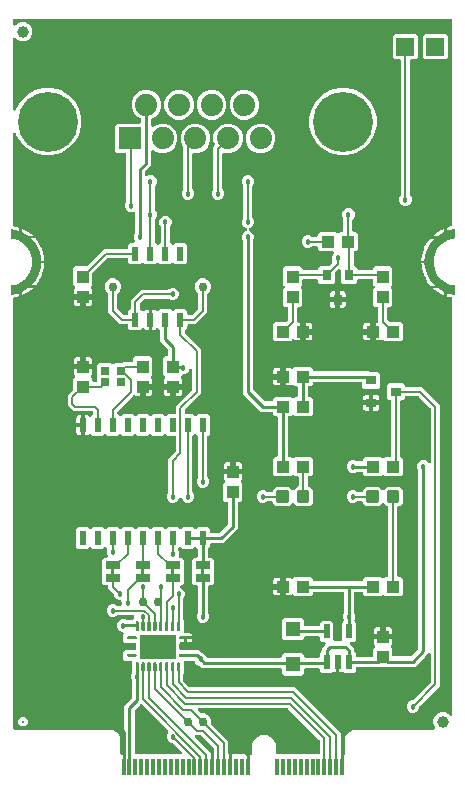
<source format=gtl>
G04 EAGLE Gerber RS-274X export*
G75*
%MOMM*%
%FSLAX34Y34*%
%LPD*%
%INTop Copper*%
%IPPOS*%
%AMOC8*
5,1,8,0,0,1.08239X$1,22.5*%
G01*
%ADD10R,0.800000X0.900000*%
%ADD11R,0.350000X1.450000*%
%ADD12C,0.609600*%
%ADD13C,0.203200*%
%ADD14R,1.300000X1.300000*%
%ADD15R,0.550000X1.200000*%
%ADD16R,1.879600X1.879600*%
%ADD17C,1.879600*%
%ADD18C,5.080000*%
%ADD19R,1.524000X1.524000*%
%ADD20R,0.700000X0.280000*%
%ADD21R,0.280000X0.700000*%
%ADD22R,3.050000X2.050000*%
%ADD23R,0.600000X1.200000*%
%ADD24R,1.000000X1.100000*%
%ADD25R,1.100000X1.000000*%
%ADD26R,0.750000X0.700000*%
%ADD27R,1.270000X0.660400*%
%ADD28C,0.762000*%
%ADD29C,0.300000*%
%ADD30R,0.900000X0.800000*%
%ADD31C,1.000000*%
%ADD32C,0.200000*%
%ADD33C,0.254000*%
%ADD34C,0.457200*%
%ADD35C,0.152400*%

G36*
X152513Y123197D02*
X152513Y123197D01*
X152506Y123192D01*
X152500Y123199D01*
X146400Y123199D01*
X146395Y123196D01*
X146392Y123199D01*
X145975Y123133D01*
X145967Y123124D01*
X145960Y123128D01*
X145584Y122936D01*
X145579Y122926D01*
X145572Y122927D01*
X145273Y122628D01*
X145271Y122617D01*
X145264Y122616D01*
X145072Y122240D01*
X145073Y122237D01*
X145072Y122236D01*
X145073Y122234D01*
X145074Y122229D01*
X145067Y122225D01*
X145001Y121808D01*
X145007Y121798D01*
X145001Y121792D01*
X145067Y121375D01*
X145076Y121367D01*
X145072Y121360D01*
X145264Y120984D01*
X145274Y120979D01*
X145273Y120972D01*
X145572Y120673D01*
X145583Y120671D01*
X145584Y120664D01*
X145960Y120472D01*
X145972Y120474D01*
X145975Y120467D01*
X146392Y120401D01*
X146397Y120404D01*
X146400Y120401D01*
X148731Y120401D01*
X148731Y117859D01*
X146568Y117859D01*
X146450Y117844D01*
X146331Y117837D01*
X146293Y117824D01*
X146252Y117819D01*
X146142Y117776D01*
X146029Y117739D01*
X145994Y117717D01*
X145957Y117702D01*
X145861Y117632D01*
X145760Y117569D01*
X145732Y117539D01*
X145699Y117516D01*
X145623Y117424D01*
X145542Y117337D01*
X145522Y117302D01*
X145497Y117271D01*
X145446Y117163D01*
X145388Y117059D01*
X145378Y117019D01*
X145361Y116983D01*
X145339Y116866D01*
X145309Y116751D01*
X145305Y116690D01*
X145301Y116670D01*
X145303Y116650D01*
X145299Y116590D01*
X145299Y112599D01*
X145306Y112540D01*
X145304Y112480D01*
X145326Y112383D01*
X145339Y112283D01*
X145360Y112228D01*
X145373Y112170D01*
X145419Y112081D01*
X145456Y111988D01*
X145491Y111940D01*
X145518Y111887D01*
X145584Y111811D01*
X145642Y111730D01*
X145688Y111692D01*
X145728Y111648D01*
X145810Y111591D01*
X145887Y111528D01*
X145941Y111502D01*
X145991Y111469D01*
X146085Y111435D01*
X146175Y111392D01*
X146234Y111381D01*
X146290Y111361D01*
X146389Y111351D01*
X146487Y111332D01*
X146547Y111336D01*
X146606Y111330D01*
X146766Y111345D01*
X147210Y111416D01*
X147216Y111412D01*
X147351Y111338D01*
X147352Y111338D01*
X147513Y111296D01*
X147659Y111259D01*
X147660Y111259D01*
X147661Y111259D01*
X147819Y111249D01*
X154877Y111249D01*
X154950Y111208D01*
X155009Y111193D01*
X155064Y111169D01*
X155162Y111154D01*
X155258Y111129D01*
X155358Y111123D01*
X155378Y111119D01*
X155391Y111121D01*
X155419Y111119D01*
X161689Y111119D01*
X163596Y109211D01*
X163674Y109151D01*
X163747Y109083D01*
X163800Y109054D01*
X163847Y109017D01*
X163938Y108977D01*
X164025Y108929D01*
X164064Y108919D01*
X166217Y108028D01*
X167718Y106527D01*
X168121Y105552D01*
X168136Y105527D01*
X168145Y105499D01*
X168214Y105389D01*
X168279Y105276D01*
X168299Y105255D01*
X168315Y105230D01*
X168410Y105141D01*
X168500Y105048D01*
X168525Y105032D01*
X168547Y105012D01*
X168661Y104949D01*
X168771Y104881D01*
X168799Y104873D01*
X168825Y104858D01*
X168951Y104826D01*
X169075Y104788D01*
X169105Y104786D01*
X169133Y104779D01*
X169294Y104769D01*
X230482Y104769D01*
X230600Y104784D01*
X230719Y104791D01*
X230757Y104804D01*
X230798Y104809D01*
X230908Y104852D01*
X231021Y104889D01*
X231056Y104911D01*
X231093Y104926D01*
X231189Y104995D01*
X231290Y105059D01*
X231318Y105089D01*
X231351Y105112D01*
X231427Y105204D01*
X231508Y105291D01*
X231528Y105326D01*
X231553Y105357D01*
X231604Y105465D01*
X231662Y105569D01*
X231672Y105609D01*
X231689Y105645D01*
X231711Y105762D01*
X231741Y105877D01*
X231745Y105937D01*
X231749Y105957D01*
X231747Y105978D01*
X231751Y106038D01*
X231751Y107063D01*
X233537Y108849D01*
X249063Y108849D01*
X250849Y107063D01*
X250849Y106038D01*
X250864Y105920D01*
X250871Y105801D01*
X250884Y105763D01*
X250889Y105722D01*
X250932Y105612D01*
X250969Y105499D01*
X250991Y105464D01*
X251006Y105427D01*
X251075Y105331D01*
X251139Y105230D01*
X251169Y105202D01*
X251192Y105169D01*
X251284Y105093D01*
X251371Y105012D01*
X251406Y104992D01*
X251437Y104967D01*
X251545Y104916D01*
X251649Y104858D01*
X251689Y104848D01*
X251725Y104831D01*
X251842Y104809D01*
X251957Y104779D01*
X252017Y104775D01*
X252037Y104771D01*
X252058Y104773D01*
X252118Y104769D01*
X262832Y104769D01*
X262950Y104784D01*
X263069Y104791D01*
X263107Y104804D01*
X263148Y104809D01*
X263258Y104852D01*
X263371Y104889D01*
X263406Y104911D01*
X263443Y104926D01*
X263539Y104995D01*
X263640Y105059D01*
X263668Y105089D01*
X263701Y105112D01*
X263777Y105204D01*
X263858Y105291D01*
X263878Y105326D01*
X263903Y105357D01*
X263954Y105465D01*
X264012Y105569D01*
X264022Y105609D01*
X264039Y105645D01*
X264061Y105762D01*
X264091Y105877D01*
X264095Y105937D01*
X264099Y105957D01*
X264097Y105978D01*
X264101Y106038D01*
X264101Y108562D01*
X265210Y109670D01*
X265270Y109748D01*
X265338Y109820D01*
X265367Y109874D01*
X265404Y109921D01*
X265444Y110012D01*
X265492Y110099D01*
X265507Y110158D01*
X265531Y110213D01*
X265546Y110311D01*
X265571Y110407D01*
X265577Y110507D01*
X265581Y110527D01*
X265579Y110540D01*
X265581Y110568D01*
X265581Y112939D01*
X268483Y115840D01*
X268728Y116086D01*
X268813Y116195D01*
X268902Y116302D01*
X268910Y116321D01*
X268923Y116337D01*
X268978Y116465D01*
X269037Y116590D01*
X269041Y116610D01*
X269049Y116629D01*
X269071Y116767D01*
X269097Y116903D01*
X269096Y116923D01*
X269099Y116943D01*
X269086Y117082D01*
X269077Y117220D01*
X269071Y117239D01*
X269069Y117259D01*
X269022Y117391D01*
X268979Y117522D01*
X268969Y117540D01*
X268962Y117559D01*
X268884Y117674D01*
X268809Y117791D01*
X268794Y117805D01*
X268783Y117822D01*
X268679Y117914D01*
X268578Y118009D01*
X268560Y118019D01*
X268545Y118032D01*
X268421Y118095D01*
X268299Y118163D01*
X268279Y118168D01*
X268261Y118177D01*
X268126Y118207D01*
X267991Y118242D01*
X267963Y118244D01*
X267951Y118247D01*
X267931Y118246D01*
X267830Y118252D01*
X265887Y118252D01*
X264101Y120038D01*
X264101Y121713D01*
X264086Y121831D01*
X264079Y121950D01*
X264066Y121988D01*
X264061Y122029D01*
X264018Y122139D01*
X263981Y122252D01*
X263959Y122287D01*
X263944Y122324D01*
X263875Y122420D01*
X263811Y122521D01*
X263781Y122549D01*
X263758Y122582D01*
X263666Y122658D01*
X263579Y122739D01*
X263544Y122759D01*
X263513Y122784D01*
X263405Y122835D01*
X263301Y122893D01*
X263261Y122903D01*
X263225Y122920D01*
X263108Y122942D01*
X262993Y122972D01*
X262933Y122976D01*
X262913Y122980D01*
X262892Y122978D01*
X262832Y122982D01*
X252118Y122982D01*
X252000Y122967D01*
X251881Y122960D01*
X251843Y122947D01*
X251802Y122942D01*
X251692Y122899D01*
X251579Y122862D01*
X251544Y122840D01*
X251507Y122825D01*
X251411Y122756D01*
X251310Y122692D01*
X251282Y122662D01*
X251249Y122639D01*
X251173Y122547D01*
X251092Y122460D01*
X251072Y122425D01*
X251047Y122394D01*
X250996Y122286D01*
X250938Y122182D01*
X250928Y122142D01*
X250911Y122106D01*
X250889Y121989D01*
X250859Y121874D01*
X250855Y121814D01*
X250851Y121794D01*
X250853Y121773D01*
X250849Y121713D01*
X250849Y121537D01*
X249063Y119751D01*
X233537Y119751D01*
X231751Y121537D01*
X231751Y137063D01*
X233537Y138849D01*
X249063Y138849D01*
X250849Y137063D01*
X250849Y132889D01*
X250864Y132771D01*
X250871Y132652D01*
X250884Y132614D01*
X250889Y132573D01*
X250932Y132463D01*
X250969Y132350D01*
X250991Y132315D01*
X251006Y132278D01*
X251075Y132182D01*
X251139Y132081D01*
X251169Y132053D01*
X251192Y132020D01*
X251284Y131944D01*
X251371Y131863D01*
X251406Y131843D01*
X251437Y131818D01*
X251545Y131767D01*
X251649Y131709D01*
X251689Y131699D01*
X251725Y131682D01*
X251842Y131660D01*
X251957Y131630D01*
X252017Y131626D01*
X252037Y131622D01*
X252058Y131624D01*
X252118Y131620D01*
X262832Y131620D01*
X262950Y131635D01*
X263069Y131642D01*
X263107Y131655D01*
X263148Y131660D01*
X263258Y131703D01*
X263371Y131740D01*
X263406Y131762D01*
X263443Y131777D01*
X263539Y131846D01*
X263640Y131910D01*
X263668Y131940D01*
X263701Y131963D01*
X263777Y132055D01*
X263858Y132142D01*
X263878Y132177D01*
X263903Y132208D01*
X263954Y132316D01*
X264012Y132420D01*
X264022Y132460D01*
X264039Y132496D01*
X264061Y132613D01*
X264091Y132728D01*
X264095Y132788D01*
X264099Y132808D01*
X264097Y132829D01*
X264101Y132889D01*
X264101Y134564D01*
X265887Y136350D01*
X273913Y136350D01*
X275699Y134564D01*
X275699Y119888D01*
X275714Y119770D01*
X275721Y119651D01*
X275734Y119613D01*
X275739Y119572D01*
X275782Y119462D01*
X275819Y119349D01*
X275841Y119314D01*
X275856Y119277D01*
X275925Y119181D01*
X275989Y119080D01*
X276019Y119052D01*
X276042Y119019D01*
X276134Y118943D01*
X276221Y118862D01*
X276256Y118842D01*
X276287Y118817D01*
X276395Y118766D01*
X276499Y118708D01*
X276539Y118698D01*
X276575Y118681D01*
X276692Y118659D01*
X276807Y118629D01*
X276867Y118625D01*
X276887Y118621D01*
X276908Y118623D01*
X276968Y118619D01*
X281832Y118619D01*
X281950Y118634D01*
X282069Y118641D01*
X282107Y118654D01*
X282148Y118659D01*
X282258Y118702D01*
X282371Y118739D01*
X282406Y118761D01*
X282443Y118776D01*
X282539Y118845D01*
X282640Y118909D01*
X282668Y118939D01*
X282701Y118962D01*
X282777Y119054D01*
X282858Y119141D01*
X282878Y119176D01*
X282903Y119207D01*
X282954Y119315D01*
X283012Y119419D01*
X283022Y119459D01*
X283039Y119495D01*
X283061Y119612D01*
X283091Y119727D01*
X283095Y119787D01*
X283099Y119807D01*
X283097Y119828D01*
X283101Y119888D01*
X283101Y134564D01*
X284023Y135486D01*
X284041Y135509D01*
X284064Y135528D01*
X284138Y135634D01*
X284218Y135737D01*
X284230Y135764D01*
X284247Y135788D01*
X284293Y135910D01*
X284345Y136029D01*
X284349Y136058D01*
X284360Y136086D01*
X284374Y136215D01*
X284394Y136343D01*
X284392Y136372D01*
X284395Y136402D01*
X284377Y136530D01*
X284365Y136660D01*
X284355Y136687D01*
X284350Y136717D01*
X284298Y136869D01*
X283565Y138639D01*
X283565Y140761D01*
X284467Y142939D01*
X284492Y142983D01*
X284507Y143041D01*
X284531Y143097D01*
X284546Y143195D01*
X284571Y143291D01*
X284577Y143391D01*
X284581Y143411D01*
X284579Y143423D01*
X284581Y143451D01*
X284581Y159512D01*
X284566Y159630D01*
X284559Y159749D01*
X284546Y159787D01*
X284541Y159828D01*
X284498Y159938D01*
X284461Y160051D01*
X284439Y160086D01*
X284424Y160123D01*
X284355Y160219D01*
X284291Y160320D01*
X284261Y160348D01*
X284238Y160381D01*
X284146Y160457D01*
X284059Y160538D01*
X284024Y160558D01*
X283993Y160583D01*
X283885Y160634D01*
X283781Y160692D01*
X283741Y160702D01*
X283705Y160719D01*
X283588Y160741D01*
X283473Y160771D01*
X283413Y160775D01*
X283393Y160779D01*
X283372Y160777D01*
X283312Y160781D01*
X259618Y160781D01*
X259500Y160766D01*
X259381Y160759D01*
X259343Y160746D01*
X259302Y160741D01*
X259192Y160698D01*
X259079Y160661D01*
X259044Y160639D01*
X259007Y160624D01*
X258911Y160555D01*
X258810Y160491D01*
X258782Y160461D01*
X258749Y160438D01*
X258673Y160346D01*
X258592Y160259D01*
X258572Y160224D01*
X258547Y160193D01*
X258496Y160085D01*
X258438Y159981D01*
X258428Y159941D01*
X258411Y159905D01*
X258389Y159788D01*
X258359Y159673D01*
X258355Y159613D01*
X258351Y159593D01*
X258353Y159572D01*
X258349Y159512D01*
X258349Y158837D01*
X256563Y157051D01*
X243037Y157051D01*
X241838Y158250D01*
X241744Y158323D01*
X241655Y158402D01*
X241619Y158420D01*
X241587Y158445D01*
X241478Y158492D01*
X241372Y158547D01*
X241332Y158555D01*
X241295Y158571D01*
X241177Y158590D01*
X241061Y158616D01*
X241021Y158615D01*
X240981Y158621D01*
X240862Y158610D01*
X240744Y158607D01*
X240705Y158595D01*
X240664Y158591D01*
X240552Y158551D01*
X240438Y158518D01*
X240403Y158498D01*
X240365Y158484D01*
X240267Y158417D01*
X240164Y158357D01*
X240119Y158317D01*
X240102Y158305D01*
X240089Y158290D01*
X240043Y158250D01*
X239860Y158067D01*
X239281Y157732D01*
X238634Y157559D01*
X235299Y157559D01*
X235299Y163870D01*
X235284Y163988D01*
X235277Y164107D01*
X235264Y164145D01*
X235259Y164185D01*
X235216Y164296D01*
X235179Y164409D01*
X235157Y164443D01*
X235142Y164481D01*
X235073Y164577D01*
X235009Y164678D01*
X234979Y164706D01*
X234956Y164738D01*
X234864Y164814D01*
X234777Y164896D01*
X234742Y164915D01*
X234711Y164941D01*
X234603Y164992D01*
X234499Y165049D01*
X234459Y165059D01*
X234423Y165077D01*
X234316Y165097D01*
X234346Y165101D01*
X234456Y165145D01*
X234569Y165181D01*
X234604Y165203D01*
X234641Y165218D01*
X234737Y165288D01*
X234838Y165351D01*
X234866Y165381D01*
X234899Y165405D01*
X234975Y165496D01*
X235056Y165583D01*
X235076Y165618D01*
X235101Y165650D01*
X235152Y165757D01*
X235210Y165862D01*
X235220Y165901D01*
X235237Y165937D01*
X235259Y166054D01*
X235289Y166170D01*
X235293Y166230D01*
X235297Y166250D01*
X235295Y166270D01*
X235299Y166330D01*
X235299Y172641D01*
X238634Y172641D01*
X239281Y172468D01*
X239860Y172133D01*
X240043Y171950D01*
X240137Y171877D01*
X240227Y171798D01*
X240263Y171780D01*
X240295Y171755D01*
X240404Y171708D01*
X240510Y171653D01*
X240549Y171645D01*
X240586Y171629D01*
X240704Y171610D01*
X240820Y171584D01*
X240861Y171585D01*
X240901Y171579D01*
X241019Y171590D01*
X241138Y171593D01*
X241177Y171605D01*
X241217Y171609D01*
X241329Y171649D01*
X241444Y171682D01*
X241478Y171702D01*
X241516Y171716D01*
X241615Y171783D01*
X241717Y171843D01*
X241763Y171883D01*
X241780Y171895D01*
X241793Y171910D01*
X241838Y171950D01*
X243037Y173149D01*
X256563Y173149D01*
X258349Y171363D01*
X258349Y170688D01*
X258364Y170570D01*
X258371Y170451D01*
X258384Y170413D01*
X258389Y170372D01*
X258432Y170262D01*
X258469Y170149D01*
X258491Y170114D01*
X258506Y170077D01*
X258575Y169981D01*
X258639Y169880D01*
X258669Y169852D01*
X258692Y169819D01*
X258784Y169743D01*
X258871Y169662D01*
X258906Y169642D01*
X258937Y169617D01*
X259045Y169566D01*
X259149Y169508D01*
X259189Y169498D01*
X259225Y169481D01*
X259342Y169459D01*
X259457Y169429D01*
X259517Y169425D01*
X259537Y169421D01*
X259558Y169423D01*
X259618Y169419D01*
X299182Y169419D01*
X299300Y169434D01*
X299419Y169441D01*
X299457Y169454D01*
X299498Y169459D01*
X299608Y169502D01*
X299721Y169539D01*
X299756Y169561D01*
X299793Y169576D01*
X299889Y169645D01*
X299990Y169709D01*
X300018Y169739D01*
X300051Y169762D01*
X300127Y169854D01*
X300208Y169941D01*
X300228Y169976D01*
X300253Y170007D01*
X300304Y170115D01*
X300362Y170219D01*
X300372Y170259D01*
X300389Y170295D01*
X300411Y170412D01*
X300441Y170527D01*
X300445Y170587D01*
X300449Y170607D01*
X300447Y170628D01*
X300451Y170688D01*
X300451Y171363D01*
X302237Y173149D01*
X315763Y173149D01*
X316603Y172309D01*
X316697Y172236D01*
X316786Y172157D01*
X316822Y172139D01*
X316854Y172114D01*
X316963Y172067D01*
X317069Y172013D01*
X317108Y172004D01*
X317146Y171988D01*
X317263Y171969D01*
X317379Y171943D01*
X317420Y171944D01*
X317460Y171938D01*
X317578Y171949D01*
X317697Y171953D01*
X317736Y171964D01*
X317776Y171968D01*
X317888Y172008D01*
X318003Y172041D01*
X318038Y172062D01*
X318076Y172075D01*
X318174Y172142D01*
X318277Y172203D01*
X318322Y172242D01*
X318339Y172254D01*
X318352Y172269D01*
X318398Y172309D01*
X319237Y173149D01*
X320920Y173149D01*
X321038Y173164D01*
X321157Y173171D01*
X321195Y173184D01*
X321236Y173189D01*
X321346Y173232D01*
X321459Y173269D01*
X321494Y173291D01*
X321531Y173306D01*
X321627Y173375D01*
X321728Y173439D01*
X321756Y173469D01*
X321789Y173492D01*
X321865Y173584D01*
X321946Y173671D01*
X321966Y173706D01*
X321991Y173737D01*
X322042Y173845D01*
X322100Y173949D01*
X322110Y173989D01*
X322127Y174025D01*
X322149Y174142D01*
X322179Y174257D01*
X322183Y174317D01*
X322187Y174337D01*
X322185Y174358D01*
X322189Y174418D01*
X322189Y231982D01*
X322174Y232100D01*
X322167Y232219D01*
X322154Y232257D01*
X322149Y232298D01*
X322106Y232408D01*
X322069Y232521D01*
X322047Y232556D01*
X322032Y232593D01*
X321963Y232689D01*
X321899Y232790D01*
X321869Y232818D01*
X321846Y232851D01*
X321754Y232927D01*
X321667Y233008D01*
X321632Y233028D01*
X321601Y233053D01*
X321493Y233104D01*
X321389Y233162D01*
X321349Y233172D01*
X321313Y233189D01*
X321196Y233211D01*
X321081Y233241D01*
X321021Y233245D01*
X321001Y233249D01*
X320980Y233247D01*
X320920Y233251D01*
X320886Y233251D01*
X318397Y235740D01*
X318312Y235806D01*
X318268Y235847D01*
X318258Y235853D01*
X318214Y235891D01*
X318178Y235910D01*
X318146Y235935D01*
X318037Y235982D01*
X317931Y236036D01*
X317892Y236045D01*
X317854Y236061D01*
X317737Y236080D01*
X317621Y236106D01*
X317580Y236104D01*
X317540Y236111D01*
X317422Y236100D01*
X317303Y236096D01*
X317264Y236085D01*
X317224Y236081D01*
X317112Y236041D01*
X316997Y236008D01*
X316962Y235987D01*
X316924Y235973D01*
X316826Y235906D01*
X316723Y235846D01*
X316678Y235806D01*
X316661Y235795D01*
X316648Y235779D01*
X316611Y235747D01*
X316610Y235747D01*
X316602Y235740D01*
X314114Y233251D01*
X303346Y233251D01*
X300681Y235916D01*
X300681Y236220D01*
X300666Y236338D01*
X300659Y236457D01*
X300646Y236495D01*
X300641Y236536D01*
X300598Y236646D01*
X300561Y236759D01*
X300539Y236794D01*
X300524Y236831D01*
X300455Y236927D01*
X300391Y237028D01*
X300361Y237056D01*
X300338Y237089D01*
X300246Y237165D01*
X300159Y237246D01*
X300124Y237266D01*
X300093Y237291D01*
X299985Y237342D01*
X299881Y237400D01*
X299841Y237410D01*
X299805Y237427D01*
X299688Y237449D01*
X299573Y237479D01*
X299513Y237483D01*
X299493Y237487D01*
X299472Y237485D01*
X299412Y237489D01*
X296359Y237489D01*
X296261Y237477D01*
X296162Y237474D01*
X296104Y237457D01*
X296044Y237449D01*
X295952Y237413D01*
X295857Y237385D01*
X295805Y237355D01*
X295748Y237332D01*
X295668Y237274D01*
X295583Y237224D01*
X295507Y237158D01*
X295491Y237146D01*
X295483Y237136D01*
X295462Y237118D01*
X295122Y236777D01*
X293161Y235965D01*
X291039Y235965D01*
X289078Y236777D01*
X287577Y238278D01*
X286765Y240239D01*
X286765Y242361D01*
X287577Y244322D01*
X289078Y245823D01*
X291039Y246635D01*
X293161Y246635D01*
X295122Y245823D01*
X295462Y245482D01*
X295540Y245422D01*
X295612Y245354D01*
X295665Y245325D01*
X295713Y245288D01*
X295804Y245248D01*
X295891Y245200D01*
X295949Y245185D01*
X296005Y245161D01*
X296103Y245146D01*
X296199Y245121D01*
X296299Y245115D01*
X296319Y245111D01*
X296331Y245113D01*
X296359Y245111D01*
X299412Y245111D01*
X299530Y245126D01*
X299649Y245133D01*
X299687Y245146D01*
X299728Y245151D01*
X299838Y245194D01*
X299951Y245231D01*
X299986Y245253D01*
X300023Y245268D01*
X300119Y245337D01*
X300220Y245401D01*
X300248Y245431D01*
X300281Y245454D01*
X300357Y245546D01*
X300438Y245633D01*
X300458Y245668D01*
X300483Y245699D01*
X300534Y245807D01*
X300592Y245911D01*
X300602Y245951D01*
X300619Y245987D01*
X300641Y246104D01*
X300671Y246219D01*
X300675Y246279D01*
X300679Y246299D01*
X300677Y246320D01*
X300681Y246380D01*
X300681Y246684D01*
X303346Y249349D01*
X314114Y249349D01*
X316602Y246860D01*
X316697Y246787D01*
X316786Y246709D01*
X316822Y246690D01*
X316854Y246665D01*
X316963Y246618D01*
X317069Y246564D01*
X317108Y246555D01*
X317146Y246539D01*
X317263Y246520D01*
X317379Y246494D01*
X317420Y246496D01*
X317460Y246489D01*
X317578Y246500D01*
X317697Y246504D01*
X317736Y246515D01*
X317776Y246519D01*
X317889Y246559D01*
X318003Y246592D01*
X318037Y246613D01*
X318076Y246627D01*
X318174Y246693D01*
X318277Y246754D01*
X318322Y246794D01*
X318339Y246805D01*
X318352Y246820D01*
X318397Y246860D01*
X320886Y249349D01*
X331654Y249349D01*
X334319Y246684D01*
X334319Y235916D01*
X331654Y233251D01*
X331080Y233251D01*
X330962Y233236D01*
X330843Y233229D01*
X330805Y233216D01*
X330764Y233211D01*
X330654Y233168D01*
X330541Y233131D01*
X330506Y233109D01*
X330469Y233094D01*
X330373Y233025D01*
X330272Y232961D01*
X330244Y232931D01*
X330211Y232908D01*
X330135Y232816D01*
X330054Y232729D01*
X330034Y232694D01*
X330009Y232663D01*
X329958Y232555D01*
X329900Y232451D01*
X329890Y232411D01*
X329873Y232375D01*
X329851Y232258D01*
X329821Y232143D01*
X329817Y232083D01*
X329813Y232063D01*
X329815Y232042D01*
X329811Y231982D01*
X329811Y174418D01*
X329826Y174300D01*
X329833Y174181D01*
X329846Y174143D01*
X329851Y174102D01*
X329894Y173992D01*
X329931Y173879D01*
X329953Y173844D01*
X329968Y173807D01*
X330037Y173711D01*
X330101Y173610D01*
X330131Y173582D01*
X330154Y173549D01*
X330246Y173473D01*
X330333Y173392D01*
X330368Y173372D01*
X330399Y173347D01*
X330507Y173296D01*
X330611Y173238D01*
X330651Y173228D01*
X330687Y173211D01*
X330804Y173189D01*
X330919Y173159D01*
X330979Y173155D01*
X330999Y173151D01*
X331020Y173153D01*
X331080Y173149D01*
X332763Y173149D01*
X334549Y171363D01*
X334549Y158837D01*
X332763Y157051D01*
X319237Y157051D01*
X318398Y157891D01*
X318304Y157964D01*
X318214Y158043D01*
X318178Y158061D01*
X318146Y158086D01*
X318037Y158133D01*
X317931Y158187D01*
X317892Y158196D01*
X317854Y158212D01*
X317737Y158231D01*
X317621Y158257D01*
X317580Y158256D01*
X317540Y158262D01*
X317422Y158251D01*
X317303Y158247D01*
X317264Y158236D01*
X317224Y158232D01*
X317111Y158192D01*
X316997Y158159D01*
X316963Y158138D01*
X316924Y158125D01*
X316826Y158058D01*
X316723Y157997D01*
X316678Y157957D01*
X316661Y157946D01*
X316648Y157931D01*
X316603Y157891D01*
X315763Y157051D01*
X302237Y157051D01*
X300451Y158837D01*
X300451Y159512D01*
X300436Y159630D01*
X300429Y159749D01*
X300416Y159787D01*
X300411Y159828D01*
X300368Y159938D01*
X300331Y160051D01*
X300309Y160086D01*
X300294Y160123D01*
X300225Y160219D01*
X300161Y160320D01*
X300131Y160348D01*
X300108Y160381D01*
X300016Y160457D01*
X299929Y160538D01*
X299894Y160558D01*
X299863Y160583D01*
X299755Y160634D01*
X299651Y160692D01*
X299611Y160702D01*
X299575Y160719D01*
X299458Y160741D01*
X299343Y160771D01*
X299283Y160775D01*
X299263Y160779D01*
X299242Y160777D01*
X299182Y160781D01*
X294488Y160781D01*
X294370Y160766D01*
X294251Y160759D01*
X294213Y160746D01*
X294172Y160741D01*
X294062Y160698D01*
X293949Y160661D01*
X293914Y160639D01*
X293877Y160624D01*
X293781Y160555D01*
X293680Y160491D01*
X293652Y160461D01*
X293619Y160438D01*
X293543Y160346D01*
X293462Y160259D01*
X293442Y160224D01*
X293417Y160193D01*
X293366Y160085D01*
X293308Y159981D01*
X293298Y159941D01*
X293281Y159905D01*
X293259Y159788D01*
X293229Y159673D01*
X293225Y159613D01*
X293221Y159593D01*
X293223Y159572D01*
X293219Y159512D01*
X293219Y143451D01*
X293231Y143353D01*
X293234Y143254D01*
X293251Y143196D01*
X293259Y143136D01*
X293295Y143044D01*
X293323Y142949D01*
X293343Y142914D01*
X294235Y140761D01*
X294235Y138639D01*
X293502Y136869D01*
X293494Y136841D01*
X293480Y136814D01*
X293452Y136687D01*
X293418Y136562D01*
X293417Y136533D01*
X293411Y136504D01*
X293415Y136374D01*
X293413Y136244D01*
X293420Y136216D01*
X293420Y136186D01*
X293456Y136061D01*
X293487Y135935D01*
X293501Y135909D01*
X293509Y135881D01*
X293575Y135769D01*
X293636Y135654D01*
X293655Y135632D01*
X293670Y135607D01*
X293777Y135486D01*
X294699Y134564D01*
X294699Y120038D01*
X292913Y118252D01*
X290970Y118252D01*
X290832Y118235D01*
X290693Y118222D01*
X290674Y118215D01*
X290654Y118212D01*
X290525Y118161D01*
X290394Y118114D01*
X290377Y118103D01*
X290358Y118095D01*
X290246Y118014D01*
X290131Y117936D01*
X290117Y117920D01*
X290101Y117909D01*
X290012Y117801D01*
X289920Y117697D01*
X289911Y117679D01*
X289898Y117664D01*
X289839Y117538D01*
X289776Y117414D01*
X289771Y117394D01*
X289763Y117376D01*
X289737Y117239D01*
X289706Y117104D01*
X289707Y117083D01*
X289703Y117064D01*
X289712Y116925D01*
X289716Y116786D01*
X289721Y116766D01*
X289723Y116746D01*
X289765Y116614D01*
X289804Y116480D01*
X289814Y116463D01*
X289821Y116444D01*
X289895Y116326D01*
X289966Y116206D01*
X289984Y116185D01*
X289991Y116175D01*
X290006Y116161D01*
X290072Y116086D01*
X293219Y112939D01*
X293219Y110568D01*
X293231Y110469D01*
X293234Y110370D01*
X293251Y110312D01*
X293259Y110252D01*
X293295Y110160D01*
X293323Y110065D01*
X293353Y110013D01*
X293376Y109956D01*
X293434Y109876D01*
X293484Y109791D01*
X293550Y109716D01*
X293562Y109699D01*
X293572Y109691D01*
X293590Y109670D01*
X294699Y108562D01*
X294699Y106887D01*
X294714Y106769D01*
X294721Y106650D01*
X294734Y106612D01*
X294739Y106571D01*
X294782Y106461D01*
X294819Y106348D01*
X294841Y106313D01*
X294856Y106276D01*
X294925Y106180D01*
X294989Y106079D01*
X295019Y106051D01*
X295042Y106018D01*
X295134Y105942D01*
X295221Y105861D01*
X295256Y105841D01*
X295287Y105816D01*
X295395Y105765D01*
X295499Y105707D01*
X295539Y105697D01*
X295575Y105680D01*
X295692Y105658D01*
X295807Y105628D01*
X295867Y105624D01*
X295887Y105620D01*
X295908Y105622D01*
X295968Y105618D01*
X308182Y105618D01*
X308300Y105633D01*
X308419Y105640D01*
X308457Y105653D01*
X308498Y105658D01*
X308608Y105701D01*
X308721Y105738D01*
X308756Y105760D01*
X308793Y105775D01*
X308889Y105844D01*
X308990Y105908D01*
X309018Y105938D01*
X309051Y105961D01*
X309127Y106053D01*
X309208Y106140D01*
X309228Y106175D01*
X309253Y106206D01*
X309304Y106314D01*
X309362Y106418D01*
X309372Y106458D01*
X309389Y106494D01*
X309411Y106611D01*
X309441Y106726D01*
X309445Y106786D01*
X309449Y106806D01*
X309447Y106827D01*
X309451Y106887D01*
X309451Y112563D01*
X310650Y113762D01*
X310723Y113856D01*
X310802Y113945D01*
X310820Y113981D01*
X310845Y114013D01*
X310892Y114122D01*
X310947Y114228D01*
X310955Y114268D01*
X310971Y114305D01*
X310990Y114423D01*
X311016Y114539D01*
X311015Y114579D01*
X311021Y114619D01*
X311010Y114738D01*
X311007Y114856D01*
X310995Y114895D01*
X310991Y114936D01*
X310951Y115048D01*
X310918Y115162D01*
X310898Y115197D01*
X310884Y115235D01*
X310817Y115333D01*
X310757Y115436D01*
X310717Y115481D01*
X310705Y115498D01*
X310690Y115511D01*
X310650Y115557D01*
X310467Y115740D01*
X310132Y116319D01*
X309959Y116966D01*
X309959Y120301D01*
X316270Y120301D01*
X316388Y120316D01*
X316507Y120323D01*
X316545Y120335D01*
X316585Y120341D01*
X316696Y120384D01*
X316809Y120421D01*
X316843Y120443D01*
X316881Y120458D01*
X316977Y120527D01*
X317078Y120591D01*
X317106Y120621D01*
X317138Y120644D01*
X317214Y120736D01*
X317296Y120823D01*
X317315Y120858D01*
X317341Y120889D01*
X317392Y120997D01*
X317449Y121101D01*
X317459Y121141D01*
X317477Y121177D01*
X317497Y121284D01*
X317501Y121254D01*
X317545Y121144D01*
X317581Y121031D01*
X317603Y120996D01*
X317618Y120959D01*
X317688Y120862D01*
X317751Y120762D01*
X317781Y120734D01*
X317805Y120701D01*
X317896Y120625D01*
X317983Y120544D01*
X318018Y120524D01*
X318050Y120499D01*
X318157Y120448D01*
X318262Y120390D01*
X318301Y120380D01*
X318337Y120363D01*
X318454Y120341D01*
X318570Y120311D01*
X318630Y120307D01*
X318650Y120303D01*
X318670Y120305D01*
X318730Y120301D01*
X325041Y120301D01*
X325041Y116966D01*
X324868Y116319D01*
X324533Y115740D01*
X324350Y115557D01*
X324277Y115463D01*
X324198Y115373D01*
X324180Y115337D01*
X324155Y115305D01*
X324108Y115196D01*
X324053Y115090D01*
X324045Y115051D01*
X324029Y115014D01*
X324010Y114896D01*
X323984Y114780D01*
X323985Y114739D01*
X323979Y114699D01*
X323990Y114581D01*
X323993Y114462D01*
X324005Y114423D01*
X324009Y114383D01*
X324049Y114271D01*
X324082Y114156D01*
X324102Y114122D01*
X324116Y114084D01*
X324183Y113985D01*
X324243Y113883D01*
X324283Y113837D01*
X324295Y113820D01*
X324310Y113807D01*
X324350Y113762D01*
X325549Y112563D01*
X325549Y107188D01*
X325564Y107070D01*
X325571Y106951D01*
X325584Y106913D01*
X325589Y106872D01*
X325632Y106762D01*
X325669Y106649D01*
X325691Y106614D01*
X325706Y106577D01*
X325775Y106481D01*
X325839Y106380D01*
X325869Y106352D01*
X325892Y106319D01*
X325984Y106243D01*
X326071Y106162D01*
X326106Y106142D01*
X326137Y106117D01*
X326245Y106066D01*
X326349Y106008D01*
X326389Y105998D01*
X326425Y105981D01*
X326542Y105959D01*
X326657Y105929D01*
X326717Y105925D01*
X326737Y105921D01*
X326758Y105923D01*
X326818Y105919D01*
X340585Y105919D01*
X340684Y105931D01*
X340783Y105934D01*
X340841Y105951D01*
X340901Y105959D01*
X340993Y105995D01*
X341088Y106023D01*
X341140Y106053D01*
X341197Y106076D01*
X341277Y106134D01*
X341362Y106184D01*
X341437Y106250D01*
X341454Y106262D01*
X341462Y106272D01*
X341483Y106290D01*
X347100Y111907D01*
X347160Y111985D01*
X347228Y112058D01*
X347257Y112111D01*
X347294Y112158D01*
X347334Y112249D01*
X347382Y112336D01*
X347397Y112395D01*
X347421Y112450D01*
X347436Y112548D01*
X347461Y112644D01*
X347467Y112744D01*
X347471Y112764D01*
X347469Y112777D01*
X347471Y112805D01*
X347471Y262949D01*
X347459Y263047D01*
X347456Y263146D01*
X347439Y263204D01*
X347431Y263264D01*
X347395Y263356D01*
X347367Y263451D01*
X347347Y263486D01*
X346455Y265639D01*
X346455Y267761D01*
X347267Y269722D01*
X348768Y271223D01*
X350729Y272035D01*
X352851Y272035D01*
X354812Y271223D01*
X355973Y270062D01*
X356082Y269977D01*
X356189Y269888D01*
X356208Y269879D01*
X356224Y269867D01*
X356351Y269812D01*
X356477Y269752D01*
X356497Y269749D01*
X356516Y269741D01*
X356654Y269719D01*
X356790Y269693D01*
X356810Y269694D01*
X356830Y269691D01*
X356969Y269704D01*
X357107Y269712D01*
X357126Y269719D01*
X357146Y269721D01*
X357278Y269768D01*
X357409Y269810D01*
X357427Y269821D01*
X357446Y269828D01*
X357561Y269906D01*
X357678Y269981D01*
X357692Y269995D01*
X357709Y270007D01*
X357801Y270111D01*
X357896Y270212D01*
X357906Y270230D01*
X357919Y270245D01*
X357983Y270369D01*
X358050Y270491D01*
X358055Y270510D01*
X358064Y270528D01*
X358094Y270664D01*
X358129Y270799D01*
X358131Y270827D01*
X358134Y270839D01*
X358133Y270859D01*
X358139Y270959D01*
X358139Y315396D01*
X358127Y315494D01*
X358124Y315593D01*
X358107Y315651D01*
X358099Y315711D01*
X358063Y315803D01*
X358035Y315899D01*
X358005Y315951D01*
X357982Y316007D01*
X357924Y316087D01*
X357874Y316172D01*
X357808Y316248D01*
X357796Y316264D01*
X357786Y316272D01*
X357768Y316293D01*
X348043Y326018D01*
X347965Y326078D01*
X347893Y326146D01*
X347840Y326175D01*
X347792Y326212D01*
X347701Y326252D01*
X347614Y326300D01*
X347556Y326315D01*
X347500Y326339D01*
X347402Y326354D01*
X347306Y326379D01*
X347206Y326385D01*
X347186Y326389D01*
X347174Y326387D01*
X347146Y326389D01*
X337318Y326389D01*
X337200Y326374D01*
X337081Y326367D01*
X337043Y326354D01*
X337002Y326349D01*
X336892Y326306D01*
X336779Y326269D01*
X336744Y326247D01*
X336707Y326232D01*
X336611Y326163D01*
X336510Y326099D01*
X336482Y326069D01*
X336449Y326046D01*
X336373Y325954D01*
X336292Y325867D01*
X336272Y325832D01*
X336247Y325801D01*
X336196Y325693D01*
X336138Y325589D01*
X336128Y325549D01*
X336111Y325513D01*
X336089Y325396D01*
X336059Y325281D01*
X336055Y325221D01*
X336051Y325201D01*
X336053Y325180D01*
X336049Y325120D01*
X336049Y324937D01*
X334263Y323151D01*
X333580Y323151D01*
X333462Y323136D01*
X333343Y323129D01*
X333305Y323116D01*
X333264Y323111D01*
X333154Y323068D01*
X333041Y323031D01*
X333006Y323009D01*
X332969Y322994D01*
X332873Y322925D01*
X332772Y322861D01*
X332744Y322831D01*
X332711Y322808D01*
X332635Y322716D01*
X332554Y322629D01*
X332534Y322594D01*
X332509Y322563D01*
X332458Y322455D01*
X332400Y322351D01*
X332390Y322311D01*
X332373Y322275D01*
X332351Y322158D01*
X332321Y322043D01*
X332317Y321983D01*
X332313Y321963D01*
X332315Y321942D01*
X332311Y321882D01*
X332311Y275727D01*
X332323Y275628D01*
X332326Y275529D01*
X332343Y275471D01*
X332351Y275411D01*
X332387Y275319D01*
X332415Y275224D01*
X332445Y275172D01*
X332468Y275115D01*
X332526Y275035D01*
X332576Y274950D01*
X332642Y274875D01*
X332654Y274858D01*
X332664Y274850D01*
X332682Y274829D01*
X334549Y272963D01*
X334549Y260437D01*
X332763Y258651D01*
X319237Y258651D01*
X318397Y259491D01*
X318303Y259564D01*
X318214Y259643D01*
X318178Y259661D01*
X318146Y259686D01*
X318037Y259733D01*
X317931Y259787D01*
X317892Y259796D01*
X317854Y259812D01*
X317737Y259831D01*
X317621Y259857D01*
X317580Y259856D01*
X317540Y259862D01*
X317422Y259851D01*
X317303Y259847D01*
X317264Y259836D01*
X317224Y259832D01*
X317112Y259792D01*
X316997Y259759D01*
X316962Y259738D01*
X316924Y259725D01*
X316826Y259658D01*
X316723Y259597D01*
X316678Y259558D01*
X316661Y259546D01*
X316648Y259531D01*
X316602Y259491D01*
X315763Y258651D01*
X302237Y258651D01*
X300451Y260437D01*
X300451Y261112D01*
X300436Y261230D01*
X300429Y261349D01*
X300416Y261387D01*
X300411Y261428D01*
X300368Y261538D01*
X300331Y261651D01*
X300309Y261686D01*
X300294Y261723D01*
X300225Y261819D01*
X300161Y261920D01*
X300131Y261948D01*
X300108Y261981D01*
X300016Y262057D01*
X299929Y262138D01*
X299894Y262158D01*
X299863Y262183D01*
X299755Y262234D01*
X299651Y262292D01*
X299611Y262302D01*
X299575Y262319D01*
X299458Y262341D01*
X299343Y262371D01*
X299283Y262375D01*
X299263Y262379D01*
X299242Y262377D01*
X299182Y262381D01*
X295851Y262381D01*
X295753Y262369D01*
X295654Y262366D01*
X295596Y262349D01*
X295536Y262341D01*
X295444Y262305D01*
X295349Y262277D01*
X295314Y262257D01*
X293161Y261365D01*
X291039Y261365D01*
X289078Y262177D01*
X287577Y263678D01*
X286765Y265639D01*
X286765Y267761D01*
X287577Y269722D01*
X289078Y271223D01*
X291039Y272035D01*
X293161Y272035D01*
X295339Y271133D01*
X295383Y271108D01*
X295441Y271093D01*
X295497Y271069D01*
X295595Y271054D01*
X295691Y271029D01*
X295791Y271023D01*
X295811Y271019D01*
X295823Y271021D01*
X295851Y271019D01*
X299182Y271019D01*
X299300Y271034D01*
X299419Y271041D01*
X299457Y271054D01*
X299498Y271059D01*
X299608Y271102D01*
X299721Y271139D01*
X299756Y271161D01*
X299793Y271176D01*
X299889Y271245D01*
X299990Y271309D01*
X300018Y271339D01*
X300051Y271362D01*
X300127Y271454D01*
X300208Y271541D01*
X300228Y271576D01*
X300253Y271607D01*
X300304Y271715D01*
X300362Y271819D01*
X300372Y271859D01*
X300389Y271895D01*
X300411Y272012D01*
X300441Y272127D01*
X300445Y272187D01*
X300449Y272207D01*
X300447Y272228D01*
X300451Y272288D01*
X300451Y272963D01*
X302237Y274749D01*
X315763Y274749D01*
X316602Y273909D01*
X316696Y273836D01*
X316786Y273757D01*
X316822Y273739D01*
X316854Y273714D01*
X316963Y273667D01*
X317069Y273613D01*
X317108Y273604D01*
X317146Y273588D01*
X317263Y273569D01*
X317379Y273543D01*
X317420Y273544D01*
X317460Y273538D01*
X317578Y273549D01*
X317697Y273553D01*
X317736Y273564D01*
X317776Y273568D01*
X317889Y273608D01*
X318003Y273641D01*
X318037Y273662D01*
X318076Y273675D01*
X318174Y273742D01*
X318277Y273803D01*
X318322Y273843D01*
X318339Y273854D01*
X318352Y273869D01*
X318397Y273909D01*
X319237Y274749D01*
X323420Y274749D01*
X323538Y274764D01*
X323657Y274771D01*
X323695Y274784D01*
X323736Y274789D01*
X323846Y274832D01*
X323959Y274869D01*
X323994Y274891D01*
X324031Y274906D01*
X324127Y274975D01*
X324228Y275039D01*
X324256Y275069D01*
X324289Y275092D01*
X324365Y275184D01*
X324446Y275271D01*
X324466Y275306D01*
X324491Y275337D01*
X324542Y275445D01*
X324600Y275549D01*
X324610Y275589D01*
X324627Y275625D01*
X324649Y275742D01*
X324679Y275857D01*
X324683Y275917D01*
X324687Y275937D01*
X324685Y275958D01*
X324689Y276018D01*
X324689Y321882D01*
X324674Y322000D01*
X324667Y322119D01*
X324654Y322157D01*
X324649Y322198D01*
X324606Y322308D01*
X324569Y322421D01*
X324547Y322456D01*
X324532Y322493D01*
X324463Y322589D01*
X324399Y322690D01*
X324369Y322718D01*
X324346Y322751D01*
X324254Y322827D01*
X324167Y322908D01*
X324132Y322928D01*
X324101Y322953D01*
X323993Y323004D01*
X323889Y323062D01*
X323849Y323072D01*
X323813Y323089D01*
X323696Y323111D01*
X323581Y323141D01*
X323521Y323145D01*
X323501Y323149D01*
X323480Y323147D01*
X323420Y323151D01*
X322737Y323151D01*
X320951Y324937D01*
X320951Y335463D01*
X322737Y337249D01*
X334263Y337249D01*
X336049Y335463D01*
X336049Y335280D01*
X336064Y335162D01*
X336071Y335043D01*
X336084Y335005D01*
X336089Y334964D01*
X336132Y334854D01*
X336169Y334741D01*
X336191Y334706D01*
X336206Y334669D01*
X336275Y334573D01*
X336339Y334472D01*
X336369Y334444D01*
X336392Y334411D01*
X336484Y334335D01*
X336571Y334254D01*
X336606Y334234D01*
X336637Y334209D01*
X336745Y334158D01*
X336849Y334100D01*
X336889Y334090D01*
X336925Y334073D01*
X337042Y334051D01*
X337157Y334021D01*
X337217Y334017D01*
X337237Y334013D01*
X337258Y334015D01*
X337318Y334011D01*
X350828Y334011D01*
X365761Y319078D01*
X365761Y80972D01*
X348606Y63817D01*
X348546Y63739D01*
X348478Y63667D01*
X348449Y63614D01*
X348412Y63566D01*
X348372Y63475D01*
X348324Y63388D01*
X348309Y63330D01*
X348285Y63274D01*
X348270Y63176D01*
X348245Y63080D01*
X348239Y62980D01*
X348235Y62960D01*
X348237Y62948D01*
X348235Y62920D01*
X348235Y62439D01*
X347423Y60478D01*
X345922Y58977D01*
X343961Y58165D01*
X341839Y58165D01*
X339878Y58977D01*
X338377Y60478D01*
X337565Y62439D01*
X337565Y64561D01*
X338377Y66522D01*
X339878Y68023D01*
X341839Y68835D01*
X342320Y68835D01*
X342418Y68847D01*
X342517Y68850D01*
X342575Y68867D01*
X342635Y68875D01*
X342727Y68911D01*
X342823Y68939D01*
X342875Y68969D01*
X342931Y68992D01*
X343011Y69050D01*
X343096Y69100D01*
X343172Y69166D01*
X343188Y69178D01*
X343196Y69188D01*
X343217Y69206D01*
X357768Y83757D01*
X357828Y83835D01*
X357896Y83907D01*
X357925Y83960D01*
X357962Y84008D01*
X358002Y84099D01*
X358050Y84186D01*
X358065Y84244D01*
X358089Y84300D01*
X358104Y84398D01*
X358129Y84494D01*
X358135Y84594D01*
X358139Y84614D01*
X358137Y84626D01*
X358139Y84654D01*
X358139Y107667D01*
X358122Y107805D01*
X358109Y107944D01*
X358102Y107963D01*
X358099Y107983D01*
X358048Y108112D01*
X358001Y108243D01*
X357990Y108260D01*
X357982Y108279D01*
X357901Y108391D01*
X357823Y108506D01*
X357807Y108520D01*
X357796Y108536D01*
X357688Y108625D01*
X357584Y108717D01*
X357566Y108726D01*
X357551Y108739D01*
X357425Y108798D01*
X357301Y108861D01*
X357281Y108866D01*
X357263Y108874D01*
X357127Y108900D01*
X356991Y108931D01*
X356970Y108930D01*
X356951Y108934D01*
X356812Y108925D01*
X356673Y108921D01*
X356653Y108916D01*
X356633Y108914D01*
X356501Y108872D01*
X356367Y108833D01*
X356350Y108823D01*
X356331Y108816D01*
X356213Y108742D01*
X356093Y108671D01*
X356072Y108653D01*
X356062Y108646D01*
X356048Y108631D01*
X355973Y108565D01*
X353207Y105800D01*
X344689Y97281D01*
X324319Y97281D01*
X324220Y97269D01*
X324121Y97266D01*
X324071Y97251D01*
X315585Y97251D01*
X315486Y97239D01*
X315387Y97236D01*
X315329Y97219D01*
X315269Y97211D01*
X315177Y97175D01*
X315082Y97147D01*
X315030Y97117D01*
X314973Y97094D01*
X314893Y97036D01*
X314808Y96986D01*
X314802Y96980D01*
X295968Y96980D01*
X295850Y96965D01*
X295731Y96958D01*
X295693Y96945D01*
X295652Y96940D01*
X295542Y96897D01*
X295429Y96860D01*
X295394Y96838D01*
X295357Y96823D01*
X295261Y96754D01*
X295160Y96690D01*
X295132Y96660D01*
X295099Y96637D01*
X295023Y96545D01*
X294942Y96458D01*
X294922Y96423D01*
X294897Y96392D01*
X294846Y96284D01*
X294788Y96180D01*
X294778Y96140D01*
X294761Y96104D01*
X294739Y95987D01*
X294709Y95872D01*
X294705Y95812D01*
X294701Y95792D01*
X294703Y95771D01*
X294699Y95711D01*
X294699Y94036D01*
X292913Y92250D01*
X284887Y92250D01*
X284497Y92640D01*
X284413Y92705D01*
X284336Y92777D01*
X284288Y92802D01*
X284246Y92835D01*
X284149Y92877D01*
X284056Y92927D01*
X284003Y92940D01*
X283954Y92962D01*
X283849Y92978D01*
X283747Y93004D01*
X283693Y93003D01*
X283640Y93012D01*
X283534Y93002D01*
X283429Y93001D01*
X283345Y92984D01*
X283323Y92982D01*
X283308Y92977D01*
X283271Y92969D01*
X282484Y92758D01*
X280774Y92758D01*
X280774Y101194D01*
X280759Y101312D01*
X280752Y101431D01*
X280739Y101469D01*
X280734Y101509D01*
X280691Y101620D01*
X280654Y101733D01*
X280632Y101767D01*
X280617Y101805D01*
X280548Y101901D01*
X280484Y102002D01*
X280454Y102030D01*
X280431Y102062D01*
X280339Y102138D01*
X280252Y102220D01*
X280217Y102239D01*
X280186Y102265D01*
X280078Y102316D01*
X279974Y102373D01*
X279934Y102383D01*
X279898Y102401D01*
X279781Y102423D01*
X279666Y102453D01*
X279606Y102457D01*
X279586Y102460D01*
X279565Y102459D01*
X279505Y102463D01*
X279295Y102463D01*
X279177Y102448D01*
X279058Y102441D01*
X279020Y102428D01*
X278979Y102423D01*
X278869Y102379D01*
X278756Y102343D01*
X278721Y102321D01*
X278684Y102306D01*
X278587Y102236D01*
X278487Y102173D01*
X278459Y102143D01*
X278426Y102119D01*
X278350Y102028D01*
X278269Y101941D01*
X278249Y101906D01*
X278224Y101874D01*
X278173Y101767D01*
X278115Y101662D01*
X278105Y101623D01*
X278088Y101587D01*
X278066Y101470D01*
X278036Y101354D01*
X278032Y101294D01*
X278028Y101274D01*
X278030Y101254D01*
X278026Y101194D01*
X278026Y92758D01*
X276316Y92758D01*
X275529Y92969D01*
X275424Y92983D01*
X275321Y93007D01*
X275267Y93005D01*
X275214Y93012D01*
X275109Y93000D01*
X275003Y92997D01*
X274952Y92982D01*
X274898Y92976D01*
X274799Y92938D01*
X274698Y92908D01*
X274651Y92881D01*
X274601Y92862D01*
X274515Y92801D01*
X274424Y92747D01*
X274360Y92690D01*
X274342Y92678D01*
X274332Y92666D01*
X274303Y92640D01*
X273913Y92250D01*
X265887Y92250D01*
X264101Y94036D01*
X264101Y94862D01*
X264086Y94980D01*
X264079Y95099D01*
X264066Y95137D01*
X264061Y95178D01*
X264018Y95288D01*
X263981Y95401D01*
X263959Y95436D01*
X263944Y95473D01*
X263875Y95569D01*
X263811Y95670D01*
X263781Y95698D01*
X263758Y95731D01*
X263666Y95807D01*
X263579Y95888D01*
X263544Y95908D01*
X263513Y95933D01*
X263405Y95984D01*
X263301Y96042D01*
X263261Y96052D01*
X263225Y96069D01*
X263108Y96091D01*
X262993Y96121D01*
X262933Y96125D01*
X262913Y96129D01*
X262892Y96127D01*
X262832Y96131D01*
X252118Y96131D01*
X252000Y96116D01*
X251881Y96109D01*
X251843Y96096D01*
X251802Y96091D01*
X251692Y96048D01*
X251579Y96011D01*
X251544Y95989D01*
X251507Y95974D01*
X251411Y95905D01*
X251310Y95841D01*
X251282Y95811D01*
X251249Y95788D01*
X251173Y95696D01*
X251092Y95609D01*
X251072Y95574D01*
X251047Y95543D01*
X250996Y95435D01*
X250938Y95331D01*
X250928Y95291D01*
X250911Y95255D01*
X250889Y95138D01*
X250859Y95023D01*
X250855Y94963D01*
X250851Y94943D01*
X250853Y94922D01*
X250849Y94862D01*
X250849Y91537D01*
X249063Y89751D01*
X233537Y89751D01*
X231751Y91537D01*
X231751Y94862D01*
X231736Y94980D01*
X231729Y95099D01*
X231716Y95137D01*
X231711Y95178D01*
X231668Y95288D01*
X231631Y95401D01*
X231609Y95436D01*
X231594Y95473D01*
X231525Y95569D01*
X231461Y95670D01*
X231431Y95698D01*
X231408Y95731D01*
X231316Y95807D01*
X231229Y95888D01*
X231194Y95908D01*
X231163Y95933D01*
X231055Y95984D01*
X230951Y96042D01*
X230911Y96052D01*
X230875Y96069D01*
X230758Y96091D01*
X230643Y96121D01*
X230583Y96125D01*
X230563Y96129D01*
X230542Y96127D01*
X230482Y96131D01*
X164461Y96131D01*
X162794Y97799D01*
X162716Y97859D01*
X162643Y97927D01*
X162590Y97956D01*
X162543Y97993D01*
X162452Y98033D01*
X162365Y98081D01*
X162326Y98091D01*
X160173Y98982D01*
X158672Y100483D01*
X158169Y101698D01*
X158155Y101723D01*
X158146Y101751D01*
X158076Y101861D01*
X158012Y101974D01*
X157991Y101995D01*
X157975Y102020D01*
X157881Y102109D01*
X157791Y102202D01*
X157765Y102218D01*
X157744Y102238D01*
X157630Y102301D01*
X157519Y102369D01*
X157491Y102377D01*
X157465Y102392D01*
X157340Y102424D01*
X157215Y102462D01*
X157186Y102464D01*
X157157Y102471D01*
X156997Y102481D01*
X155419Y102481D01*
X155320Y102469D01*
X155221Y102466D01*
X155163Y102449D01*
X155103Y102441D01*
X155011Y102405D01*
X154916Y102377D01*
X154871Y102351D01*
X150297Y102351D01*
X150198Y102339D01*
X150099Y102336D01*
X150041Y102319D01*
X149981Y102311D01*
X149889Y102275D01*
X149793Y102247D01*
X149741Y102217D01*
X149685Y102194D01*
X149605Y102136D01*
X149519Y102085D01*
X149477Y102043D01*
X149428Y102008D01*
X149365Y101931D01*
X149294Y101861D01*
X149264Y101809D01*
X149225Y101763D01*
X149183Y101673D01*
X149132Y101587D01*
X149115Y101529D01*
X149090Y101475D01*
X149071Y101377D01*
X149043Y101282D01*
X149041Y101222D01*
X149030Y101163D01*
X149036Y101063D01*
X149033Y100964D01*
X149046Y100905D01*
X149050Y100845D01*
X149080Y100751D01*
X149102Y100653D01*
X149130Y100588D01*
X149055Y100357D01*
X149044Y100299D01*
X149024Y100243D01*
X149014Y100143D01*
X148995Y100045D01*
X148999Y99985D01*
X148993Y99926D01*
X149009Y99766D01*
X149116Y99089D01*
X149112Y99084D01*
X149038Y98949D01*
X149038Y98948D01*
X148996Y98784D01*
X148959Y98641D01*
X148959Y98640D01*
X148959Y98639D01*
X148949Y98481D01*
X148949Y91537D01*
X148682Y91271D01*
X148622Y91193D01*
X148554Y91121D01*
X148525Y91068D01*
X148488Y91020D01*
X148448Y90929D01*
X148400Y90842D01*
X148385Y90783D01*
X148361Y90728D01*
X148346Y90630D01*
X148321Y90534D01*
X148315Y90434D01*
X148311Y90414D01*
X148313Y90401D01*
X148311Y90373D01*
X148311Y86204D01*
X148323Y86106D01*
X148326Y86007D01*
X148343Y85949D01*
X148351Y85889D01*
X148387Y85797D01*
X148415Y85701D01*
X148445Y85649D01*
X148468Y85593D01*
X148526Y85513D01*
X148576Y85428D01*
X148642Y85352D01*
X148654Y85336D01*
X148664Y85328D01*
X148682Y85307D01*
X153607Y80382D01*
X153685Y80322D01*
X153757Y80254D01*
X153810Y80225D01*
X153858Y80188D01*
X153949Y80148D01*
X154036Y80100D01*
X154094Y80085D01*
X154150Y80061D01*
X154248Y80046D01*
X154344Y80021D01*
X154444Y80015D01*
X154464Y80011D01*
X154476Y80013D01*
X154504Y80011D01*
X242878Y80011D01*
X281811Y41078D01*
X281811Y23810D01*
X281826Y23692D01*
X281833Y23573D01*
X281846Y23535D01*
X281851Y23494D01*
X281894Y23384D01*
X281931Y23271D01*
X281953Y23236D01*
X281968Y23199D01*
X282037Y23102D01*
X282101Y23002D01*
X282131Y22974D01*
X282154Y22941D01*
X282246Y22865D01*
X282333Y22784D01*
X282368Y22764D01*
X282399Y22739D01*
X282507Y22688D01*
X282611Y22630D01*
X282651Y22620D01*
X282687Y22603D01*
X282804Y22581D01*
X282919Y22551D01*
X282979Y22547D01*
X282999Y22543D01*
X283020Y22545D01*
X283080Y22541D01*
X284416Y22541D01*
X284534Y22556D01*
X284653Y22563D01*
X284691Y22575D01*
X284732Y22581D01*
X284842Y22624D01*
X284955Y22661D01*
X284990Y22683D01*
X285027Y22698D01*
X285123Y22767D01*
X285224Y22831D01*
X285252Y22861D01*
X285285Y22884D01*
X285361Y22976D01*
X285442Y23063D01*
X285462Y23098D01*
X285487Y23129D01*
X285538Y23237D01*
X285596Y23341D01*
X285606Y23381D01*
X285623Y23417D01*
X285645Y23534D01*
X285675Y23649D01*
X285679Y23709D01*
X285683Y23729D01*
X285681Y23750D01*
X285685Y23810D01*
X285685Y32848D01*
X285674Y32935D01*
X285673Y33022D01*
X285654Y33092D01*
X285650Y33127D01*
X285685Y35026D01*
X285684Y35033D01*
X285685Y35049D01*
X285685Y36958D01*
X285689Y36982D01*
X285712Y37066D01*
X285723Y37196D01*
X285725Y37209D01*
X285725Y37215D01*
X285726Y37227D01*
X285729Y37388D01*
X287998Y41420D01*
X291909Y43894D01*
X292227Y43916D01*
X292281Y43927D01*
X292336Y43928D01*
X292436Y43957D01*
X292539Y43978D01*
X292589Y44001D01*
X292642Y44017D01*
X292723Y44065D01*
X294314Y44065D01*
X294335Y44067D01*
X294403Y44068D01*
X295983Y44178D01*
X296026Y44154D01*
X296127Y44128D01*
X296226Y44094D01*
X296281Y44089D01*
X296334Y44075D01*
X296495Y44065D01*
X360588Y44065D01*
X360726Y44082D01*
X360865Y44095D01*
X360884Y44102D01*
X360904Y44105D01*
X361033Y44156D01*
X361164Y44203D01*
X361181Y44214D01*
X361200Y44222D01*
X361312Y44303D01*
X361427Y44381D01*
X361441Y44397D01*
X361457Y44408D01*
X361546Y44516D01*
X361638Y44620D01*
X361647Y44638D01*
X361660Y44653D01*
X361719Y44779D01*
X361782Y44903D01*
X361787Y44923D01*
X361795Y44941D01*
X361821Y45078D01*
X361852Y45213D01*
X361851Y45234D01*
X361855Y45253D01*
X361846Y45392D01*
X361842Y45531D01*
X361837Y45551D01*
X361835Y45571D01*
X361793Y45703D01*
X361754Y45837D01*
X361744Y45854D01*
X361737Y45873D01*
X361663Y45991D01*
X361592Y46111D01*
X361574Y46132D01*
X361567Y46142D01*
X361552Y46156D01*
X361486Y46232D01*
X361477Y46241D01*
X360251Y49199D01*
X360251Y52401D01*
X361477Y55359D01*
X363741Y57623D01*
X366699Y58849D01*
X369901Y58849D01*
X372859Y57623D01*
X374269Y56214D01*
X374352Y56149D01*
X374404Y56100D01*
X374431Y56086D01*
X374485Y56040D01*
X374504Y56032D01*
X374520Y56019D01*
X374648Y55964D01*
X374675Y55951D01*
X374683Y55947D01*
X374686Y55946D01*
X374773Y55905D01*
X374793Y55901D01*
X374812Y55893D01*
X374950Y55871D01*
X375086Y55845D01*
X375106Y55846D01*
X375126Y55843D01*
X375265Y55856D01*
X375403Y55865D01*
X375422Y55871D01*
X375442Y55873D01*
X375574Y55920D01*
X375705Y55963D01*
X375723Y55974D01*
X375742Y55980D01*
X375857Y56058D01*
X375974Y56133D01*
X375988Y56148D01*
X376005Y56159D01*
X376097Y56263D01*
X376192Y56364D01*
X376202Y56382D01*
X376215Y56397D01*
X376279Y56522D01*
X376346Y56643D01*
X376351Y56663D01*
X376360Y56681D01*
X376371Y56728D01*
X376373Y56733D01*
X376380Y56771D01*
X376390Y56816D01*
X376425Y56951D01*
X376427Y56979D01*
X376430Y56991D01*
X376429Y57011D01*
X376430Y57033D01*
X376433Y57046D01*
X376432Y57059D01*
X376435Y57112D01*
X376435Y408797D01*
X376417Y408941D01*
X376402Y409086D01*
X376397Y409099D01*
X376395Y409113D01*
X376342Y409248D01*
X376291Y409384D01*
X376283Y409396D01*
X376278Y409408D01*
X376193Y409526D01*
X376110Y409646D01*
X376100Y409655D01*
X376092Y409666D01*
X375979Y409759D01*
X375870Y409854D01*
X375857Y409860D01*
X375847Y409869D01*
X375715Y409930D01*
X375585Y409995D01*
X375567Y410001D01*
X375559Y410004D01*
X375542Y410007D01*
X375430Y410039D01*
X372989Y410557D01*
X371769Y410952D01*
X371769Y413706D01*
X373923Y412984D01*
X373933Y412983D01*
X373958Y412975D01*
X377956Y412255D01*
X377995Y412259D01*
X378033Y412253D01*
X378063Y412266D01*
X378095Y412270D01*
X378125Y412294D01*
X378161Y412310D01*
X378179Y412337D01*
X378204Y412357D01*
X378217Y412394D01*
X378238Y412427D01*
X378247Y412482D01*
X378249Y412489D01*
X378248Y412493D01*
X378249Y412500D01*
X378249Y420000D01*
X378247Y420009D01*
X378247Y420011D01*
X378244Y420017D01*
X378230Y420065D01*
X378211Y420132D01*
X378210Y420133D01*
X378210Y420134D01*
X378158Y420180D01*
X378107Y420225D01*
X378106Y420226D01*
X378105Y420226D01*
X378102Y420227D01*
X378036Y420247D01*
X375138Y420670D01*
X372360Y421536D01*
X369752Y422826D01*
X367378Y424508D01*
X365296Y426540D01*
X363558Y428873D01*
X362206Y431450D01*
X361274Y434206D01*
X360784Y437074D01*
X360749Y440000D01*
X360784Y442926D01*
X361274Y445794D01*
X362206Y448550D01*
X363558Y451127D01*
X365296Y453460D01*
X367378Y455492D01*
X369752Y457174D01*
X372360Y458464D01*
X375138Y459330D01*
X378036Y459753D01*
X378097Y459781D01*
X378161Y459810D01*
X378162Y459811D01*
X378163Y459812D01*
X378200Y459869D01*
X378238Y459927D01*
X378238Y459928D01*
X378239Y459929D01*
X378239Y459932D01*
X378249Y460000D01*
X378249Y467500D01*
X378239Y467537D01*
X378238Y467575D01*
X378219Y467602D01*
X378210Y467634D01*
X378181Y467659D01*
X378160Y467691D01*
X378130Y467704D01*
X378105Y467726D01*
X378067Y467732D01*
X378032Y467747D01*
X377974Y467746D01*
X377967Y467747D01*
X377964Y467746D01*
X377958Y467746D01*
X373947Y467052D01*
X373938Y467048D01*
X373911Y467044D01*
X371769Y466338D01*
X371769Y469087D01*
X372992Y469476D01*
X375422Y469975D01*
X375564Y470024D01*
X375705Y470069D01*
X375714Y470075D01*
X375723Y470078D01*
X375847Y470159D01*
X375974Y470240D01*
X375981Y470247D01*
X375989Y470252D01*
X376089Y470362D01*
X376192Y470471D01*
X376197Y470480D01*
X376203Y470487D01*
X376274Y470619D01*
X376346Y470750D01*
X376348Y470759D01*
X376352Y470767D01*
X376387Y470912D01*
X376425Y471058D01*
X376426Y471071D01*
X376427Y471076D01*
X376427Y471090D01*
X376435Y471218D01*
X376435Y644666D01*
X376420Y644784D01*
X376413Y644903D01*
X376400Y644941D01*
X376395Y644982D01*
X376352Y645092D01*
X376315Y645205D01*
X376293Y645240D01*
X376278Y645277D01*
X376209Y645373D01*
X376145Y645474D01*
X376115Y645502D01*
X376092Y645535D01*
X376000Y645611D01*
X375913Y645692D01*
X375878Y645712D01*
X375847Y645737D01*
X375739Y645788D01*
X375635Y645846D01*
X375595Y645856D01*
X375559Y645873D01*
X375442Y645895D01*
X375327Y645925D01*
X375267Y645929D01*
X375247Y645933D01*
X375226Y645931D01*
X375166Y645935D01*
X5834Y645935D01*
X5716Y645920D01*
X5597Y645913D01*
X5559Y645900D01*
X5518Y645895D01*
X5408Y645852D01*
X5295Y645815D01*
X5260Y645793D01*
X5223Y645778D01*
X5127Y645709D01*
X5026Y645645D01*
X4998Y645615D01*
X4965Y645592D01*
X4889Y645500D01*
X4808Y645413D01*
X4788Y645378D01*
X4763Y645347D01*
X4712Y645239D01*
X4654Y645135D01*
X4644Y645095D01*
X4627Y645059D01*
X4605Y644942D01*
X4575Y644827D01*
X4571Y644767D01*
X4567Y644747D01*
X4569Y644726D01*
X4565Y644666D01*
X4565Y641312D01*
X4582Y641174D01*
X4595Y641035D01*
X4602Y641016D01*
X4605Y640996D01*
X4656Y640867D01*
X4703Y640736D01*
X4714Y640719D01*
X4722Y640700D01*
X4803Y640588D01*
X4881Y640473D01*
X4897Y640459D01*
X4908Y640443D01*
X5016Y640354D01*
X5120Y640262D01*
X5138Y640253D01*
X5153Y640240D01*
X5279Y640181D01*
X5403Y640118D01*
X5423Y640113D01*
X5441Y640105D01*
X5578Y640079D01*
X5713Y640048D01*
X5734Y640049D01*
X5753Y640045D01*
X5892Y640054D01*
X6031Y640058D01*
X6051Y640063D01*
X6071Y640065D01*
X6203Y640107D01*
X6337Y640146D01*
X6354Y640156D01*
X6373Y640163D01*
X6491Y640237D01*
X6611Y640308D01*
X6632Y640326D01*
X6642Y640333D01*
X6656Y640348D01*
X6731Y640414D01*
X8141Y641823D01*
X11099Y643049D01*
X14301Y643049D01*
X17259Y641823D01*
X19523Y639559D01*
X20749Y636601D01*
X20749Y633399D01*
X19523Y630441D01*
X17259Y628177D01*
X14301Y626951D01*
X11099Y626951D01*
X8141Y628177D01*
X6731Y629586D01*
X6622Y629671D01*
X6515Y629760D01*
X6496Y629768D01*
X6480Y629781D01*
X6352Y629836D01*
X6227Y629895D01*
X6207Y629899D01*
X6188Y629907D01*
X6050Y629929D01*
X5914Y629955D01*
X5894Y629954D01*
X5874Y629957D01*
X5735Y629944D01*
X5597Y629935D01*
X5578Y629929D01*
X5558Y629927D01*
X5426Y629880D01*
X5295Y629837D01*
X5277Y629826D01*
X5258Y629820D01*
X5143Y629742D01*
X5026Y629667D01*
X5012Y629652D01*
X4995Y629641D01*
X4903Y629537D01*
X4808Y629436D01*
X4798Y629418D01*
X4785Y629403D01*
X4721Y629278D01*
X4654Y629157D01*
X4649Y629137D01*
X4640Y629119D01*
X4610Y628984D01*
X4575Y628849D01*
X4573Y628821D01*
X4570Y628809D01*
X4571Y628789D01*
X4565Y628688D01*
X4565Y569437D01*
X4584Y569286D01*
X4601Y569135D01*
X4604Y569129D01*
X4605Y569122D01*
X4660Y568981D01*
X4715Y568838D01*
X4719Y568832D01*
X4722Y568826D01*
X4811Y568703D01*
X4899Y568579D01*
X4904Y568574D01*
X4908Y568569D01*
X5027Y568471D01*
X5142Y568373D01*
X5148Y568370D01*
X5153Y568366D01*
X5291Y568301D01*
X5428Y568235D01*
X5435Y568233D01*
X5441Y568231D01*
X5589Y568202D01*
X5740Y568172D01*
X5747Y568172D01*
X5753Y568171D01*
X5905Y568180D01*
X6058Y568188D01*
X6064Y568190D01*
X6071Y568191D01*
X6216Y568238D01*
X6361Y568283D01*
X6367Y568286D01*
X6373Y568289D01*
X6502Y568370D01*
X6632Y568450D01*
X6636Y568455D01*
X6642Y568459D01*
X6746Y568569D01*
X6852Y568680D01*
X6855Y568685D01*
X6860Y568690D01*
X6933Y568823D01*
X7009Y568956D01*
X7011Y568965D01*
X7014Y568969D01*
X7016Y568979D01*
X7060Y569109D01*
X7240Y569781D01*
X10985Y576268D01*
X16282Y581565D01*
X22769Y585310D01*
X30005Y587249D01*
X37495Y587249D01*
X44731Y585310D01*
X51218Y581565D01*
X56515Y576268D01*
X60260Y569781D01*
X62199Y562545D01*
X62199Y555055D01*
X60260Y547819D01*
X56515Y541332D01*
X51218Y536035D01*
X44731Y532290D01*
X37495Y530351D01*
X30005Y530351D01*
X22769Y532290D01*
X16282Y536035D01*
X10985Y541332D01*
X7240Y547819D01*
X7060Y548491D01*
X7003Y548631D01*
X6946Y548774D01*
X6942Y548779D01*
X6940Y548785D01*
X6849Y548908D01*
X6760Y549031D01*
X6754Y549035D01*
X6750Y549041D01*
X6632Y549137D01*
X6515Y549234D01*
X6508Y549237D01*
X6503Y549241D01*
X6364Y549305D01*
X6227Y549369D01*
X6220Y549371D01*
X6214Y549374D01*
X6063Y549401D01*
X5914Y549429D01*
X5908Y549429D01*
X5901Y549430D01*
X5749Y549419D01*
X5597Y549409D01*
X5591Y549407D01*
X5584Y549407D01*
X5439Y549358D01*
X5295Y549311D01*
X5289Y549308D01*
X5282Y549306D01*
X5155Y549223D01*
X5026Y549141D01*
X5021Y549136D01*
X5016Y549133D01*
X4913Y549021D01*
X4808Y548910D01*
X4805Y548904D01*
X4800Y548899D01*
X4728Y548765D01*
X4654Y548631D01*
X4653Y548625D01*
X4650Y548619D01*
X4613Y548470D01*
X4575Y548323D01*
X4574Y548314D01*
X4573Y548310D01*
X4573Y548299D01*
X4565Y548163D01*
X4565Y471203D01*
X4583Y471059D01*
X4598Y470914D01*
X4603Y470901D01*
X4605Y470887D01*
X4658Y470751D01*
X4709Y470616D01*
X4717Y470604D01*
X4722Y470591D01*
X4807Y470474D01*
X4890Y470354D01*
X4900Y470345D01*
X4908Y470334D01*
X5021Y470241D01*
X5130Y470146D01*
X5143Y470140D01*
X5153Y470131D01*
X5285Y470069D01*
X5415Y470005D01*
X5433Y469999D01*
X5441Y469996D01*
X5458Y469993D01*
X5570Y469961D01*
X8011Y469443D01*
X9231Y469047D01*
X9231Y466294D01*
X7077Y467016D01*
X7067Y467017D01*
X7042Y467025D01*
X3044Y467745D01*
X3005Y467741D01*
X2967Y467747D01*
X2937Y467734D01*
X2905Y467731D01*
X2875Y467706D01*
X2839Y467690D01*
X2821Y467663D01*
X2796Y467643D01*
X2783Y467606D01*
X2762Y467574D01*
X2754Y467518D01*
X2751Y467511D01*
X2752Y467507D01*
X2751Y467500D01*
X2751Y460000D01*
X2770Y459935D01*
X2789Y459868D01*
X2790Y459867D01*
X2790Y459866D01*
X2843Y459820D01*
X2893Y459775D01*
X2895Y459774D01*
X2898Y459773D01*
X2964Y459753D01*
X5862Y459330D01*
X8640Y458464D01*
X11248Y457174D01*
X13622Y455492D01*
X15704Y453460D01*
X17442Y451127D01*
X18794Y448550D01*
X19726Y445794D01*
X20216Y442926D01*
X20251Y440000D01*
X20216Y437074D01*
X19726Y434206D01*
X18794Y431450D01*
X17442Y428873D01*
X15704Y426540D01*
X13622Y424508D01*
X11248Y422826D01*
X8640Y421536D01*
X5862Y420670D01*
X2964Y420247D01*
X2903Y420219D01*
X2839Y420190D01*
X2838Y420189D01*
X2837Y420188D01*
X2800Y420131D01*
X2762Y420074D01*
X2762Y420072D01*
X2761Y420071D01*
X2761Y420068D01*
X2751Y420000D01*
X2751Y412500D01*
X2762Y412463D01*
X2762Y412425D01*
X2781Y412398D01*
X2790Y412366D01*
X2819Y412341D01*
X2840Y412309D01*
X2870Y412296D01*
X2895Y412274D01*
X2933Y412268D01*
X2968Y412253D01*
X3026Y412254D01*
X3033Y412253D01*
X3036Y412254D01*
X3042Y412254D01*
X7053Y412948D01*
X7062Y412952D01*
X7089Y412957D01*
X9231Y413662D01*
X9231Y410913D01*
X8008Y410524D01*
X7904Y410503D01*
X7903Y410503D01*
X5578Y410025D01*
X5436Y409976D01*
X5295Y409931D01*
X5286Y409925D01*
X5277Y409922D01*
X5152Y409840D01*
X5026Y409760D01*
X5019Y409753D01*
X5011Y409748D01*
X4910Y409638D01*
X4808Y409529D01*
X4803Y409520D01*
X4797Y409513D01*
X4726Y409381D01*
X4654Y409250D01*
X4652Y409241D01*
X4648Y409233D01*
X4612Y409087D01*
X4575Y408942D01*
X4574Y408929D01*
X4573Y408923D01*
X4573Y408910D01*
X4565Y408782D01*
X4565Y45334D01*
X4580Y45216D01*
X4587Y45097D01*
X4600Y45059D01*
X4605Y45018D01*
X4648Y44908D01*
X4685Y44795D01*
X4707Y44760D01*
X4722Y44723D01*
X4791Y44627D01*
X4855Y44526D01*
X4885Y44498D01*
X4908Y44465D01*
X5000Y44389D01*
X5087Y44308D01*
X5122Y44288D01*
X5153Y44263D01*
X5261Y44212D01*
X5365Y44154D01*
X5405Y44144D01*
X5441Y44127D01*
X5558Y44105D01*
X5673Y44075D01*
X5733Y44071D01*
X5753Y44067D01*
X5774Y44069D01*
X5834Y44065D01*
X84535Y44065D01*
X84584Y44071D01*
X84632Y44068D01*
X84741Y44091D01*
X84851Y44105D01*
X84896Y44122D01*
X84944Y44132D01*
X85043Y44181D01*
X85071Y44192D01*
X86611Y44069D01*
X86633Y44070D01*
X86712Y44065D01*
X88245Y44065D01*
X88281Y44049D01*
X88322Y44022D01*
X88426Y43986D01*
X88528Y43942D01*
X88576Y43935D01*
X88622Y43919D01*
X88782Y43896D01*
X89111Y43869D01*
X92983Y41403D01*
X95248Y37410D01*
X95253Y37236D01*
X95266Y37155D01*
X95268Y37074D01*
X95290Y36999D01*
X95302Y36921D01*
X95315Y36891D01*
X95315Y35076D01*
X95316Y35065D01*
X95315Y35040D01*
X95367Y33226D01*
X95356Y33198D01*
X95345Y33118D01*
X95325Y33039D01*
X95315Y32887D01*
X95315Y32883D01*
X95315Y32881D01*
X95315Y32878D01*
X95315Y23810D01*
X95330Y23692D01*
X95337Y23573D01*
X95350Y23535D01*
X95355Y23494D01*
X95398Y23384D01*
X95435Y23271D01*
X95457Y23236D01*
X95472Y23199D01*
X95541Y23103D01*
X95605Y23002D01*
X95635Y22974D01*
X95658Y22941D01*
X95750Y22865D01*
X95837Y22784D01*
X95872Y22764D01*
X95903Y22739D01*
X96011Y22688D01*
X96115Y22630D01*
X96155Y22620D01*
X96191Y22603D01*
X96308Y22581D01*
X96423Y22551D01*
X96483Y22547D01*
X96503Y22543D01*
X96524Y22545D01*
X96584Y22541D01*
X97412Y22541D01*
X97530Y22556D01*
X97649Y22563D01*
X97687Y22576D01*
X97728Y22581D01*
X97838Y22624D01*
X97951Y22661D01*
X97986Y22683D01*
X98023Y22698D01*
X98119Y22767D01*
X98220Y22831D01*
X98248Y22861D01*
X98281Y22884D01*
X98357Y22976D01*
X98438Y23063D01*
X98458Y23098D01*
X98483Y23129D01*
X98534Y23237D01*
X98592Y23341D01*
X98602Y23381D01*
X98619Y23417D01*
X98641Y23534D01*
X98671Y23649D01*
X98675Y23709D01*
X98679Y23729D01*
X98677Y23750D01*
X98681Y23810D01*
X98681Y64149D01*
X104810Y70277D01*
X104870Y70355D01*
X104938Y70428D01*
X104967Y70481D01*
X105004Y70528D01*
X105044Y70619D01*
X105092Y70706D01*
X105107Y70765D01*
X105131Y70820D01*
X105146Y70918D01*
X105171Y71014D01*
X105177Y71114D01*
X105181Y71134D01*
X105179Y71147D01*
X105181Y71175D01*
X105181Y85149D01*
X105169Y85247D01*
X105166Y85346D01*
X105149Y85404D01*
X105141Y85464D01*
X105105Y85556D01*
X105077Y85651D01*
X105057Y85686D01*
X104165Y87839D01*
X104165Y89961D01*
X104955Y91867D01*
X104957Y91876D01*
X104962Y91884D01*
X104999Y92028D01*
X105039Y92174D01*
X105039Y92183D01*
X105041Y92192D01*
X105051Y92353D01*
X105051Y98481D01*
X105032Y98637D01*
X105012Y98795D01*
X105012Y98796D01*
X105011Y98796D01*
X104956Y98937D01*
X104895Y99091D01*
X104895Y99092D01*
X104894Y99092D01*
X104894Y99093D01*
X104887Y99104D01*
X104991Y99766D01*
X104993Y99825D01*
X105005Y99884D01*
X104998Y99984D01*
X105001Y100084D01*
X104989Y100142D01*
X104985Y100201D01*
X104945Y100357D01*
X104867Y100597D01*
X104868Y100599D01*
X104910Y100689D01*
X104922Y100748D01*
X104942Y100805D01*
X104951Y100904D01*
X104970Y101002D01*
X104966Y101062D01*
X104972Y101121D01*
X104957Y101220D01*
X104950Y101319D01*
X104932Y101376D01*
X104922Y101436D01*
X104883Y101527D01*
X104852Y101621D01*
X104820Y101672D01*
X104796Y101728D01*
X104735Y101806D01*
X104682Y101890D01*
X104638Y101931D01*
X104602Y101979D01*
X104523Y102040D01*
X104451Y102108D01*
X104398Y102137D01*
X104350Y102174D01*
X104259Y102214D01*
X104172Y102262D01*
X104114Y102277D01*
X104059Y102301D01*
X103960Y102316D01*
X103864Y102341D01*
X103765Y102347D01*
X103745Y102351D01*
X103732Y102349D01*
X103703Y102351D01*
X99237Y102351D01*
X97451Y104137D01*
X97451Y109463D01*
X99237Y111249D01*
X106181Y111249D01*
X106345Y111269D01*
X106495Y111288D01*
X106496Y111289D01*
X106645Y111347D01*
X106791Y111405D01*
X106792Y111405D01*
X106792Y111406D01*
X106793Y111406D01*
X106804Y111413D01*
X107234Y111345D01*
X107293Y111344D01*
X107352Y111332D01*
X107451Y111339D01*
X107551Y111335D01*
X107610Y111348D01*
X107669Y111352D01*
X107764Y111383D01*
X107862Y111405D01*
X107915Y111432D01*
X107971Y111450D01*
X108056Y111504D01*
X108145Y111549D01*
X108190Y111588D01*
X108240Y111620D01*
X108309Y111693D01*
X108384Y111759D01*
X108417Y111808D01*
X108458Y111852D01*
X108506Y111940D01*
X108563Y112022D01*
X108583Y112078D01*
X108612Y112130D01*
X108637Y112227D01*
X108671Y112321D01*
X108676Y112381D01*
X108691Y112438D01*
X108701Y112599D01*
X108701Y116001D01*
X108694Y116060D01*
X108696Y116120D01*
X108674Y116217D01*
X108661Y116317D01*
X108640Y116372D01*
X108627Y116430D01*
X108581Y116519D01*
X108544Y116612D01*
X108509Y116660D01*
X108482Y116713D01*
X108416Y116789D01*
X108358Y116870D01*
X108312Y116908D01*
X108272Y116952D01*
X108190Y117009D01*
X108113Y117072D01*
X108059Y117098D01*
X108009Y117131D01*
X107915Y117165D01*
X107825Y117208D01*
X107766Y117219D01*
X107710Y117239D01*
X107611Y117249D01*
X107513Y117268D01*
X107453Y117264D01*
X107394Y117270D01*
X107234Y117255D01*
X106790Y117184D01*
X106784Y117188D01*
X106649Y117262D01*
X106648Y117262D01*
X106491Y117302D01*
X106341Y117341D01*
X106340Y117341D01*
X106339Y117341D01*
X106181Y117351D01*
X99237Y117351D01*
X97451Y119137D01*
X97451Y124463D01*
X97567Y124578D01*
X97652Y124688D01*
X97741Y124795D01*
X97749Y124814D01*
X97762Y124830D01*
X97817Y124958D01*
X97876Y125083D01*
X97880Y125103D01*
X97888Y125122D01*
X97910Y125260D01*
X97936Y125396D01*
X97935Y125416D01*
X97938Y125436D01*
X97925Y125575D01*
X97916Y125713D01*
X97910Y125732D01*
X97908Y125752D01*
X97861Y125883D01*
X97818Y126015D01*
X97808Y126033D01*
X97801Y126052D01*
X97723Y126166D01*
X97648Y126284D01*
X97633Y126298D01*
X97622Y126315D01*
X97518Y126407D01*
X97417Y126502D01*
X97399Y126512D01*
X97384Y126525D01*
X97260Y126589D01*
X97138Y126656D01*
X97119Y126661D01*
X97100Y126670D01*
X96964Y126700D01*
X96830Y126735D01*
X96802Y126737D01*
X96790Y126740D01*
X96770Y126739D01*
X96740Y126741D01*
X94768Y127557D01*
X93267Y129058D01*
X92455Y131019D01*
X92455Y133141D01*
X93267Y135102D01*
X94768Y136603D01*
X96729Y137415D01*
X98851Y137415D01*
X100540Y136715D01*
X100549Y136713D01*
X100557Y136708D01*
X100702Y136671D01*
X100846Y136631D01*
X100856Y136631D01*
X100865Y136629D01*
X101025Y136619D01*
X104081Y136619D01*
X104180Y136631D01*
X104279Y136634D01*
X104337Y136651D01*
X104397Y136659D01*
X104489Y136695D01*
X104584Y136723D01*
X104636Y136753D01*
X104693Y136776D01*
X104773Y136834D01*
X104858Y136884D01*
X104934Y136950D01*
X104950Y136962D01*
X104958Y136972D01*
X104979Y136990D01*
X106791Y138803D01*
X106876Y138912D01*
X106965Y139019D01*
X106973Y139038D01*
X106986Y139054D01*
X107041Y139182D01*
X107100Y139307D01*
X107104Y139327D01*
X107112Y139346D01*
X107134Y139484D01*
X107160Y139620D01*
X107159Y139640D01*
X107162Y139660D01*
X107149Y139799D01*
X107140Y139937D01*
X107134Y139956D01*
X107132Y139976D01*
X107085Y140108D01*
X107042Y140239D01*
X107032Y140257D01*
X107025Y140276D01*
X106947Y140391D01*
X106872Y140508D01*
X106857Y140522D01*
X106846Y140539D01*
X106742Y140631D01*
X106641Y140726D01*
X106623Y140736D01*
X106608Y140749D01*
X106484Y140812D01*
X106362Y140880D01*
X106343Y140885D01*
X106324Y140894D01*
X106189Y140924D01*
X106054Y140959D01*
X106026Y140961D01*
X106014Y140964D01*
X105994Y140963D01*
X105893Y140969D01*
X93159Y140969D01*
X93061Y140957D01*
X92962Y140954D01*
X92904Y140937D01*
X92844Y140929D01*
X92752Y140893D01*
X92657Y140865D01*
X92605Y140835D01*
X92548Y140812D01*
X92468Y140754D01*
X92383Y140704D01*
X92307Y140638D01*
X92291Y140626D01*
X92283Y140616D01*
X92262Y140598D01*
X91922Y140257D01*
X89961Y139445D01*
X87839Y139445D01*
X85878Y140257D01*
X84377Y141758D01*
X83565Y143719D01*
X83565Y145841D01*
X84377Y147802D01*
X85878Y149303D01*
X87839Y150115D01*
X89961Y150115D01*
X91922Y149303D01*
X92262Y148962D01*
X92340Y148902D01*
X92412Y148834D01*
X92465Y148805D01*
X92513Y148768D01*
X92604Y148728D01*
X92691Y148680D01*
X92749Y148665D01*
X92805Y148641D01*
X92903Y148626D01*
X92999Y148601D01*
X93099Y148595D01*
X93119Y148591D01*
X93131Y148593D01*
X93159Y148591D01*
X94996Y148591D01*
X95114Y148606D01*
X95233Y148613D01*
X95271Y148626D01*
X95312Y148631D01*
X95422Y148674D01*
X95535Y148711D01*
X95570Y148733D01*
X95607Y148748D01*
X95703Y148817D01*
X95804Y148881D01*
X95832Y148911D01*
X95865Y148934D01*
X95941Y149026D01*
X96022Y149113D01*
X96042Y149148D01*
X96067Y149179D01*
X96118Y149287D01*
X96176Y149391D01*
X96186Y149431D01*
X96203Y149467D01*
X96225Y149584D01*
X96255Y149699D01*
X96259Y149759D01*
X96263Y149779D01*
X96261Y149800D01*
X96265Y149860D01*
X96265Y152146D01*
X96250Y152264D01*
X96243Y152383D01*
X96230Y152421D01*
X96225Y152462D01*
X96182Y152572D01*
X96145Y152685D01*
X96123Y152720D01*
X96108Y152757D01*
X96039Y152853D01*
X95975Y152954D01*
X95945Y152982D01*
X95922Y153015D01*
X95830Y153091D01*
X95743Y153172D01*
X95708Y153192D01*
X95677Y153217D01*
X95569Y153268D01*
X95465Y153326D01*
X95425Y153336D01*
X95389Y153353D01*
X95272Y153375D01*
X95157Y153405D01*
X95097Y153409D01*
X95077Y153413D01*
X95056Y153411D01*
X94996Y153415D01*
X94189Y153415D01*
X92228Y154227D01*
X90727Y155728D01*
X89915Y157689D01*
X89915Y158170D01*
X89903Y158268D01*
X89900Y158367D01*
X89883Y158425D01*
X89875Y158485D01*
X89839Y158577D01*
X89811Y158673D01*
X89781Y158725D01*
X89758Y158781D01*
X89700Y158861D01*
X89650Y158946D01*
X89584Y159022D01*
X89572Y159038D01*
X89562Y159046D01*
X89544Y159067D01*
X87820Y160791D01*
X87742Y160851D01*
X87670Y160919D01*
X87617Y160948D01*
X87569Y160985D01*
X87478Y161025D01*
X87436Y161048D01*
X85089Y163395D01*
X85089Y164973D01*
X85074Y165091D01*
X85067Y165210D01*
X85054Y165248D01*
X85049Y165289D01*
X85006Y165399D01*
X84969Y165512D01*
X84947Y165547D01*
X84932Y165584D01*
X84863Y165680D01*
X84799Y165781D01*
X84769Y165809D01*
X84746Y165842D01*
X84654Y165918D01*
X84567Y165999D01*
X84532Y166019D01*
X84501Y166044D01*
X84393Y166095D01*
X84289Y166153D01*
X84249Y166163D01*
X84213Y166180D01*
X84096Y166202D01*
X83981Y166232D01*
X83921Y166236D01*
X83901Y166240D01*
X83880Y166238D01*
X83820Y166242D01*
X81287Y166242D01*
X79501Y168028D01*
X79501Y177289D01*
X79542Y177369D01*
X79551Y177408D01*
X79567Y177445D01*
X79586Y177563D01*
X79612Y177679D01*
X79611Y177720D01*
X79617Y177760D01*
X79606Y177878D01*
X79602Y177997D01*
X79591Y178036D01*
X79587Y178076D01*
X79547Y178188D01*
X79514Y178303D01*
X79501Y178324D01*
X79501Y187572D01*
X81287Y189358D01*
X83277Y189358D01*
X83327Y189364D01*
X83376Y189362D01*
X83484Y189384D01*
X83593Y189398D01*
X83639Y189416D01*
X83688Y189426D01*
X83786Y189474D01*
X83889Y189515D01*
X83929Y189544D01*
X83974Y189566D01*
X84057Y189637D01*
X84146Y189701D01*
X84178Y189740D01*
X84216Y189772D01*
X84279Y189862D01*
X84349Y189946D01*
X84370Y189991D01*
X84399Y190032D01*
X84438Y190135D01*
X84484Y190234D01*
X84494Y190283D01*
X84511Y190329D01*
X84524Y190439D01*
X84544Y190546D01*
X84541Y190596D01*
X84547Y190645D01*
X84531Y190754D01*
X84524Y190864D01*
X84509Y190911D01*
X84502Y190960D01*
X84450Y191113D01*
X83565Y193249D01*
X83565Y195371D01*
X84053Y196548D01*
X84061Y196577D01*
X84074Y196603D01*
X84103Y196730D01*
X84137Y196855D01*
X84137Y196885D01*
X84144Y196914D01*
X84140Y197043D01*
X84142Y197173D01*
X84135Y197202D01*
X84134Y197231D01*
X84098Y197356D01*
X84068Y197482D01*
X84054Y197509D01*
X84046Y197537D01*
X83980Y197649D01*
X83919Y197764D01*
X83899Y197785D01*
X83884Y197811D01*
X83778Y197932D01*
X83447Y198262D01*
X83353Y198335D01*
X83264Y198414D01*
X83228Y198432D01*
X83196Y198457D01*
X83087Y198504D01*
X82981Y198558D01*
X82941Y198567D01*
X82904Y198583D01*
X82787Y198602D01*
X82671Y198628D01*
X82630Y198627D01*
X82590Y198633D01*
X82472Y198622D01*
X82353Y198618D01*
X82314Y198607D01*
X82274Y198603D01*
X82162Y198563D01*
X82047Y198530D01*
X82012Y198509D01*
X81974Y198496D01*
X81876Y198429D01*
X81773Y198368D01*
X81728Y198328D01*
X81711Y198317D01*
X81698Y198302D01*
X81652Y198262D01*
X80463Y197072D01*
X71937Y197072D01*
X70747Y198262D01*
X70653Y198335D01*
X70564Y198414D01*
X70528Y198432D01*
X70496Y198457D01*
X70387Y198504D01*
X70281Y198558D01*
X70242Y198567D01*
X70204Y198583D01*
X70087Y198602D01*
X69971Y198628D01*
X69930Y198627D01*
X69890Y198633D01*
X69772Y198622D01*
X69653Y198618D01*
X69614Y198607D01*
X69574Y198603D01*
X69462Y198563D01*
X69347Y198530D01*
X69312Y198509D01*
X69274Y198496D01*
X69176Y198429D01*
X69073Y198368D01*
X69028Y198329D01*
X69011Y198317D01*
X68998Y198302D01*
X68952Y198262D01*
X67763Y197072D01*
X59237Y197072D01*
X57451Y198858D01*
X57451Y213384D01*
X59237Y215170D01*
X67763Y215170D01*
X68952Y213980D01*
X69047Y213907D01*
X69136Y213828D01*
X69172Y213810D01*
X69204Y213785D01*
X69313Y213738D01*
X69419Y213684D01*
X69458Y213675D01*
X69496Y213659D01*
X69613Y213640D01*
X69729Y213614D01*
X69770Y213615D01*
X69810Y213609D01*
X69928Y213620D01*
X70047Y213624D01*
X70086Y213635D01*
X70126Y213639D01*
X70239Y213679D01*
X70353Y213712D01*
X70387Y213733D01*
X70426Y213746D01*
X70524Y213813D01*
X70627Y213874D01*
X70672Y213914D01*
X70689Y213925D01*
X70702Y213940D01*
X70747Y213980D01*
X71937Y215170D01*
X80463Y215170D01*
X81652Y213980D01*
X81747Y213907D01*
X81836Y213828D01*
X81872Y213810D01*
X81904Y213785D01*
X82013Y213738D01*
X82119Y213684D01*
X82158Y213675D01*
X82196Y213659D01*
X82313Y213640D01*
X82429Y213614D01*
X82470Y213615D01*
X82510Y213609D01*
X82628Y213620D01*
X82747Y213624D01*
X82786Y213635D01*
X82826Y213639D01*
X82939Y213679D01*
X83053Y213712D01*
X83087Y213733D01*
X83126Y213746D01*
X83224Y213813D01*
X83327Y213874D01*
X83372Y213914D01*
X83389Y213925D01*
X83402Y213940D01*
X83447Y213980D01*
X84637Y215170D01*
X93163Y215170D01*
X94352Y213980D01*
X94447Y213907D01*
X94536Y213828D01*
X94572Y213810D01*
X94604Y213785D01*
X94713Y213738D01*
X94819Y213684D01*
X94858Y213675D01*
X94896Y213659D01*
X95013Y213640D01*
X95129Y213614D01*
X95170Y213615D01*
X95210Y213609D01*
X95328Y213620D01*
X95447Y213624D01*
X95486Y213635D01*
X95526Y213639D01*
X95639Y213679D01*
X95753Y213712D01*
X95787Y213733D01*
X95826Y213746D01*
X95924Y213813D01*
X96027Y213874D01*
X96072Y213914D01*
X96089Y213925D01*
X96102Y213940D01*
X96147Y213980D01*
X97337Y215170D01*
X105863Y215170D01*
X107052Y213980D01*
X107147Y213907D01*
X107236Y213828D01*
X107272Y213810D01*
X107304Y213785D01*
X107413Y213738D01*
X107519Y213684D01*
X107558Y213675D01*
X107596Y213659D01*
X107713Y213640D01*
X107829Y213614D01*
X107870Y213615D01*
X107910Y213609D01*
X108028Y213620D01*
X108147Y213624D01*
X108186Y213635D01*
X108226Y213639D01*
X108339Y213679D01*
X108453Y213712D01*
X108487Y213733D01*
X108526Y213746D01*
X108624Y213813D01*
X108727Y213874D01*
X108772Y213914D01*
X108789Y213925D01*
X108802Y213940D01*
X108847Y213980D01*
X110037Y215170D01*
X118563Y215170D01*
X119752Y213980D01*
X119847Y213907D01*
X119936Y213828D01*
X119972Y213810D01*
X120004Y213785D01*
X120113Y213738D01*
X120219Y213684D01*
X120258Y213675D01*
X120296Y213659D01*
X120413Y213640D01*
X120529Y213614D01*
X120570Y213615D01*
X120610Y213609D01*
X120728Y213620D01*
X120847Y213624D01*
X120886Y213635D01*
X120926Y213639D01*
X121039Y213679D01*
X121153Y213712D01*
X121187Y213733D01*
X121226Y213746D01*
X121324Y213813D01*
X121427Y213874D01*
X121472Y213914D01*
X121489Y213925D01*
X121502Y213940D01*
X121547Y213980D01*
X122737Y215170D01*
X131263Y215170D01*
X132452Y213980D01*
X132547Y213907D01*
X132636Y213828D01*
X132672Y213810D01*
X132704Y213785D01*
X132813Y213738D01*
X132919Y213684D01*
X132958Y213675D01*
X132996Y213659D01*
X133113Y213640D01*
X133229Y213614D01*
X133270Y213615D01*
X133310Y213609D01*
X133428Y213620D01*
X133547Y213624D01*
X133586Y213635D01*
X133626Y213639D01*
X133739Y213679D01*
X133853Y213712D01*
X133887Y213733D01*
X133926Y213746D01*
X134024Y213813D01*
X134127Y213874D01*
X134172Y213914D01*
X134189Y213925D01*
X134202Y213940D01*
X134247Y213980D01*
X135437Y215170D01*
X143963Y215170D01*
X145152Y213980D01*
X145247Y213907D01*
X145336Y213828D01*
X145372Y213810D01*
X145404Y213785D01*
X145513Y213738D01*
X145619Y213684D01*
X145658Y213675D01*
X145696Y213659D01*
X145813Y213640D01*
X145929Y213614D01*
X145970Y213615D01*
X146010Y213609D01*
X146128Y213620D01*
X146247Y213624D01*
X146286Y213635D01*
X146326Y213639D01*
X146439Y213679D01*
X146553Y213712D01*
X146587Y213733D01*
X146626Y213746D01*
X146724Y213813D01*
X146827Y213874D01*
X146872Y213914D01*
X146889Y213925D01*
X146902Y213940D01*
X146947Y213980D01*
X148137Y215170D01*
X156663Y215170D01*
X157852Y213980D01*
X157947Y213907D01*
X158036Y213828D01*
X158072Y213810D01*
X158104Y213785D01*
X158213Y213738D01*
X158319Y213684D01*
X158358Y213675D01*
X158396Y213659D01*
X158513Y213640D01*
X158629Y213614D01*
X158670Y213615D01*
X158710Y213609D01*
X158828Y213620D01*
X158947Y213624D01*
X158986Y213635D01*
X159026Y213639D01*
X159139Y213679D01*
X159253Y213712D01*
X159287Y213733D01*
X159326Y213746D01*
X159424Y213813D01*
X159527Y213874D01*
X159572Y213914D01*
X159589Y213925D01*
X159602Y213940D01*
X159647Y213980D01*
X160837Y215170D01*
X169363Y215170D01*
X171149Y213384D01*
X171149Y211709D01*
X171164Y211591D01*
X171171Y211472D01*
X171184Y211434D01*
X171189Y211393D01*
X171232Y211283D01*
X171269Y211170D01*
X171291Y211135D01*
X171306Y211098D01*
X171375Y211002D01*
X171439Y210901D01*
X171469Y210873D01*
X171492Y210840D01*
X171584Y210764D01*
X171671Y210683D01*
X171706Y210663D01*
X171737Y210638D01*
X171845Y210587D01*
X171949Y210529D01*
X171989Y210519D01*
X172025Y210502D01*
X172142Y210480D01*
X172257Y210450D01*
X172317Y210446D01*
X172337Y210442D01*
X172358Y210444D01*
X172418Y210440D01*
X178406Y210440D01*
X178505Y210452D01*
X178604Y210455D01*
X178662Y210472D01*
X178722Y210480D01*
X178814Y210516D01*
X178909Y210544D01*
X178961Y210574D01*
X179018Y210597D01*
X179098Y210655D01*
X179183Y210705D01*
X179258Y210771D01*
X179275Y210783D01*
X179283Y210793D01*
X179304Y210811D01*
X185810Y217317D01*
X185870Y217395D01*
X185938Y217468D01*
X185967Y217521D01*
X186004Y217568D01*
X186044Y217659D01*
X186092Y217746D01*
X186107Y217805D01*
X186131Y217860D01*
X186146Y217958D01*
X186171Y218054D01*
X186177Y218154D01*
X186181Y218174D01*
X186179Y218187D01*
X186181Y218215D01*
X186181Y235682D01*
X186166Y235800D01*
X186159Y235919D01*
X186146Y235957D01*
X186141Y235998D01*
X186098Y236108D01*
X186061Y236221D01*
X186039Y236256D01*
X186024Y236293D01*
X185955Y236389D01*
X185891Y236490D01*
X185861Y236518D01*
X185838Y236551D01*
X185746Y236627D01*
X185659Y236708D01*
X185624Y236728D01*
X185593Y236753D01*
X185485Y236804D01*
X185381Y236862D01*
X185341Y236872D01*
X185305Y236889D01*
X185188Y236911D01*
X185073Y236941D01*
X185013Y236945D01*
X184993Y236949D01*
X184972Y236947D01*
X184912Y236951D01*
X184237Y236951D01*
X182451Y238737D01*
X182451Y252263D01*
X183650Y253462D01*
X183723Y253556D01*
X183802Y253645D01*
X183820Y253681D01*
X183845Y253713D01*
X183892Y253822D01*
X183947Y253928D01*
X183955Y253968D01*
X183971Y254005D01*
X183990Y254123D01*
X184016Y254239D01*
X184015Y254279D01*
X184021Y254319D01*
X184010Y254438D01*
X184007Y254556D01*
X183995Y254595D01*
X183991Y254636D01*
X183951Y254748D01*
X183918Y254862D01*
X183898Y254897D01*
X183884Y254935D01*
X183817Y255033D01*
X183757Y255136D01*
X183717Y255181D01*
X183705Y255198D01*
X183690Y255211D01*
X183650Y255257D01*
X183467Y255440D01*
X183132Y256019D01*
X182959Y256666D01*
X182959Y260001D01*
X189270Y260001D01*
X189388Y260016D01*
X189507Y260023D01*
X189545Y260035D01*
X189585Y260041D01*
X189696Y260084D01*
X189809Y260121D01*
X189843Y260143D01*
X189881Y260158D01*
X189977Y260227D01*
X190078Y260291D01*
X190106Y260321D01*
X190138Y260344D01*
X190214Y260436D01*
X190296Y260523D01*
X190315Y260558D01*
X190341Y260589D01*
X190392Y260697D01*
X190449Y260801D01*
X190459Y260841D01*
X190477Y260877D01*
X190497Y260984D01*
X190501Y260954D01*
X190545Y260844D01*
X190581Y260731D01*
X190603Y260696D01*
X190618Y260659D01*
X190688Y260562D01*
X190751Y260462D01*
X190781Y260434D01*
X190805Y260401D01*
X190896Y260325D01*
X190983Y260244D01*
X191018Y260224D01*
X191050Y260199D01*
X191157Y260148D01*
X191262Y260090D01*
X191301Y260080D01*
X191337Y260063D01*
X191454Y260041D01*
X191570Y260011D01*
X191630Y260007D01*
X191650Y260003D01*
X191670Y260005D01*
X191730Y260001D01*
X198041Y260001D01*
X198041Y256666D01*
X197868Y256019D01*
X197533Y255440D01*
X197350Y255257D01*
X197277Y255163D01*
X197198Y255073D01*
X197180Y255037D01*
X197155Y255005D01*
X197108Y254896D01*
X197053Y254790D01*
X197045Y254751D01*
X197029Y254714D01*
X197010Y254596D01*
X196984Y254480D01*
X196985Y254439D01*
X196979Y254399D01*
X196990Y254281D01*
X196993Y254162D01*
X197005Y254123D01*
X197009Y254083D01*
X197049Y253971D01*
X197082Y253856D01*
X197102Y253822D01*
X197116Y253784D01*
X197183Y253685D01*
X197243Y253583D01*
X197283Y253537D01*
X197295Y253520D01*
X197310Y253507D01*
X197350Y253462D01*
X198549Y252263D01*
X198549Y238737D01*
X196763Y236951D01*
X196088Y236951D01*
X195970Y236936D01*
X195851Y236929D01*
X195813Y236916D01*
X195772Y236911D01*
X195662Y236868D01*
X195549Y236831D01*
X195514Y236809D01*
X195477Y236794D01*
X195381Y236725D01*
X195280Y236661D01*
X195252Y236631D01*
X195219Y236608D01*
X195143Y236516D01*
X195062Y236429D01*
X195042Y236394D01*
X195017Y236363D01*
X194966Y236255D01*
X194908Y236151D01*
X194898Y236111D01*
X194881Y236075D01*
X194859Y235958D01*
X194829Y235843D01*
X194825Y235783D01*
X194821Y235763D01*
X194823Y235742D01*
X194819Y235682D01*
X194819Y214111D01*
X182510Y201802D01*
X172418Y201802D01*
X172300Y201787D01*
X172181Y201780D01*
X172143Y201767D01*
X172102Y201762D01*
X171992Y201719D01*
X171879Y201682D01*
X171844Y201660D01*
X171807Y201645D01*
X171711Y201576D01*
X171610Y201512D01*
X171582Y201482D01*
X171549Y201459D01*
X171473Y201367D01*
X171392Y201280D01*
X171372Y201245D01*
X171347Y201214D01*
X171296Y201106D01*
X171238Y201002D01*
X171228Y200962D01*
X171211Y200926D01*
X171189Y200809D01*
X171159Y200694D01*
X171155Y200634D01*
X171151Y200614D01*
X171153Y200593D01*
X171149Y200533D01*
X171149Y198858D01*
X169790Y197500D01*
X169730Y197422D01*
X169662Y197350D01*
X169633Y197297D01*
X169596Y197249D01*
X169556Y197158D01*
X169508Y197071D01*
X169493Y197012D01*
X169469Y196957D01*
X169454Y196859D01*
X169429Y196763D01*
X169423Y196663D01*
X169419Y196643D01*
X169421Y196630D01*
X169419Y196602D01*
X169419Y190627D01*
X169434Y190509D01*
X169441Y190390D01*
X169454Y190352D01*
X169459Y190311D01*
X169502Y190201D01*
X169539Y190088D01*
X169561Y190053D01*
X169576Y190016D01*
X169645Y189920D01*
X169709Y189819D01*
X169739Y189791D01*
X169762Y189758D01*
X169854Y189682D01*
X169941Y189601D01*
X169976Y189581D01*
X170007Y189556D01*
X170115Y189505D01*
X170219Y189447D01*
X170259Y189437D01*
X170295Y189420D01*
X170412Y189398D01*
X170527Y189368D01*
X170587Y189364D01*
X170607Y189360D01*
X170628Y189362D01*
X170688Y189358D01*
X172713Y189358D01*
X174499Y187572D01*
X174499Y178311D01*
X174458Y178231D01*
X174449Y178192D01*
X174433Y178155D01*
X174414Y178037D01*
X174388Y177921D01*
X174389Y177880D01*
X174383Y177840D01*
X174394Y177722D01*
X174398Y177603D01*
X174409Y177564D01*
X174413Y177524D01*
X174453Y177412D01*
X174486Y177297D01*
X174499Y177276D01*
X174499Y168028D01*
X172713Y166242D01*
X170688Y166242D01*
X170570Y166227D01*
X170451Y166220D01*
X170413Y166207D01*
X170372Y166202D01*
X170262Y166159D01*
X170149Y166122D01*
X170114Y166100D01*
X170077Y166085D01*
X169981Y166016D01*
X169880Y165952D01*
X169852Y165922D01*
X169819Y165899D01*
X169743Y165807D01*
X169662Y165720D01*
X169642Y165685D01*
X169617Y165654D01*
X169566Y165546D01*
X169508Y165442D01*
X169498Y165402D01*
X169481Y165366D01*
X169459Y165249D01*
X169429Y165134D01*
X169425Y165074D01*
X169421Y165054D01*
X169423Y165033D01*
X169419Y164973D01*
X169419Y143451D01*
X169431Y143353D01*
X169434Y143254D01*
X169451Y143196D01*
X169459Y143136D01*
X169495Y143044D01*
X169523Y142949D01*
X169543Y142914D01*
X170435Y140761D01*
X170435Y138639D01*
X169623Y136678D01*
X168122Y135177D01*
X166161Y134365D01*
X164039Y134365D01*
X162078Y135177D01*
X160577Y136678D01*
X159765Y138639D01*
X159765Y140761D01*
X160667Y142939D01*
X160692Y142983D01*
X160707Y143041D01*
X160731Y143097D01*
X160746Y143195D01*
X160771Y143291D01*
X160777Y143391D01*
X160781Y143411D01*
X160779Y143423D01*
X160781Y143451D01*
X160781Y164973D01*
X160766Y165091D01*
X160759Y165210D01*
X160746Y165248D01*
X160741Y165289D01*
X160698Y165399D01*
X160661Y165512D01*
X160639Y165547D01*
X160624Y165584D01*
X160555Y165680D01*
X160491Y165781D01*
X160461Y165809D01*
X160438Y165842D01*
X160346Y165918D01*
X160259Y165999D01*
X160224Y166019D01*
X160193Y166044D01*
X160085Y166095D01*
X159981Y166153D01*
X159941Y166163D01*
X159905Y166180D01*
X159788Y166202D01*
X159673Y166232D01*
X159613Y166236D01*
X159593Y166240D01*
X159572Y166238D01*
X159512Y166242D01*
X157487Y166242D01*
X155701Y168028D01*
X155701Y177289D01*
X155742Y177369D01*
X155751Y177409D01*
X155767Y177446D01*
X155786Y177563D01*
X155812Y177680D01*
X155811Y177720D01*
X155817Y177760D01*
X155806Y177878D01*
X155802Y177997D01*
X155791Y178036D01*
X155787Y178076D01*
X155747Y178189D01*
X155714Y178303D01*
X155701Y178324D01*
X155701Y187572D01*
X157487Y189358D01*
X159512Y189358D01*
X159630Y189373D01*
X159749Y189380D01*
X159787Y189393D01*
X159828Y189398D01*
X159938Y189441D01*
X160051Y189478D01*
X160086Y189500D01*
X160123Y189515D01*
X160219Y189584D01*
X160320Y189648D01*
X160348Y189678D01*
X160381Y189701D01*
X160457Y189793D01*
X160538Y189880D01*
X160558Y189915D01*
X160583Y189946D01*
X160634Y190054D01*
X160692Y190158D01*
X160702Y190198D01*
X160719Y190234D01*
X160741Y190351D01*
X160771Y190466D01*
X160775Y190526D01*
X160779Y190546D01*
X160777Y190567D01*
X160781Y190627D01*
X160781Y196602D01*
X160769Y196701D01*
X160766Y196800D01*
X160749Y196858D01*
X160741Y196918D01*
X160705Y197010D01*
X160677Y197105D01*
X160647Y197157D01*
X160624Y197214D01*
X160566Y197294D01*
X160516Y197379D01*
X160450Y197454D01*
X160438Y197471D01*
X160428Y197479D01*
X160410Y197500D01*
X159647Y198262D01*
X159553Y198335D01*
X159464Y198414D01*
X159428Y198432D01*
X159396Y198457D01*
X159287Y198504D01*
X159181Y198558D01*
X159142Y198567D01*
X159104Y198583D01*
X158987Y198602D01*
X158871Y198628D01*
X158830Y198627D01*
X158790Y198633D01*
X158672Y198622D01*
X158553Y198618D01*
X158514Y198607D01*
X158474Y198603D01*
X158362Y198563D01*
X158247Y198530D01*
X158212Y198509D01*
X158174Y198496D01*
X158076Y198429D01*
X157973Y198368D01*
X157928Y198329D01*
X157911Y198317D01*
X157898Y198302D01*
X157852Y198262D01*
X156663Y197072D01*
X148137Y197072D01*
X146947Y198262D01*
X146853Y198335D01*
X146764Y198414D01*
X146728Y198432D01*
X146696Y198457D01*
X146587Y198504D01*
X146481Y198558D01*
X146442Y198567D01*
X146404Y198583D01*
X146287Y198602D01*
X146171Y198628D01*
X146130Y198627D01*
X146090Y198633D01*
X145972Y198622D01*
X145853Y198618D01*
X145814Y198607D01*
X145774Y198603D01*
X145662Y198563D01*
X145547Y198530D01*
X145512Y198509D01*
X145474Y198496D01*
X145376Y198429D01*
X145273Y198368D01*
X145228Y198329D01*
X145211Y198317D01*
X145198Y198302D01*
X145152Y198262D01*
X144450Y197560D01*
X144432Y197536D01*
X144410Y197517D01*
X144335Y197411D01*
X144255Y197308D01*
X144244Y197281D01*
X144227Y197257D01*
X144181Y197136D01*
X144129Y197017D01*
X144124Y196987D01*
X144114Y196960D01*
X144099Y196831D01*
X144079Y196702D01*
X144082Y196673D01*
X144079Y196644D01*
X144097Y196515D01*
X144109Y196386D01*
X144119Y196358D01*
X144123Y196329D01*
X144175Y196176D01*
X145035Y194101D01*
X145035Y191979D01*
X144676Y191113D01*
X144663Y191065D01*
X144642Y191020D01*
X144621Y190912D01*
X144592Y190806D01*
X144591Y190756D01*
X144582Y190707D01*
X144589Y190598D01*
X144587Y190488D01*
X144599Y190440D01*
X144602Y190390D01*
X144635Y190286D01*
X144661Y190179D01*
X144684Y190135D01*
X144700Y190088D01*
X144758Y189995D01*
X144810Y189898D01*
X144843Y189861D01*
X144870Y189819D01*
X144950Y189744D01*
X145024Y189662D01*
X145065Y189635D01*
X145101Y189601D01*
X145198Y189548D01*
X145289Y189488D01*
X145337Y189471D01*
X145380Y189447D01*
X145486Y189420D01*
X145590Y189384D01*
X145640Y189380D01*
X145688Y189368D01*
X145849Y189358D01*
X147313Y189358D01*
X149099Y187572D01*
X149099Y178311D01*
X149058Y178231D01*
X149049Y178191D01*
X149033Y178154D01*
X149014Y178037D01*
X148988Y177920D01*
X148989Y177880D01*
X148983Y177840D01*
X148994Y177722D01*
X148998Y177603D01*
X149009Y177564D01*
X149013Y177524D01*
X149053Y177411D01*
X149086Y177297D01*
X149099Y177276D01*
X149099Y168028D01*
X147313Y166242D01*
X147013Y166242D01*
X146944Y166234D01*
X146874Y166235D01*
X146787Y166214D01*
X146698Y166202D01*
X146633Y166177D01*
X146565Y166160D01*
X146486Y166118D01*
X146402Y166085D01*
X146346Y166044D01*
X146284Y166012D01*
X146217Y165951D01*
X146145Y165899D01*
X146100Y165845D01*
X146049Y165798D01*
X145999Y165723D01*
X145942Y165654D01*
X145912Y165590D01*
X145874Y165532D01*
X145845Y165447D01*
X145806Y165366D01*
X145793Y165297D01*
X145771Y165231D01*
X145763Y165142D01*
X145747Y165054D01*
X145751Y164984D01*
X145745Y164914D01*
X145761Y164826D01*
X145766Y164736D01*
X145788Y164670D01*
X145800Y164601D01*
X145837Y164519D01*
X145864Y164434D01*
X145902Y164375D01*
X145930Y164311D01*
X145986Y164241D01*
X146035Y164165D01*
X146085Y164117D01*
X146129Y164063D01*
X146201Y164008D01*
X146266Y163947D01*
X146327Y163913D01*
X146383Y163871D01*
X146528Y163800D01*
X147802Y163273D01*
X149303Y161772D01*
X150115Y159811D01*
X150115Y157689D01*
X149303Y155728D01*
X148682Y155108D01*
X148622Y155030D01*
X148554Y154958D01*
X148525Y154905D01*
X148488Y154857D01*
X148448Y154766D01*
X148400Y154679D01*
X148385Y154621D01*
X148361Y154565D01*
X148346Y154467D01*
X148321Y154371D01*
X148315Y154271D01*
X148311Y154251D01*
X148313Y154239D01*
X148311Y154211D01*
X148311Y138227D01*
X148323Y138128D01*
X148326Y138029D01*
X148343Y137971D01*
X148351Y137911D01*
X148387Y137819D01*
X148415Y137724D01*
X148445Y137672D01*
X148468Y137615D01*
X148526Y137535D01*
X148576Y137450D01*
X148642Y137375D01*
X148654Y137358D01*
X148664Y137350D01*
X148682Y137329D01*
X148949Y137063D01*
X148949Y130119D01*
X148969Y129959D01*
X148988Y129805D01*
X148988Y129804D01*
X148989Y129804D01*
X149049Y129651D01*
X149105Y129509D01*
X149105Y129508D01*
X149106Y129508D01*
X149106Y129507D01*
X149113Y129496D01*
X149009Y128834D01*
X149007Y128775D01*
X148995Y128716D01*
X149002Y128616D01*
X148999Y128516D01*
X149011Y128458D01*
X149015Y128399D01*
X149055Y128243D01*
X149128Y128020D01*
X149087Y127940D01*
X149067Y127884D01*
X149038Y127832D01*
X149013Y127735D01*
X148979Y127641D01*
X148974Y127582D01*
X148959Y127524D01*
X148949Y127364D01*
X148949Y127010D01*
X148964Y126892D01*
X148971Y126773D01*
X148984Y126735D01*
X148989Y126694D01*
X149032Y126584D01*
X149069Y126471D01*
X149091Y126436D01*
X149106Y126399D01*
X149175Y126303D01*
X149239Y126202D01*
X149269Y126174D01*
X149292Y126141D01*
X149384Y126065D01*
X149471Y125984D01*
X149506Y125964D01*
X149537Y125939D01*
X149645Y125888D01*
X149749Y125830D01*
X149789Y125820D01*
X149825Y125803D01*
X149942Y125781D01*
X150057Y125751D01*
X150117Y125747D01*
X150137Y125743D01*
X150158Y125745D01*
X150218Y125741D01*
X153834Y125741D01*
X154481Y125568D01*
X155060Y125233D01*
X155533Y124760D01*
X155868Y124181D01*
X156041Y123534D01*
X156041Y123069D01*
X152549Y123069D01*
X152549Y123150D01*
X152513Y123197D01*
G37*
%LPC*%
G36*
X138639Y235965D02*
X138639Y235965D01*
X136678Y236777D01*
X135177Y238278D01*
X134365Y240239D01*
X134365Y242361D01*
X135177Y244322D01*
X135518Y244662D01*
X135578Y244740D01*
X135646Y244812D01*
X135675Y244865D01*
X135712Y244913D01*
X135752Y245004D01*
X135800Y245091D01*
X135815Y245149D01*
X135839Y245205D01*
X135854Y245303D01*
X135879Y245399D01*
X135885Y245499D01*
X135889Y245519D01*
X135887Y245531D01*
X135889Y245559D01*
X135889Y273358D01*
X141868Y279337D01*
X141928Y279415D01*
X141996Y279487D01*
X142025Y279540D01*
X142062Y279588D01*
X142102Y279679D01*
X142150Y279766D01*
X142165Y279824D01*
X142189Y279880D01*
X142204Y279978D01*
X142229Y280074D01*
X142235Y280174D01*
X142239Y280194D01*
X142237Y280206D01*
X142239Y280234D01*
X142239Y291561D01*
X142224Y291679D01*
X142217Y291798D01*
X142204Y291836D01*
X142199Y291877D01*
X142156Y291987D01*
X142119Y292100D01*
X142097Y292135D01*
X142082Y292172D01*
X142013Y292268D01*
X141949Y292369D01*
X141919Y292397D01*
X141896Y292430D01*
X141804Y292506D01*
X141717Y292587D01*
X141682Y292607D01*
X141651Y292632D01*
X141543Y292683D01*
X141439Y292741D01*
X141399Y292751D01*
X141363Y292768D01*
X141246Y292790D01*
X141131Y292820D01*
X141071Y292824D01*
X141051Y292828D01*
X141030Y292826D01*
X140970Y292830D01*
X135437Y292830D01*
X134248Y294020D01*
X134153Y294093D01*
X134064Y294172D01*
X134028Y294190D01*
X133996Y294215D01*
X133887Y294262D01*
X133781Y294316D01*
X133742Y294325D01*
X133704Y294341D01*
X133587Y294360D01*
X133471Y294386D01*
X133430Y294385D01*
X133390Y294391D01*
X133272Y294380D01*
X133153Y294376D01*
X133114Y294365D01*
X133074Y294361D01*
X132961Y294321D01*
X132847Y294288D01*
X132813Y294267D01*
X132774Y294254D01*
X132676Y294187D01*
X132573Y294126D01*
X132528Y294086D01*
X132511Y294075D01*
X132498Y294060D01*
X132453Y294020D01*
X131263Y292830D01*
X122737Y292830D01*
X121548Y294020D01*
X121453Y294093D01*
X121364Y294172D01*
X121328Y294190D01*
X121296Y294215D01*
X121187Y294262D01*
X121081Y294316D01*
X121042Y294325D01*
X121004Y294341D01*
X120887Y294360D01*
X120771Y294386D01*
X120730Y294385D01*
X120690Y294391D01*
X120572Y294380D01*
X120453Y294376D01*
X120414Y294365D01*
X120374Y294361D01*
X120261Y294321D01*
X120147Y294288D01*
X120113Y294267D01*
X120074Y294254D01*
X119976Y294187D01*
X119873Y294126D01*
X119828Y294086D01*
X119811Y294075D01*
X119798Y294060D01*
X119753Y294020D01*
X118563Y292830D01*
X110037Y292830D01*
X108848Y294020D01*
X108753Y294093D01*
X108664Y294172D01*
X108628Y294190D01*
X108596Y294215D01*
X108487Y294262D01*
X108381Y294316D01*
X108342Y294325D01*
X108304Y294341D01*
X108187Y294360D01*
X108071Y294386D01*
X108030Y294385D01*
X107990Y294391D01*
X107872Y294380D01*
X107753Y294376D01*
X107714Y294365D01*
X107674Y294361D01*
X107561Y294321D01*
X107447Y294288D01*
X107413Y294267D01*
X107374Y294254D01*
X107276Y294187D01*
X107173Y294126D01*
X107128Y294086D01*
X107111Y294075D01*
X107098Y294060D01*
X107053Y294020D01*
X105863Y292830D01*
X97337Y292830D01*
X96148Y294020D01*
X96053Y294093D01*
X95964Y294172D01*
X95928Y294190D01*
X95896Y294215D01*
X95787Y294262D01*
X95681Y294316D01*
X95642Y294325D01*
X95604Y294341D01*
X95487Y294360D01*
X95371Y294386D01*
X95330Y294385D01*
X95290Y294391D01*
X95172Y294380D01*
X95053Y294376D01*
X95014Y294365D01*
X94974Y294361D01*
X94861Y294321D01*
X94747Y294288D01*
X94713Y294267D01*
X94674Y294254D01*
X94576Y294187D01*
X94473Y294126D01*
X94428Y294086D01*
X94411Y294075D01*
X94398Y294060D01*
X94353Y294020D01*
X93163Y292830D01*
X84637Y292830D01*
X83448Y294020D01*
X83353Y294093D01*
X83264Y294172D01*
X83228Y294190D01*
X83196Y294215D01*
X83087Y294262D01*
X82981Y294316D01*
X82942Y294325D01*
X82904Y294341D01*
X82787Y294360D01*
X82671Y294386D01*
X82630Y294385D01*
X82590Y294391D01*
X82472Y294380D01*
X82353Y294376D01*
X82314Y294365D01*
X82274Y294361D01*
X82161Y294321D01*
X82047Y294288D01*
X82013Y294267D01*
X81974Y294254D01*
X81876Y294187D01*
X81773Y294126D01*
X81728Y294086D01*
X81711Y294075D01*
X81698Y294060D01*
X81653Y294020D01*
X80463Y292830D01*
X71937Y292830D01*
X70388Y294379D01*
X70294Y294452D01*
X70205Y294531D01*
X70169Y294549D01*
X70137Y294574D01*
X70028Y294621D01*
X69922Y294676D01*
X69882Y294684D01*
X69845Y294700D01*
X69727Y294719D01*
X69611Y294745D01*
X69571Y294744D01*
X69531Y294750D01*
X69412Y294739D01*
X69294Y294736D01*
X69255Y294724D01*
X69214Y294720D01*
X69102Y294680D01*
X68988Y294647D01*
X68953Y294627D01*
X68915Y294613D01*
X68817Y294546D01*
X68714Y294486D01*
X68669Y294446D01*
X68652Y294434D01*
X68639Y294419D01*
X68593Y294379D01*
X68060Y293846D01*
X67481Y293511D01*
X66834Y293338D01*
X64999Y293338D01*
X64999Y301649D01*
X64984Y301767D01*
X64977Y301886D01*
X64975Y301893D01*
X64989Y301949D01*
X64993Y302009D01*
X64997Y302029D01*
X64995Y302049D01*
X64999Y302109D01*
X64999Y310420D01*
X66834Y310420D01*
X67481Y310247D01*
X68060Y309912D01*
X68593Y309379D01*
X68687Y309306D01*
X68777Y309227D01*
X68813Y309209D01*
X68845Y309184D01*
X68954Y309137D01*
X69060Y309082D01*
X69099Y309074D01*
X69136Y309058D01*
X69254Y309039D01*
X69370Y309013D01*
X69411Y309014D01*
X69451Y309008D01*
X69569Y309019D01*
X69688Y309022D01*
X69727Y309034D01*
X69767Y309038D01*
X69879Y309078D01*
X69994Y309111D01*
X70028Y309131D01*
X70066Y309145D01*
X70165Y309212D01*
X70267Y309272D01*
X70313Y309312D01*
X70330Y309324D01*
X70343Y309339D01*
X70388Y309379D01*
X72018Y311008D01*
X72078Y311086D01*
X72146Y311158D01*
X72175Y311211D01*
X72212Y311259D01*
X72252Y311350D01*
X72300Y311437D01*
X72315Y311496D01*
X72339Y311551D01*
X72354Y311649D01*
X72379Y311745D01*
X72385Y311845D01*
X72389Y311865D01*
X72387Y311878D01*
X72389Y311906D01*
X72389Y312420D01*
X72374Y312538D01*
X72367Y312657D01*
X72354Y312695D01*
X72349Y312736D01*
X72306Y312846D01*
X72269Y312959D01*
X72247Y312994D01*
X72232Y313031D01*
X72163Y313127D01*
X72099Y313228D01*
X72069Y313256D01*
X72046Y313289D01*
X71954Y313365D01*
X71867Y313446D01*
X71832Y313466D01*
X71801Y313491D01*
X71693Y313542D01*
X71589Y313600D01*
X71549Y313610D01*
X71513Y313627D01*
X71396Y313649D01*
X71281Y313679D01*
X71221Y313683D01*
X71201Y313687D01*
X71180Y313685D01*
X71120Y313689D01*
X55572Y313689D01*
X50799Y318462D01*
X50799Y327088D01*
X55080Y331369D01*
X55140Y331447D01*
X55208Y331519D01*
X55237Y331572D01*
X55274Y331620D01*
X55314Y331711D01*
X55362Y331798D01*
X55377Y331856D01*
X55401Y331912D01*
X55416Y332010D01*
X55441Y332106D01*
X55447Y332206D01*
X55451Y332226D01*
X55449Y332238D01*
X55451Y332266D01*
X55451Y341163D01*
X56650Y342362D01*
X56723Y342456D01*
X56802Y342545D01*
X56820Y342581D01*
X56845Y342613D01*
X56892Y342722D01*
X56947Y342828D01*
X56955Y342868D01*
X56971Y342905D01*
X56990Y343023D01*
X57016Y343139D01*
X57015Y343179D01*
X57021Y343219D01*
X57010Y343338D01*
X57006Y343457D01*
X56995Y343495D01*
X56991Y343536D01*
X56951Y343648D01*
X56918Y343762D01*
X56898Y343797D01*
X56884Y343835D01*
X56817Y343933D01*
X56757Y344036D01*
X56717Y344081D01*
X56705Y344098D01*
X56690Y344112D01*
X56650Y344157D01*
X56467Y344340D01*
X56132Y344919D01*
X55959Y345566D01*
X55959Y348901D01*
X62270Y348901D01*
X62388Y348916D01*
X62507Y348923D01*
X62545Y348935D01*
X62585Y348941D01*
X62696Y348984D01*
X62809Y349021D01*
X62843Y349043D01*
X62881Y349058D01*
X62977Y349127D01*
X63078Y349191D01*
X63106Y349221D01*
X63138Y349244D01*
X63214Y349336D01*
X63296Y349423D01*
X63315Y349458D01*
X63341Y349489D01*
X63392Y349597D01*
X63449Y349701D01*
X63459Y349741D01*
X63477Y349777D01*
X63497Y349884D01*
X63501Y349854D01*
X63545Y349744D01*
X63581Y349631D01*
X63603Y349596D01*
X63618Y349559D01*
X63688Y349462D01*
X63751Y349362D01*
X63781Y349334D01*
X63805Y349301D01*
X63896Y349225D01*
X63983Y349144D01*
X64018Y349124D01*
X64050Y349099D01*
X64157Y349048D01*
X64262Y348990D01*
X64301Y348980D01*
X64337Y348963D01*
X64454Y348941D01*
X64570Y348911D01*
X64630Y348907D01*
X64650Y348903D01*
X64670Y348905D01*
X64730Y348901D01*
X71041Y348901D01*
X71041Y345566D01*
X70868Y344919D01*
X70533Y344340D01*
X70350Y344157D01*
X70277Y344063D01*
X70198Y343973D01*
X70180Y343937D01*
X70155Y343906D01*
X70107Y343796D01*
X70053Y343690D01*
X70045Y343651D01*
X70029Y343614D01*
X70010Y343496D01*
X69984Y343380D01*
X69985Y343339D01*
X69979Y343300D01*
X69990Y343181D01*
X69993Y343062D01*
X70005Y343023D01*
X70009Y342983D01*
X70049Y342871D01*
X70082Y342757D01*
X70102Y342722D01*
X70116Y342684D01*
X70183Y342585D01*
X70243Y342483D01*
X70283Y342437D01*
X70295Y342421D01*
X70310Y342407D01*
X70350Y342362D01*
X71549Y341163D01*
X71549Y339480D01*
X71564Y339362D01*
X71571Y339243D01*
X71584Y339205D01*
X71589Y339164D01*
X71632Y339054D01*
X71669Y338941D01*
X71691Y338906D01*
X71706Y338869D01*
X71775Y338773D01*
X71839Y338672D01*
X71869Y338644D01*
X71892Y338611D01*
X71984Y338535D01*
X72071Y338454D01*
X72106Y338434D01*
X72137Y338409D01*
X72245Y338358D01*
X72349Y338300D01*
X72389Y338290D01*
X72425Y338273D01*
X72542Y338251D01*
X72657Y338221D01*
X72717Y338217D01*
X72737Y338213D01*
X72758Y338215D01*
X72818Y338211D01*
X74082Y338211D01*
X74200Y338226D01*
X74319Y338233D01*
X74357Y338246D01*
X74398Y338251D01*
X74508Y338294D01*
X74621Y338331D01*
X74656Y338353D01*
X74693Y338368D01*
X74789Y338437D01*
X74890Y338501D01*
X74918Y338531D01*
X74951Y338554D01*
X75027Y338646D01*
X75108Y338733D01*
X75128Y338768D01*
X75153Y338799D01*
X75204Y338907D01*
X75262Y339011D01*
X75272Y339051D01*
X75289Y339087D01*
X75311Y339204D01*
X75341Y339319D01*
X75345Y339379D01*
X75349Y339399D01*
X75347Y339420D01*
X75351Y339480D01*
X75351Y352663D01*
X77137Y354449D01*
X87163Y354449D01*
X88003Y353609D01*
X88097Y353536D01*
X88186Y353457D01*
X88222Y353439D01*
X88254Y353414D01*
X88363Y353367D01*
X88469Y353313D01*
X88508Y353304D01*
X88546Y353288D01*
X88663Y353269D01*
X88779Y353243D01*
X88820Y353244D01*
X88860Y353238D01*
X88978Y353249D01*
X89097Y353253D01*
X89136Y353264D01*
X89176Y353268D01*
X89288Y353308D01*
X89403Y353341D01*
X89438Y353362D01*
X89476Y353375D01*
X89574Y353442D01*
X89677Y353503D01*
X89722Y353542D01*
X89739Y353554D01*
X89752Y353569D01*
X89798Y353609D01*
X90637Y354449D01*
X96284Y354449D01*
X96382Y354461D01*
X96481Y354464D01*
X96539Y354481D01*
X96599Y354489D01*
X96691Y354525D01*
X96787Y354553D01*
X96839Y354583D01*
X96895Y354606D01*
X96975Y354664D01*
X97060Y354714D01*
X97136Y354780D01*
X97152Y354792D01*
X97160Y354802D01*
X97181Y354820D01*
X97572Y355211D01*
X104982Y355211D01*
X105100Y355226D01*
X105219Y355233D01*
X105257Y355246D01*
X105298Y355251D01*
X105408Y355294D01*
X105521Y355331D01*
X105556Y355353D01*
X105593Y355368D01*
X105689Y355437D01*
X105790Y355501D01*
X105818Y355531D01*
X105851Y355554D01*
X105927Y355646D01*
X106008Y355733D01*
X106028Y355768D01*
X106053Y355799D01*
X106104Y355907D01*
X106162Y356011D01*
X106172Y356051D01*
X106189Y356087D01*
X106211Y356204D01*
X106241Y356319D01*
X106245Y356379D01*
X106249Y356399D01*
X106247Y356420D01*
X106251Y356480D01*
X106251Y358163D01*
X108037Y359949D01*
X120563Y359949D01*
X122349Y358163D01*
X122349Y344637D01*
X121150Y343438D01*
X121077Y343344D01*
X120998Y343255D01*
X120980Y343219D01*
X120955Y343187D01*
X120908Y343078D01*
X120853Y342972D01*
X120845Y342932D01*
X120829Y342895D01*
X120810Y342777D01*
X120784Y342661D01*
X120785Y342621D01*
X120779Y342581D01*
X120790Y342462D01*
X120794Y342343D01*
X120805Y342305D01*
X120809Y342264D01*
X120849Y342152D01*
X120882Y342038D01*
X120902Y342003D01*
X120916Y341965D01*
X120983Y341867D01*
X121043Y341764D01*
X121083Y341719D01*
X121095Y341702D01*
X121110Y341688D01*
X121150Y341643D01*
X121333Y341460D01*
X121668Y340881D01*
X121841Y340234D01*
X121841Y336899D01*
X115530Y336899D01*
X115412Y336884D01*
X115293Y336877D01*
X115255Y336864D01*
X115215Y336859D01*
X115104Y336816D01*
X114991Y336779D01*
X114957Y336757D01*
X114919Y336742D01*
X114823Y336673D01*
X114722Y336609D01*
X114694Y336579D01*
X114662Y336556D01*
X114586Y336464D01*
X114504Y336377D01*
X114485Y336342D01*
X114459Y336311D01*
X114408Y336203D01*
X114351Y336099D01*
X114341Y336059D01*
X114323Y336023D01*
X114301Y335906D01*
X114271Y335791D01*
X114267Y335731D01*
X114264Y335711D01*
X114265Y335690D01*
X114261Y335630D01*
X114261Y334439D01*
X113070Y334439D01*
X112952Y334424D01*
X112833Y334417D01*
X112795Y334404D01*
X112754Y334399D01*
X112644Y334355D01*
X112531Y334319D01*
X112496Y334297D01*
X112459Y334282D01*
X112362Y334212D01*
X112262Y334149D01*
X112234Y334119D01*
X112201Y334095D01*
X112125Y334004D01*
X112044Y333917D01*
X112024Y333882D01*
X111999Y333850D01*
X111948Y333743D01*
X111890Y333638D01*
X111880Y333599D01*
X111863Y333563D01*
X111841Y333446D01*
X111811Y333330D01*
X111807Y333270D01*
X111803Y333250D01*
X111805Y333230D01*
X111801Y333170D01*
X111801Y326359D01*
X108966Y326359D01*
X108319Y326532D01*
X107605Y326945D01*
X107501Y326989D01*
X107401Y327040D01*
X107355Y327050D01*
X107312Y327068D01*
X107200Y327085D01*
X107091Y327109D01*
X107044Y327108D01*
X106997Y327115D01*
X106885Y327103D01*
X106773Y327100D01*
X106727Y327087D01*
X106681Y327082D01*
X106575Y327043D01*
X106467Y327011D01*
X106427Y326987D01*
X106382Y326971D01*
X106290Y326907D01*
X106193Y326850D01*
X106139Y326802D01*
X106121Y326790D01*
X106109Y326776D01*
X106073Y326743D01*
X93082Y313753D01*
X93022Y313675D01*
X92954Y313603D01*
X92925Y313550D01*
X92888Y313502D01*
X92848Y313411D01*
X92800Y313324D01*
X92785Y313266D01*
X92761Y313210D01*
X92746Y313112D01*
X92721Y313016D01*
X92715Y312916D01*
X92711Y312896D01*
X92713Y312884D01*
X92711Y312856D01*
X92711Y311906D01*
X92723Y311807D01*
X92726Y311708D01*
X92743Y311650D01*
X92751Y311590D01*
X92787Y311498D01*
X92815Y311403D01*
X92845Y311351D01*
X92868Y311294D01*
X92926Y311214D01*
X92976Y311129D01*
X93042Y311054D01*
X93054Y311037D01*
X93064Y311029D01*
X93082Y311008D01*
X94353Y309738D01*
X94447Y309665D01*
X94536Y309586D01*
X94572Y309568D01*
X94604Y309543D01*
X94713Y309496D01*
X94819Y309442D01*
X94858Y309433D01*
X94896Y309417D01*
X95013Y309398D01*
X95129Y309372D01*
X95170Y309373D01*
X95210Y309367D01*
X95328Y309378D01*
X95447Y309382D01*
X95486Y309393D01*
X95526Y309397D01*
X95638Y309437D01*
X95753Y309470D01*
X95788Y309491D01*
X95826Y309504D01*
X95924Y309571D01*
X96027Y309632D01*
X96072Y309671D01*
X96089Y309683D01*
X96102Y309698D01*
X96148Y309738D01*
X97337Y310928D01*
X105863Y310928D01*
X107053Y309738D01*
X107147Y309665D01*
X107236Y309586D01*
X107272Y309568D01*
X107304Y309543D01*
X107413Y309496D01*
X107519Y309442D01*
X107558Y309433D01*
X107596Y309417D01*
X107713Y309398D01*
X107829Y309372D01*
X107870Y309373D01*
X107910Y309367D01*
X108028Y309378D01*
X108147Y309382D01*
X108186Y309393D01*
X108226Y309397D01*
X108338Y309437D01*
X108453Y309470D01*
X108488Y309491D01*
X108526Y309504D01*
X108624Y309571D01*
X108727Y309632D01*
X108772Y309671D01*
X108789Y309683D01*
X108802Y309698D01*
X108848Y309738D01*
X110037Y310928D01*
X118563Y310928D01*
X119753Y309738D01*
X119847Y309665D01*
X119936Y309586D01*
X119972Y309568D01*
X120004Y309543D01*
X120113Y309496D01*
X120219Y309442D01*
X120258Y309433D01*
X120296Y309417D01*
X120413Y309398D01*
X120529Y309372D01*
X120570Y309373D01*
X120610Y309367D01*
X120728Y309378D01*
X120847Y309382D01*
X120886Y309393D01*
X120926Y309397D01*
X121038Y309437D01*
X121153Y309470D01*
X121188Y309491D01*
X121226Y309504D01*
X121324Y309571D01*
X121427Y309632D01*
X121472Y309671D01*
X121489Y309683D01*
X121502Y309698D01*
X121548Y309738D01*
X122737Y310928D01*
X131263Y310928D01*
X132453Y309738D01*
X132547Y309665D01*
X132636Y309586D01*
X132672Y309568D01*
X132704Y309543D01*
X132813Y309496D01*
X132919Y309442D01*
X132958Y309433D01*
X132996Y309417D01*
X133113Y309398D01*
X133229Y309372D01*
X133270Y309373D01*
X133310Y309367D01*
X133428Y309378D01*
X133547Y309382D01*
X133586Y309393D01*
X133626Y309397D01*
X133738Y309437D01*
X133853Y309470D01*
X133888Y309491D01*
X133926Y309504D01*
X134024Y309571D01*
X134127Y309632D01*
X134172Y309671D01*
X134189Y309683D01*
X134202Y309698D01*
X134248Y309738D01*
X135437Y310928D01*
X140970Y310928D01*
X141088Y310943D01*
X141207Y310950D01*
X141245Y310963D01*
X141286Y310968D01*
X141396Y311011D01*
X141509Y311048D01*
X141544Y311070D01*
X141581Y311085D01*
X141677Y311154D01*
X141778Y311218D01*
X141806Y311248D01*
X141839Y311271D01*
X141915Y311363D01*
X141996Y311450D01*
X142016Y311485D01*
X142041Y311516D01*
X142092Y311624D01*
X142150Y311728D01*
X142160Y311768D01*
X142177Y311804D01*
X142199Y311921D01*
X142229Y312036D01*
X142233Y312096D01*
X142237Y312116D01*
X142235Y312137D01*
X142239Y312197D01*
X142239Y317808D01*
X155838Y331407D01*
X155898Y331485D01*
X155966Y331557D01*
X155995Y331610D01*
X156032Y331658D01*
X156072Y331749D01*
X156120Y331836D01*
X156135Y331894D01*
X156159Y331950D01*
X156174Y332048D01*
X156199Y332144D01*
X156205Y332244D01*
X156209Y332264D01*
X156207Y332276D01*
X156209Y332304D01*
X156209Y348593D01*
X156201Y348662D01*
X156202Y348732D01*
X156181Y348820D01*
X156169Y348909D01*
X156144Y348974D01*
X156127Y349042D01*
X156085Y349121D01*
X156052Y349205D01*
X156011Y349261D01*
X155979Y349323D01*
X155918Y349389D01*
X155866Y349462D01*
X155812Y349506D01*
X155765Y349558D01*
X155690Y349607D01*
X155621Y349665D01*
X155557Y349694D01*
X155499Y349733D01*
X155414Y349762D01*
X155333Y349800D01*
X155264Y349813D01*
X155198Y349836D01*
X155109Y349843D01*
X155021Y349860D01*
X154951Y349856D01*
X154881Y349861D01*
X154793Y349846D01*
X154703Y349840D01*
X154637Y349819D01*
X154568Y349807D01*
X154486Y349770D01*
X154401Y349742D01*
X154342Y349705D01*
X154278Y349676D01*
X154208Y349620D01*
X154132Y349572D01*
X154084Y349521D01*
X154030Y349478D01*
X153975Y349406D01*
X153914Y349340D01*
X153880Y349279D01*
X153838Y349224D01*
X153767Y349079D01*
X153113Y347498D01*
X151612Y345997D01*
X149651Y345185D01*
X148823Y345185D01*
X148724Y345173D01*
X148625Y345170D01*
X148567Y345153D01*
X148507Y345145D01*
X148415Y345109D01*
X148320Y345081D01*
X148268Y345051D01*
X148211Y345028D01*
X148131Y344970D01*
X148046Y344920D01*
X147970Y344854D01*
X147954Y344842D01*
X147946Y344832D01*
X147925Y344814D01*
X146550Y343438D01*
X146477Y343344D01*
X146398Y343255D01*
X146380Y343219D01*
X146355Y343187D01*
X146308Y343078D01*
X146253Y342972D01*
X146245Y342932D01*
X146229Y342895D01*
X146210Y342777D01*
X146184Y342661D01*
X146185Y342621D01*
X146179Y342581D01*
X146190Y342462D01*
X146193Y342344D01*
X146205Y342305D01*
X146209Y342264D01*
X146249Y342152D01*
X146282Y342038D01*
X146302Y342003D01*
X146316Y341965D01*
X146383Y341867D01*
X146443Y341764D01*
X146483Y341719D01*
X146495Y341702D01*
X146510Y341689D01*
X146550Y341643D01*
X146733Y341460D01*
X147068Y340881D01*
X147241Y340234D01*
X147241Y336899D01*
X140930Y336899D01*
X140812Y336884D01*
X140693Y336877D01*
X140655Y336864D01*
X140615Y336859D01*
X140504Y336816D01*
X140391Y336779D01*
X140357Y336757D01*
X140319Y336742D01*
X140223Y336673D01*
X140122Y336609D01*
X140094Y336579D01*
X140062Y336556D01*
X139986Y336464D01*
X139904Y336377D01*
X139885Y336342D01*
X139859Y336311D01*
X139808Y336203D01*
X139751Y336099D01*
X139741Y336059D01*
X139723Y336023D01*
X139703Y335916D01*
X139699Y335946D01*
X139655Y336056D01*
X139619Y336169D01*
X139597Y336204D01*
X139582Y336241D01*
X139512Y336337D01*
X139449Y336438D01*
X139419Y336466D01*
X139395Y336499D01*
X139304Y336575D01*
X139217Y336656D01*
X139182Y336676D01*
X139150Y336701D01*
X139043Y336752D01*
X138938Y336810D01*
X138899Y336820D01*
X138863Y336837D01*
X138746Y336859D01*
X138630Y336889D01*
X138570Y336893D01*
X138550Y336897D01*
X138530Y336895D01*
X138470Y336899D01*
X132159Y336899D01*
X132159Y340234D01*
X132332Y340881D01*
X132667Y341460D01*
X132850Y341643D01*
X132923Y341737D01*
X133002Y341827D01*
X133020Y341863D01*
X133045Y341895D01*
X133092Y342004D01*
X133147Y342110D01*
X133155Y342149D01*
X133171Y342186D01*
X133190Y342304D01*
X133216Y342420D01*
X133215Y342461D01*
X133221Y342501D01*
X133210Y342619D01*
X133207Y342738D01*
X133195Y342777D01*
X133191Y342817D01*
X133151Y342929D01*
X133118Y343044D01*
X133098Y343078D01*
X133084Y343116D01*
X133017Y343215D01*
X132957Y343317D01*
X132917Y343363D01*
X132905Y343380D01*
X132890Y343393D01*
X132850Y343438D01*
X131651Y344637D01*
X131651Y358163D01*
X133437Y359949D01*
X134112Y359949D01*
X134230Y359964D01*
X134349Y359971D01*
X134387Y359984D01*
X134428Y359989D01*
X134538Y360032D01*
X134651Y360069D01*
X134686Y360091D01*
X134723Y360106D01*
X134819Y360175D01*
X134920Y360239D01*
X134948Y360269D01*
X134981Y360292D01*
X135057Y360384D01*
X135138Y360471D01*
X135158Y360506D01*
X135183Y360537D01*
X135234Y360645D01*
X135292Y360749D01*
X135302Y360789D01*
X135319Y360825D01*
X135341Y360942D01*
X135371Y361057D01*
X135375Y361117D01*
X135379Y361137D01*
X135377Y361158D01*
X135381Y361218D01*
X135381Y365985D01*
X135369Y366084D01*
X135366Y366183D01*
X135349Y366241D01*
X135341Y366301D01*
X135305Y366393D01*
X135277Y366488D01*
X135247Y366540D01*
X135224Y366597D01*
X135166Y366677D01*
X135116Y366762D01*
X135050Y366837D01*
X135038Y366854D01*
X135028Y366862D01*
X135010Y366883D01*
X129031Y372861D01*
X129031Y381581D01*
X129019Y381680D01*
X129016Y381779D01*
X128999Y381837D01*
X128991Y381897D01*
X128955Y381989D01*
X128927Y382084D01*
X128897Y382136D01*
X128874Y382193D01*
X128816Y382273D01*
X128766Y382358D01*
X128700Y382433D01*
X128688Y382450D01*
X128678Y382458D01*
X128660Y382479D01*
X127538Y383600D01*
X127444Y383673D01*
X127355Y383752D01*
X127319Y383770D01*
X127287Y383795D01*
X127178Y383842D01*
X127072Y383897D01*
X127032Y383905D01*
X126995Y383921D01*
X126877Y383940D01*
X126761Y383966D01*
X126721Y383965D01*
X126681Y383971D01*
X126562Y383960D01*
X126444Y383956D01*
X126405Y383945D01*
X126364Y383941D01*
X126252Y383901D01*
X126138Y383868D01*
X126103Y383848D01*
X126065Y383834D01*
X125967Y383767D01*
X125864Y383707D01*
X125819Y383667D01*
X125802Y383655D01*
X125789Y383640D01*
X125743Y383600D01*
X125210Y383067D01*
X124631Y382732D01*
X123984Y382559D01*
X122149Y382559D01*
X122149Y390870D01*
X122134Y390988D01*
X122127Y391107D01*
X122125Y391114D01*
X122139Y391170D01*
X122143Y391230D01*
X122147Y391250D01*
X122145Y391270D01*
X122149Y391330D01*
X122149Y399641D01*
X123984Y399641D01*
X124631Y399468D01*
X125210Y399133D01*
X125743Y398600D01*
X125837Y398527D01*
X125927Y398448D01*
X125963Y398430D01*
X125995Y398405D01*
X126104Y398358D01*
X126210Y398303D01*
X126249Y398295D01*
X126286Y398279D01*
X126404Y398260D01*
X126520Y398234D01*
X126560Y398235D01*
X126600Y398229D01*
X126719Y398240D01*
X126838Y398243D01*
X126877Y398255D01*
X126917Y398259D01*
X127029Y398299D01*
X127143Y398332D01*
X127178Y398352D01*
X127216Y398366D01*
X127315Y398433D01*
X127417Y398493D01*
X127463Y398533D01*
X127480Y398545D01*
X127493Y398560D01*
X127538Y398600D01*
X129087Y400149D01*
X137613Y400149D01*
X138802Y398959D01*
X138897Y398886D01*
X138986Y398807D01*
X139022Y398789D01*
X139054Y398764D01*
X139163Y398717D01*
X139269Y398663D01*
X139308Y398654D01*
X139346Y398638D01*
X139463Y398619D01*
X139579Y398593D01*
X139620Y398594D01*
X139660Y398588D01*
X139778Y398599D01*
X139897Y398603D01*
X139936Y398614D01*
X139976Y398618D01*
X140089Y398658D01*
X140203Y398691D01*
X140237Y398712D01*
X140276Y398725D01*
X140374Y398792D01*
X140477Y398853D01*
X140522Y398893D01*
X140539Y398904D01*
X140552Y398919D01*
X140597Y398959D01*
X141787Y400149D01*
X150313Y400149D01*
X152099Y398363D01*
X152099Y396180D01*
X152114Y396062D01*
X152121Y395943D01*
X152134Y395905D01*
X152139Y395864D01*
X152182Y395754D01*
X152219Y395641D01*
X152241Y395606D01*
X152256Y395569D01*
X152325Y395473D01*
X152389Y395372D01*
X152419Y395344D01*
X152442Y395311D01*
X152534Y395235D01*
X152621Y395154D01*
X152656Y395134D01*
X152687Y395109D01*
X152795Y395058D01*
X152899Y395000D01*
X152939Y394990D01*
X152975Y394973D01*
X153092Y394951D01*
X153207Y394921D01*
X153267Y394917D01*
X153287Y394913D01*
X153308Y394915D01*
X153368Y394911D01*
X155316Y394911D01*
X155414Y394923D01*
X155513Y394926D01*
X155571Y394943D01*
X155631Y394951D01*
X155723Y394987D01*
X155819Y395015D01*
X155871Y395045D01*
X155927Y395068D01*
X156007Y395126D01*
X156092Y395176D01*
X156168Y395242D01*
X156184Y395254D01*
X156192Y395264D01*
X156213Y395282D01*
X160918Y399987D01*
X160978Y400065D01*
X161046Y400137D01*
X161075Y400190D01*
X161112Y400238D01*
X161152Y400329D01*
X161200Y400416D01*
X161215Y400474D01*
X161239Y400530D01*
X161254Y400628D01*
X161279Y400724D01*
X161285Y400824D01*
X161289Y400844D01*
X161287Y400856D01*
X161289Y400884D01*
X161289Y412685D01*
X161277Y412783D01*
X161274Y412882D01*
X161257Y412941D01*
X161249Y413001D01*
X161213Y413093D01*
X161185Y413188D01*
X161155Y413240D01*
X161132Y413296D01*
X161074Y413377D01*
X161024Y413462D01*
X160958Y413537D01*
X160946Y413554D01*
X160936Y413562D01*
X160918Y413583D01*
X159285Y415215D01*
X158241Y417736D01*
X158241Y420464D01*
X159285Y422985D01*
X161215Y424915D01*
X163736Y425959D01*
X166464Y425959D01*
X168985Y424915D01*
X170915Y422985D01*
X171959Y420464D01*
X171959Y417736D01*
X170915Y415215D01*
X169282Y413583D01*
X169222Y413504D01*
X169154Y413432D01*
X169125Y413379D01*
X169088Y413331D01*
X169048Y413241D01*
X169000Y413154D01*
X168985Y413095D01*
X168961Y413040D01*
X168946Y412942D01*
X168921Y412846D01*
X168915Y412746D01*
X168911Y412726D01*
X168913Y412713D01*
X168911Y412685D01*
X168911Y397202D01*
X158998Y387289D01*
X153368Y387289D01*
X153250Y387274D01*
X153131Y387267D01*
X153093Y387254D01*
X153052Y387249D01*
X152942Y387206D01*
X152829Y387169D01*
X152794Y387147D01*
X152757Y387132D01*
X152661Y387063D01*
X152560Y386999D01*
X152532Y386969D01*
X152499Y386946D01*
X152423Y386854D01*
X152342Y386767D01*
X152322Y386732D01*
X152297Y386701D01*
X152246Y386593D01*
X152188Y386489D01*
X152178Y386449D01*
X152161Y386413D01*
X152139Y386296D01*
X152109Y386181D01*
X152105Y386121D01*
X152101Y386101D01*
X152103Y386080D01*
X152099Y386020D01*
X152099Y383837D01*
X150232Y381971D01*
X150172Y381893D01*
X150104Y381821D01*
X150075Y381768D01*
X150038Y381720D01*
X149998Y381629D01*
X149950Y381542D01*
X149935Y381483D01*
X149911Y381428D01*
X149896Y381330D01*
X149871Y381234D01*
X149865Y381134D01*
X149861Y381114D01*
X149863Y381101D01*
X149861Y381073D01*
X149861Y380564D01*
X149873Y380466D01*
X149876Y380367D01*
X149893Y380309D01*
X149901Y380249D01*
X149937Y380157D01*
X149965Y380061D01*
X149995Y380009D01*
X150018Y379953D01*
X150076Y379873D01*
X150126Y379788D01*
X150192Y379712D01*
X150204Y379696D01*
X150214Y379688D01*
X150232Y379667D01*
X163831Y366068D01*
X163831Y328622D01*
X150232Y315023D01*
X150172Y314945D01*
X150104Y314873D01*
X150075Y314820D01*
X150038Y314772D01*
X149998Y314681D01*
X149950Y314594D01*
X149935Y314536D01*
X149911Y314480D01*
X149896Y314382D01*
X149871Y314286D01*
X149865Y314186D01*
X149861Y314166D01*
X149863Y314154D01*
X149861Y314126D01*
X149861Y312197D01*
X149876Y312079D01*
X149883Y311960D01*
X149896Y311922D01*
X149901Y311881D01*
X149944Y311771D01*
X149981Y311658D01*
X150003Y311623D01*
X150018Y311586D01*
X150087Y311490D01*
X150151Y311389D01*
X150181Y311361D01*
X150204Y311328D01*
X150296Y311252D01*
X150383Y311171D01*
X150418Y311151D01*
X150449Y311126D01*
X150557Y311075D01*
X150661Y311017D01*
X150701Y311007D01*
X150737Y310990D01*
X150854Y310968D01*
X150969Y310938D01*
X151029Y310934D01*
X151049Y310930D01*
X151070Y310932D01*
X151130Y310928D01*
X156663Y310928D01*
X157853Y309738D01*
X157947Y309665D01*
X158036Y309586D01*
X158072Y309568D01*
X158104Y309543D01*
X158213Y309496D01*
X158319Y309442D01*
X158358Y309433D01*
X158396Y309417D01*
X158513Y309398D01*
X158629Y309372D01*
X158670Y309373D01*
X158710Y309367D01*
X158828Y309378D01*
X158947Y309382D01*
X158986Y309393D01*
X159026Y309397D01*
X159138Y309437D01*
X159253Y309470D01*
X159288Y309491D01*
X159326Y309504D01*
X159424Y309571D01*
X159527Y309632D01*
X159572Y309671D01*
X159589Y309683D01*
X159602Y309698D01*
X159648Y309738D01*
X160837Y310928D01*
X169363Y310928D01*
X171149Y309142D01*
X171149Y294616D01*
X169282Y292750D01*
X169222Y292672D01*
X169154Y292600D01*
X169125Y292547D01*
X169088Y292499D01*
X169048Y292408D01*
X169000Y292321D01*
X168985Y292262D01*
X168961Y292207D01*
X168946Y292109D01*
X168921Y292013D01*
X168915Y291913D01*
X168911Y291893D01*
X168913Y291880D01*
X168911Y291852D01*
X168911Y258259D01*
X168923Y258161D01*
X168926Y258062D01*
X168943Y258004D01*
X168951Y257944D01*
X168987Y257852D01*
X169015Y257757D01*
X169045Y257705D01*
X169068Y257648D01*
X169126Y257568D01*
X169176Y257483D01*
X169242Y257407D01*
X169254Y257391D01*
X169264Y257383D01*
X169282Y257362D01*
X169623Y257022D01*
X170435Y255061D01*
X170435Y252939D01*
X169623Y250978D01*
X168122Y249477D01*
X166161Y248665D01*
X164039Y248665D01*
X162078Y249477D01*
X160577Y250978D01*
X159765Y252939D01*
X159765Y255061D01*
X160577Y257022D01*
X160918Y257362D01*
X160978Y257440D01*
X161046Y257512D01*
X161075Y257565D01*
X161112Y257613D01*
X161152Y257704D01*
X161200Y257791D01*
X161215Y257849D01*
X161239Y257905D01*
X161254Y258003D01*
X161279Y258099D01*
X161285Y258199D01*
X161289Y258219D01*
X161287Y258231D01*
X161289Y258259D01*
X161289Y291852D01*
X161277Y291951D01*
X161274Y292050D01*
X161257Y292108D01*
X161249Y292168D01*
X161213Y292260D01*
X161185Y292355D01*
X161155Y292407D01*
X161132Y292464D01*
X161074Y292544D01*
X161024Y292629D01*
X160958Y292704D01*
X160946Y292721D01*
X160936Y292729D01*
X160918Y292750D01*
X159648Y294020D01*
X159554Y294093D01*
X159464Y294172D01*
X159428Y294190D01*
X159396Y294215D01*
X159287Y294262D01*
X159181Y294316D01*
X159142Y294325D01*
X159104Y294341D01*
X158987Y294360D01*
X158871Y294386D01*
X158830Y294385D01*
X158790Y294391D01*
X158672Y294380D01*
X158553Y294376D01*
X158514Y294365D01*
X158474Y294361D01*
X158361Y294321D01*
X158247Y294288D01*
X158213Y294267D01*
X158174Y294254D01*
X158076Y294187D01*
X157973Y294126D01*
X157928Y294086D01*
X157911Y294075D01*
X157898Y294060D01*
X157853Y294020D01*
X156582Y292750D01*
X156522Y292672D01*
X156454Y292600D01*
X156425Y292547D01*
X156388Y292499D01*
X156348Y292408D01*
X156300Y292321D01*
X156285Y292262D01*
X156261Y292207D01*
X156246Y292109D01*
X156221Y292013D01*
X156215Y291913D01*
X156211Y291893D01*
X156213Y291880D01*
X156211Y291852D01*
X156211Y245559D01*
X156223Y245461D01*
X156226Y245362D01*
X156243Y245304D01*
X156251Y245244D01*
X156287Y245152D01*
X156315Y245057D01*
X156345Y245005D01*
X156368Y244948D01*
X156426Y244868D01*
X156476Y244783D01*
X156542Y244707D01*
X156554Y244691D01*
X156564Y244683D01*
X156582Y244662D01*
X156923Y244322D01*
X157735Y242361D01*
X157735Y240239D01*
X156923Y238278D01*
X155422Y236777D01*
X153461Y235965D01*
X151339Y235965D01*
X149378Y236777D01*
X147877Y238278D01*
X147223Y239859D01*
X147154Y239979D01*
X147089Y240103D01*
X147075Y240118D01*
X147065Y240135D01*
X146969Y240235D01*
X146875Y240338D01*
X146858Y240349D01*
X146844Y240364D01*
X146725Y240436D01*
X146609Y240513D01*
X146590Y240519D01*
X146573Y240530D01*
X146440Y240571D01*
X146308Y240616D01*
X146288Y240618D01*
X146269Y240623D01*
X146130Y240630D01*
X145991Y240641D01*
X145971Y240638D01*
X145951Y240639D01*
X145816Y240611D01*
X145678Y240587D01*
X145659Y240578D01*
X145640Y240574D01*
X145515Y240513D01*
X145388Y240456D01*
X145372Y240444D01*
X145354Y240435D01*
X145248Y240344D01*
X145140Y240258D01*
X145127Y240241D01*
X145112Y240228D01*
X145032Y240115D01*
X144948Y240003D01*
X144936Y239978D01*
X144929Y239968D01*
X144922Y239949D01*
X144877Y239859D01*
X144223Y238278D01*
X142722Y236777D01*
X140761Y235965D01*
X138639Y235965D01*
G37*
%LPD*%
%LPC*%
G36*
X63499Y412146D02*
X63499Y412146D01*
X63455Y412256D01*
X63419Y412369D01*
X63397Y412404D01*
X63382Y412441D01*
X63312Y412537D01*
X63249Y412638D01*
X63219Y412666D01*
X63195Y412699D01*
X63104Y412775D01*
X63017Y412856D01*
X62982Y412876D01*
X62950Y412901D01*
X62843Y412952D01*
X62738Y413010D01*
X62699Y413020D01*
X62663Y413037D01*
X62546Y413059D01*
X62430Y413089D01*
X62370Y413093D01*
X62350Y413097D01*
X62330Y413095D01*
X62270Y413099D01*
X55959Y413099D01*
X55959Y416434D01*
X56132Y417081D01*
X56467Y417660D01*
X56650Y417843D01*
X56723Y417937D01*
X56802Y418027D01*
X56820Y418063D01*
X56845Y418094D01*
X56892Y418204D01*
X56947Y418310D01*
X56955Y418349D01*
X56971Y418386D01*
X56990Y418504D01*
X57016Y418620D01*
X57015Y418661D01*
X57021Y418700D01*
X57010Y418819D01*
X57007Y418938D01*
X56995Y418977D01*
X56991Y419017D01*
X56951Y419129D01*
X56918Y419243D01*
X56898Y419278D01*
X56884Y419316D01*
X56817Y419415D01*
X56757Y419517D01*
X56717Y419563D01*
X56705Y419579D01*
X56690Y419593D01*
X56650Y419638D01*
X55451Y420837D01*
X55451Y434363D01*
X57237Y436149D01*
X66134Y436149D01*
X66232Y436161D01*
X66331Y436164D01*
X66389Y436181D01*
X66449Y436189D01*
X66541Y436225D01*
X66637Y436253D01*
X66689Y436283D01*
X66745Y436306D01*
X66825Y436364D01*
X66910Y436414D01*
X66986Y436480D01*
X67002Y436492D01*
X67010Y436502D01*
X67031Y436520D01*
X78818Y448307D01*
X81422Y450911D01*
X100632Y450911D01*
X100750Y450926D01*
X100869Y450933D01*
X100907Y450946D01*
X100948Y450951D01*
X101058Y450994D01*
X101171Y451031D01*
X101206Y451053D01*
X101243Y451068D01*
X101339Y451137D01*
X101440Y451201D01*
X101468Y451231D01*
X101501Y451254D01*
X101577Y451346D01*
X101658Y451433D01*
X101678Y451468D01*
X101703Y451499D01*
X101754Y451607D01*
X101812Y451711D01*
X101822Y451751D01*
X101839Y451787D01*
X101861Y451904D01*
X101891Y452019D01*
X101895Y452079D01*
X101899Y452099D01*
X101897Y452120D01*
X101901Y452180D01*
X101901Y454363D01*
X103687Y456149D01*
X106100Y456149D01*
X106149Y456155D01*
X106199Y456153D01*
X106306Y456175D01*
X106415Y456189D01*
X106462Y456207D01*
X106510Y456217D01*
X106609Y456265D01*
X106711Y456306D01*
X106751Y456335D01*
X106796Y456357D01*
X106879Y456428D01*
X106968Y456492D01*
X107000Y456531D01*
X107038Y456563D01*
X107101Y456653D01*
X107171Y456737D01*
X107192Y456782D01*
X107221Y456823D01*
X107260Y456926D01*
X107307Y457025D01*
X107316Y457074D01*
X107334Y457120D01*
X107346Y457230D01*
X107366Y457337D01*
X107363Y457387D01*
X107369Y457436D01*
X107354Y457545D01*
X107347Y457655D01*
X107331Y457702D01*
X107324Y457751D01*
X107272Y457904D01*
X106425Y459949D01*
X106425Y462071D01*
X107327Y464249D01*
X107352Y464293D01*
X107367Y464351D01*
X107391Y464407D01*
X107406Y464505D01*
X107431Y464601D01*
X107437Y464701D01*
X107441Y464721D01*
X107439Y464733D01*
X107441Y464761D01*
X107441Y481374D01*
X107435Y481423D01*
X107437Y481473D01*
X107415Y481580D01*
X107401Y481689D01*
X107383Y481735D01*
X107373Y481784D01*
X107325Y481883D01*
X107284Y481985D01*
X107255Y482025D01*
X107233Y482070D01*
X107162Y482153D01*
X107098Y482242D01*
X107059Y482274D01*
X107027Y482312D01*
X106937Y482375D01*
X106853Y482445D01*
X106808Y482466D01*
X106767Y482495D01*
X106664Y482534D01*
X106565Y482581D01*
X106516Y482590D01*
X106470Y482607D01*
X106360Y482620D01*
X106253Y482640D01*
X106203Y482637D01*
X106154Y482643D01*
X106045Y482627D01*
X105935Y482621D01*
X105888Y482605D01*
X105839Y482598D01*
X105686Y482546D01*
X105201Y482345D01*
X103079Y482345D01*
X101118Y483157D01*
X99617Y484658D01*
X98805Y486619D01*
X98805Y488741D01*
X99617Y490702D01*
X99958Y491042D01*
X100018Y491120D01*
X100086Y491192D01*
X100115Y491245D01*
X100152Y491293D01*
X100192Y491384D01*
X100240Y491471D01*
X100255Y491529D01*
X100279Y491585D01*
X100294Y491683D01*
X100319Y491779D01*
X100325Y491879D01*
X100329Y491899D01*
X100327Y491911D01*
X100329Y491939D01*
X100329Y530884D01*
X100314Y531002D01*
X100307Y531121D01*
X100294Y531159D01*
X100289Y531200D01*
X100246Y531310D01*
X100209Y531423D01*
X100187Y531458D01*
X100172Y531495D01*
X100103Y531591D01*
X100039Y531692D01*
X100009Y531720D01*
X99986Y531753D01*
X99894Y531829D01*
X99807Y531910D01*
X99772Y531930D01*
X99741Y531955D01*
X99633Y532006D01*
X99529Y532064D01*
X99489Y532074D01*
X99453Y532091D01*
X99336Y532113D01*
X99221Y532143D01*
X99161Y532147D01*
X99141Y532151D01*
X99120Y532149D01*
X99060Y532153D01*
X92689Y532153D01*
X90903Y533939D01*
X90903Y555261D01*
X92689Y557047D01*
X111662Y557047D01*
X111780Y557062D01*
X111899Y557069D01*
X111937Y557082D01*
X111978Y557087D01*
X112088Y557130D01*
X112201Y557167D01*
X112236Y557189D01*
X112273Y557204D01*
X112369Y557273D01*
X112470Y557337D01*
X112498Y557367D01*
X112531Y557390D01*
X112607Y557482D01*
X112688Y557569D01*
X112708Y557604D01*
X112733Y557635D01*
X112784Y557743D01*
X112842Y557847D01*
X112852Y557887D01*
X112869Y557923D01*
X112891Y558040D01*
X112921Y558155D01*
X112925Y558215D01*
X112929Y558235D01*
X112927Y558256D01*
X112931Y558316D01*
X112931Y560469D01*
X112928Y560498D01*
X112930Y560527D01*
X112908Y560655D01*
X112891Y560784D01*
X112881Y560811D01*
X112876Y560841D01*
X112822Y560959D01*
X112774Y561080D01*
X112757Y561104D01*
X112745Y561131D01*
X112664Y561232D01*
X112588Y561337D01*
X112565Y561356D01*
X112546Y561379D01*
X112443Y561457D01*
X112343Y561540D01*
X112316Y561553D01*
X112292Y561570D01*
X112148Y561641D01*
X110200Y562448D01*
X106698Y565950D01*
X104803Y570524D01*
X104803Y575476D01*
X106698Y580050D01*
X110200Y583552D01*
X114774Y585447D01*
X119726Y585447D01*
X124300Y583552D01*
X127802Y580050D01*
X129697Y575476D01*
X129697Y570524D01*
X127802Y565950D01*
X124300Y562448D01*
X122352Y561641D01*
X122327Y561627D01*
X122299Y561617D01*
X122189Y561548D01*
X122076Y561484D01*
X122055Y561463D01*
X122030Y561447D01*
X121941Y561353D01*
X121848Y561262D01*
X121832Y561237D01*
X121812Y561216D01*
X121749Y561102D01*
X121681Y560991D01*
X121673Y560963D01*
X121658Y560937D01*
X121626Y560811D01*
X121588Y560687D01*
X121586Y560658D01*
X121579Y560629D01*
X121569Y560469D01*
X121569Y555785D01*
X121586Y555647D01*
X121599Y555509D01*
X121606Y555490D01*
X121609Y555470D01*
X121660Y555340D01*
X121707Y555210D01*
X121718Y555193D01*
X121726Y555174D01*
X121807Y555062D01*
X121885Y554946D01*
X121901Y554933D01*
X121912Y554917D01*
X122019Y554828D01*
X122124Y554736D01*
X122142Y554727D01*
X122157Y554714D01*
X122283Y554655D01*
X122407Y554591D01*
X122427Y554587D01*
X122445Y554578D01*
X122581Y554552D01*
X122717Y554522D01*
X122738Y554522D01*
X122757Y554519D01*
X122896Y554527D01*
X123035Y554531D01*
X123055Y554537D01*
X123075Y554538D01*
X123207Y554581D01*
X123341Y554620D01*
X123358Y554630D01*
X123377Y554636D01*
X123495Y554711D01*
X123615Y554781D01*
X123636Y554800D01*
X123646Y554807D01*
X123660Y554821D01*
X123736Y554888D01*
X124000Y555152D01*
X128574Y557047D01*
X133526Y557047D01*
X138100Y555152D01*
X141602Y551650D01*
X143497Y547076D01*
X143497Y542124D01*
X141602Y537550D01*
X138100Y534048D01*
X133526Y532153D01*
X128574Y532153D01*
X124000Y534048D01*
X123736Y534312D01*
X123626Y534397D01*
X123519Y534486D01*
X123500Y534495D01*
X123484Y534507D01*
X123357Y534562D01*
X123231Y534622D01*
X123211Y534625D01*
X123192Y534633D01*
X123055Y534655D01*
X122918Y534681D01*
X122898Y534680D01*
X122878Y534683D01*
X122739Y534670D01*
X122601Y534662D01*
X122582Y534655D01*
X122562Y534654D01*
X122430Y534606D01*
X122299Y534564D01*
X122282Y534553D01*
X122262Y534546D01*
X122147Y534468D01*
X122030Y534393D01*
X122016Y534379D01*
X121999Y534367D01*
X121907Y534263D01*
X121812Y534162D01*
X121802Y534144D01*
X121789Y534129D01*
X121725Y534005D01*
X121658Y533883D01*
X121653Y533864D01*
X121644Y533846D01*
X121614Y533710D01*
X121579Y533575D01*
X121577Y533547D01*
X121574Y533535D01*
X121575Y533515D01*
X121569Y533415D01*
X121569Y521861D01*
X116450Y516743D01*
X116390Y516665D01*
X116322Y516592D01*
X116293Y516539D01*
X116256Y516492D01*
X116216Y516401D01*
X116168Y516314D01*
X116153Y516255D01*
X116129Y516200D01*
X116114Y516102D01*
X116089Y516006D01*
X116083Y515906D01*
X116079Y515886D01*
X116081Y515873D01*
X116079Y515845D01*
X116079Y513780D01*
X116085Y513731D01*
X116083Y513681D01*
X116105Y513574D01*
X116119Y513465D01*
X116137Y513419D01*
X116147Y513370D01*
X116195Y513271D01*
X116236Y513169D01*
X116265Y513129D01*
X116287Y513084D01*
X116358Y513001D01*
X116422Y512912D01*
X116461Y512880D01*
X116493Y512842D01*
X116583Y512779D01*
X116667Y512709D01*
X116712Y512688D01*
X116753Y512659D01*
X116856Y512620D01*
X116955Y512573D01*
X117004Y512564D01*
X117050Y512546D01*
X117160Y512534D01*
X117267Y512514D01*
X117317Y512517D01*
X117366Y512511D01*
X117475Y512527D01*
X117585Y512533D01*
X117632Y512549D01*
X117681Y512556D01*
X117834Y512608D01*
X119589Y513335D01*
X121711Y513335D01*
X123672Y512523D01*
X125173Y511022D01*
X125985Y509061D01*
X125985Y506939D01*
X125173Y504978D01*
X124833Y504638D01*
X124772Y504560D01*
X124704Y504488D01*
X124675Y504435D01*
X124638Y504387D01*
X124598Y504296D01*
X124550Y504209D01*
X124535Y504151D01*
X124511Y504095D01*
X124496Y503997D01*
X124471Y503901D01*
X124465Y503801D01*
X124461Y503781D01*
X124463Y503769D01*
X124461Y503741D01*
X124461Y484319D01*
X124473Y484221D01*
X124476Y484122D01*
X124493Y484064D01*
X124501Y484004D01*
X124537Y483912D01*
X124565Y483817D01*
X124595Y483765D01*
X124618Y483708D01*
X124676Y483628D01*
X124726Y483543D01*
X124792Y483467D01*
X124804Y483451D01*
X124814Y483443D01*
X124832Y483422D01*
X125173Y483082D01*
X125985Y481121D01*
X125985Y478999D01*
X125173Y477038D01*
X124832Y476698D01*
X124772Y476620D01*
X124704Y476548D01*
X124675Y476495D01*
X124638Y476447D01*
X124598Y476356D01*
X124550Y476269D01*
X124535Y476211D01*
X124511Y476155D01*
X124496Y476057D01*
X124471Y475961D01*
X124465Y475861D01*
X124461Y475841D01*
X124463Y475829D01*
X124461Y475801D01*
X124461Y457127D01*
X124473Y457028D01*
X124476Y456929D01*
X124493Y456871D01*
X124501Y456811D01*
X124537Y456719D01*
X124565Y456624D01*
X124595Y456572D01*
X124618Y456515D01*
X124676Y456435D01*
X124726Y456350D01*
X124792Y456275D01*
X124804Y456258D01*
X124814Y456250D01*
X124833Y456229D01*
X126103Y454959D01*
X126196Y454886D01*
X126286Y454807D01*
X126322Y454789D01*
X126354Y454764D01*
X126463Y454717D01*
X126569Y454663D01*
X126609Y454654D01*
X126646Y454638D01*
X126763Y454619D01*
X126879Y454593D01*
X126920Y454594D01*
X126960Y454588D01*
X127078Y454599D01*
X127197Y454603D01*
X127236Y454614D01*
X127276Y454618D01*
X127388Y454658D01*
X127503Y454691D01*
X127538Y454712D01*
X127576Y454725D01*
X127674Y454792D01*
X127777Y454853D01*
X127822Y454892D01*
X127839Y454904D01*
X127852Y454919D01*
X127898Y454959D01*
X129168Y456229D01*
X129228Y456307D01*
X129296Y456379D01*
X129325Y456433D01*
X129362Y456480D01*
X129402Y456571D01*
X129450Y456658D01*
X129465Y456717D01*
X129489Y456772D01*
X129504Y456870D01*
X129529Y456966D01*
X129535Y457066D01*
X129539Y457086D01*
X129537Y457099D01*
X129539Y457127D01*
X129539Y469451D01*
X129527Y469549D01*
X129524Y469648D01*
X129507Y469706D01*
X129499Y469766D01*
X129463Y469858D01*
X129435Y469953D01*
X129405Y470005D01*
X129382Y470062D01*
X129324Y470142D01*
X129274Y470227D01*
X129208Y470303D01*
X129196Y470319D01*
X129186Y470327D01*
X129168Y470348D01*
X128827Y470688D01*
X128015Y472649D01*
X128015Y474771D01*
X128827Y476732D01*
X130328Y478233D01*
X132289Y479045D01*
X134411Y479045D01*
X136372Y478233D01*
X137873Y476732D01*
X138685Y474771D01*
X138685Y472649D01*
X137873Y470688D01*
X137532Y470348D01*
X137472Y470270D01*
X137404Y470198D01*
X137375Y470145D01*
X137338Y470097D01*
X137298Y470006D01*
X137250Y469919D01*
X137235Y469861D01*
X137211Y469805D01*
X137196Y469707D01*
X137171Y469611D01*
X137165Y469511D01*
X137161Y469491D01*
X137163Y469479D01*
X137161Y469451D01*
X137161Y457127D01*
X137173Y457028D01*
X137176Y456929D01*
X137193Y456871D01*
X137201Y456811D01*
X137237Y456719D01*
X137265Y456624D01*
X137295Y456572D01*
X137318Y456515D01*
X137376Y456435D01*
X137426Y456350D01*
X137492Y456275D01*
X137504Y456258D01*
X137514Y456250D01*
X137532Y456229D01*
X138803Y454959D01*
X138897Y454886D01*
X138986Y454807D01*
X139022Y454789D01*
X139054Y454764D01*
X139163Y454717D01*
X139269Y454663D01*
X139308Y454654D01*
X139346Y454638D01*
X139463Y454619D01*
X139579Y454593D01*
X139620Y454594D01*
X139660Y454588D01*
X139778Y454599D01*
X139897Y454603D01*
X139936Y454614D01*
X139976Y454618D01*
X140088Y454658D01*
X140203Y454691D01*
X140238Y454712D01*
X140276Y454725D01*
X140374Y454792D01*
X140477Y454853D01*
X140522Y454892D01*
X140539Y454904D01*
X140552Y454919D01*
X140598Y454959D01*
X141787Y456149D01*
X150313Y456149D01*
X152099Y454363D01*
X152099Y439837D01*
X150313Y438051D01*
X141787Y438051D01*
X140598Y439241D01*
X140503Y439314D01*
X140414Y439393D01*
X140378Y439411D01*
X140346Y439436D01*
X140237Y439483D01*
X140131Y439537D01*
X140092Y439546D01*
X140054Y439562D01*
X139937Y439581D01*
X139821Y439607D01*
X139780Y439606D01*
X139740Y439612D01*
X139622Y439601D01*
X139503Y439597D01*
X139464Y439586D01*
X139424Y439582D01*
X139311Y439542D01*
X139197Y439509D01*
X139163Y439488D01*
X139124Y439475D01*
X139026Y439408D01*
X138923Y439347D01*
X138878Y439307D01*
X138861Y439296D01*
X138848Y439281D01*
X138803Y439241D01*
X137613Y438051D01*
X129087Y438051D01*
X127898Y439241D01*
X127803Y439314D01*
X127714Y439393D01*
X127678Y439411D01*
X127646Y439436D01*
X127537Y439483D01*
X127431Y439537D01*
X127392Y439546D01*
X127354Y439562D01*
X127237Y439581D01*
X127121Y439607D01*
X127080Y439606D01*
X127040Y439612D01*
X126922Y439601D01*
X126803Y439597D01*
X126764Y439586D01*
X126724Y439582D01*
X126611Y439542D01*
X126497Y439509D01*
X126463Y439488D01*
X126424Y439475D01*
X126326Y439408D01*
X126223Y439347D01*
X126178Y439307D01*
X126161Y439296D01*
X126148Y439281D01*
X126103Y439241D01*
X124913Y438051D01*
X116387Y438051D01*
X115198Y439241D01*
X115103Y439314D01*
X115014Y439393D01*
X114978Y439411D01*
X114946Y439436D01*
X114837Y439483D01*
X114731Y439537D01*
X114692Y439546D01*
X114654Y439562D01*
X114537Y439581D01*
X114421Y439607D01*
X114380Y439606D01*
X114340Y439612D01*
X114222Y439601D01*
X114103Y439597D01*
X114064Y439586D01*
X114024Y439582D01*
X113911Y439542D01*
X113797Y439509D01*
X113763Y439488D01*
X113724Y439475D01*
X113626Y439408D01*
X113523Y439347D01*
X113478Y439307D01*
X113461Y439296D01*
X113448Y439281D01*
X113403Y439241D01*
X112213Y438051D01*
X103687Y438051D01*
X101901Y439837D01*
X101901Y442020D01*
X101886Y442138D01*
X101879Y442257D01*
X101866Y442295D01*
X101861Y442336D01*
X101818Y442446D01*
X101781Y442559D01*
X101759Y442594D01*
X101744Y442631D01*
X101675Y442727D01*
X101611Y442828D01*
X101581Y442856D01*
X101558Y442889D01*
X101466Y442965D01*
X101379Y443046D01*
X101344Y443066D01*
X101313Y443091D01*
X101205Y443142D01*
X101101Y443200D01*
X101061Y443210D01*
X101025Y443227D01*
X100908Y443249D01*
X100793Y443279D01*
X100733Y443283D01*
X100713Y443287D01*
X100692Y443285D01*
X100632Y443289D01*
X85104Y443289D01*
X85006Y443277D01*
X84907Y443274D01*
X84849Y443257D01*
X84789Y443249D01*
X84697Y443213D01*
X84601Y443185D01*
X84549Y443155D01*
X84493Y443132D01*
X84413Y443074D01*
X84328Y443024D01*
X84252Y442958D01*
X84236Y442946D01*
X84228Y442936D01*
X84207Y442918D01*
X71920Y430631D01*
X71860Y430553D01*
X71792Y430481D01*
X71763Y430428D01*
X71726Y430380D01*
X71686Y430289D01*
X71638Y430202D01*
X71623Y430144D01*
X71599Y430088D01*
X71584Y429990D01*
X71559Y429895D01*
X71553Y429794D01*
X71549Y429774D01*
X71551Y429762D01*
X71549Y429734D01*
X71549Y420837D01*
X70350Y419638D01*
X70277Y419544D01*
X70198Y419455D01*
X70180Y419419D01*
X70155Y419387D01*
X70108Y419278D01*
X70053Y419172D01*
X70045Y419132D01*
X70029Y419095D01*
X70010Y418977D01*
X69984Y418861D01*
X69985Y418821D01*
X69979Y418781D01*
X69990Y418662D01*
X69994Y418543D01*
X70005Y418505D01*
X70009Y418464D01*
X70049Y418352D01*
X70082Y418238D01*
X70102Y418203D01*
X70116Y418165D01*
X70183Y418067D01*
X70243Y417964D01*
X70283Y417919D01*
X70295Y417902D01*
X70310Y417888D01*
X70350Y417843D01*
X70533Y417660D01*
X70868Y417081D01*
X71041Y416434D01*
X71041Y413099D01*
X64730Y413099D01*
X64612Y413084D01*
X64493Y413077D01*
X64455Y413064D01*
X64415Y413059D01*
X64304Y413016D01*
X64191Y412979D01*
X64157Y412957D01*
X64119Y412942D01*
X64023Y412873D01*
X63922Y412809D01*
X63894Y412779D01*
X63862Y412756D01*
X63786Y412664D01*
X63704Y412577D01*
X63685Y412542D01*
X63659Y412511D01*
X63608Y412403D01*
X63551Y412299D01*
X63541Y412259D01*
X63523Y412223D01*
X63503Y412116D01*
X63499Y412146D01*
G37*
%LPD*%
%LPC*%
G36*
X227146Y233251D02*
X227146Y233251D01*
X224481Y235916D01*
X224481Y236220D01*
X224466Y236338D01*
X224459Y236457D01*
X224446Y236495D01*
X224441Y236536D01*
X224398Y236646D01*
X224361Y236759D01*
X224339Y236794D01*
X224324Y236831D01*
X224255Y236927D01*
X224191Y237028D01*
X224161Y237056D01*
X224138Y237089D01*
X224046Y237165D01*
X223959Y237246D01*
X223924Y237266D01*
X223893Y237291D01*
X223785Y237342D01*
X223681Y237400D01*
X223641Y237410D01*
X223605Y237427D01*
X223488Y237449D01*
X223373Y237479D01*
X223313Y237483D01*
X223293Y237487D01*
X223272Y237485D01*
X223212Y237489D01*
X220159Y237489D01*
X220061Y237477D01*
X219962Y237474D01*
X219904Y237457D01*
X219844Y237449D01*
X219752Y237413D01*
X219657Y237385D01*
X219605Y237355D01*
X219548Y237332D01*
X219468Y237274D01*
X219383Y237224D01*
X219307Y237158D01*
X219291Y237146D01*
X219283Y237136D01*
X219262Y237118D01*
X218922Y236777D01*
X216961Y235965D01*
X214839Y235965D01*
X212878Y236777D01*
X211377Y238278D01*
X210565Y240239D01*
X210565Y242361D01*
X211377Y244322D01*
X212878Y245823D01*
X214839Y246635D01*
X216961Y246635D01*
X218922Y245823D01*
X219262Y245482D01*
X219340Y245422D01*
X219412Y245354D01*
X219465Y245325D01*
X219513Y245288D01*
X219604Y245248D01*
X219691Y245200D01*
X219749Y245185D01*
X219805Y245161D01*
X219903Y245146D01*
X219999Y245121D01*
X220099Y245115D01*
X220119Y245111D01*
X220131Y245113D01*
X220159Y245111D01*
X223212Y245111D01*
X223330Y245126D01*
X223449Y245133D01*
X223487Y245146D01*
X223528Y245151D01*
X223638Y245194D01*
X223751Y245231D01*
X223786Y245253D01*
X223823Y245268D01*
X223919Y245337D01*
X224020Y245401D01*
X224048Y245431D01*
X224081Y245454D01*
X224157Y245546D01*
X224238Y245633D01*
X224258Y245668D01*
X224283Y245699D01*
X224334Y245807D01*
X224392Y245911D01*
X224402Y245951D01*
X224419Y245987D01*
X224441Y246104D01*
X224471Y246219D01*
X224475Y246279D01*
X224479Y246299D01*
X224477Y246320D01*
X224481Y246380D01*
X224481Y246684D01*
X227146Y249349D01*
X237914Y249349D01*
X240402Y246860D01*
X240497Y246787D01*
X240586Y246709D01*
X240622Y246690D01*
X240654Y246665D01*
X240763Y246618D01*
X240869Y246564D01*
X240908Y246555D01*
X240946Y246539D01*
X241063Y246520D01*
X241179Y246494D01*
X241220Y246496D01*
X241260Y246489D01*
X241378Y246500D01*
X241497Y246504D01*
X241536Y246515D01*
X241576Y246519D01*
X241689Y246559D01*
X241803Y246592D01*
X241837Y246613D01*
X241876Y246627D01*
X241974Y246693D01*
X242077Y246754D01*
X242122Y246794D01*
X242139Y246805D01*
X242152Y246820D01*
X242197Y246860D01*
X244686Y249349D01*
X244990Y249349D01*
X245108Y249364D01*
X245227Y249371D01*
X245265Y249384D01*
X245306Y249389D01*
X245416Y249432D01*
X245529Y249469D01*
X245564Y249491D01*
X245601Y249506D01*
X245697Y249575D01*
X245798Y249639D01*
X245826Y249669D01*
X245859Y249692D01*
X245935Y249784D01*
X246016Y249871D01*
X246036Y249906D01*
X246061Y249937D01*
X246112Y250045D01*
X246170Y250149D01*
X246180Y250189D01*
X246197Y250225D01*
X246219Y250342D01*
X246249Y250457D01*
X246253Y250517D01*
X246257Y250537D01*
X246255Y250558D01*
X246259Y250618D01*
X246259Y257382D01*
X246244Y257500D01*
X246237Y257619D01*
X246224Y257657D01*
X246219Y257698D01*
X246176Y257808D01*
X246139Y257921D01*
X246117Y257956D01*
X246102Y257993D01*
X246033Y258089D01*
X245969Y258190D01*
X245939Y258218D01*
X245916Y258251D01*
X245824Y258327D01*
X245737Y258408D01*
X245702Y258428D01*
X245671Y258453D01*
X245563Y258504D01*
X245459Y258562D01*
X245419Y258572D01*
X245383Y258589D01*
X245266Y258611D01*
X245151Y258641D01*
X245091Y258645D01*
X245071Y258649D01*
X245050Y258647D01*
X244990Y258651D01*
X243037Y258651D01*
X242197Y259491D01*
X242103Y259564D01*
X242014Y259643D01*
X241978Y259661D01*
X241946Y259686D01*
X241837Y259733D01*
X241731Y259787D01*
X241692Y259796D01*
X241654Y259812D01*
X241537Y259831D01*
X241421Y259857D01*
X241380Y259856D01*
X241340Y259862D01*
X241222Y259851D01*
X241103Y259847D01*
X241064Y259836D01*
X241024Y259832D01*
X240912Y259792D01*
X240797Y259759D01*
X240762Y259738D01*
X240724Y259725D01*
X240626Y259658D01*
X240523Y259597D01*
X240478Y259558D01*
X240461Y259546D01*
X240448Y259531D01*
X240402Y259491D01*
X239563Y258651D01*
X226037Y258651D01*
X224251Y260437D01*
X224251Y272963D01*
X226037Y274749D01*
X227212Y274749D01*
X227330Y274764D01*
X227449Y274771D01*
X227487Y274784D01*
X227528Y274789D01*
X227638Y274832D01*
X227751Y274869D01*
X227786Y274891D01*
X227823Y274906D01*
X227919Y274975D01*
X228020Y275039D01*
X228048Y275069D01*
X228081Y275092D01*
X228157Y275184D01*
X228238Y275271D01*
X228258Y275306D01*
X228283Y275337D01*
X228334Y275445D01*
X228392Y275549D01*
X228402Y275589D01*
X228419Y275625D01*
X228441Y275742D01*
X228471Y275857D01*
X228475Y275917D01*
X228479Y275937D01*
X228477Y275958D01*
X228481Y276018D01*
X228481Y308182D01*
X228466Y308300D01*
X228459Y308419D01*
X228446Y308457D01*
X228441Y308498D01*
X228398Y308608D01*
X228361Y308721D01*
X228339Y308756D01*
X228324Y308793D01*
X228255Y308889D01*
X228191Y308990D01*
X228161Y309018D01*
X228138Y309051D01*
X228046Y309127D01*
X227959Y309208D01*
X227924Y309228D01*
X227893Y309253D01*
X227785Y309304D01*
X227681Y309362D01*
X227641Y309372D01*
X227605Y309389D01*
X227488Y309411D01*
X227373Y309441D01*
X227313Y309445D01*
X227293Y309449D01*
X227272Y309447D01*
X227212Y309451D01*
X226037Y309451D01*
X224251Y311237D01*
X224251Y311912D01*
X224236Y312030D01*
X224229Y312149D01*
X224216Y312187D01*
X224211Y312228D01*
X224168Y312338D01*
X224131Y312451D01*
X224109Y312486D01*
X224094Y312523D01*
X224025Y312619D01*
X223961Y312720D01*
X223931Y312748D01*
X223908Y312781D01*
X223816Y312857D01*
X223729Y312938D01*
X223694Y312958D01*
X223663Y312983D01*
X223555Y313034D01*
X223451Y313092D01*
X223411Y313102D01*
X223375Y313119D01*
X223258Y313141D01*
X223143Y313171D01*
X223083Y313175D01*
X223063Y313179D01*
X223042Y313177D01*
X222982Y313181D01*
X214111Y313181D01*
X198881Y328411D01*
X198881Y457259D01*
X198869Y457357D01*
X198866Y457456D01*
X198849Y457514D01*
X198841Y457574D01*
X198805Y457666D01*
X198777Y457761D01*
X198757Y457796D01*
X197865Y459949D01*
X197865Y462071D01*
X198677Y464032D01*
X200178Y465533D01*
X201759Y466187D01*
X201879Y466256D01*
X202003Y466321D01*
X202018Y466335D01*
X202035Y466345D01*
X202135Y466441D01*
X202238Y466535D01*
X202249Y466552D01*
X202264Y466566D01*
X202336Y466685D01*
X202413Y466801D01*
X202419Y466820D01*
X202430Y466837D01*
X202471Y466970D01*
X202516Y467102D01*
X202518Y467122D01*
X202523Y467141D01*
X202530Y467280D01*
X202541Y467419D01*
X202538Y467439D01*
X202539Y467459D01*
X202511Y467594D01*
X202487Y467732D01*
X202478Y467751D01*
X202474Y467770D01*
X202413Y467895D01*
X202356Y468022D01*
X202344Y468038D01*
X202335Y468056D01*
X202244Y468162D01*
X202158Y468270D01*
X202141Y468283D01*
X202128Y468298D01*
X202015Y468378D01*
X201903Y468462D01*
X201878Y468474D01*
X201868Y468481D01*
X201849Y468488D01*
X201759Y468533D01*
X200178Y469187D01*
X198677Y470688D01*
X197865Y472649D01*
X197865Y474771D01*
X198677Y476732D01*
X199018Y477072D01*
X199078Y477150D01*
X199146Y477222D01*
X199175Y477275D01*
X199212Y477323D01*
X199252Y477414D01*
X199300Y477501D01*
X199315Y477559D01*
X199339Y477615D01*
X199354Y477713D01*
X199379Y477809D01*
X199385Y477909D01*
X199389Y477929D01*
X199387Y477941D01*
X199389Y477969D01*
X199389Y503741D01*
X199377Y503839D01*
X199374Y503938D01*
X199357Y503996D01*
X199349Y504056D01*
X199313Y504148D01*
X199285Y504243D01*
X199255Y504295D01*
X199232Y504352D01*
X199174Y504432D01*
X199124Y504517D01*
X199058Y504593D01*
X199046Y504609D01*
X199036Y504617D01*
X199018Y504638D01*
X198677Y504978D01*
X197865Y506939D01*
X197865Y509061D01*
X198677Y511022D01*
X200178Y512523D01*
X202139Y513335D01*
X204261Y513335D01*
X206222Y512523D01*
X207723Y511022D01*
X208535Y509061D01*
X208535Y506939D01*
X207723Y504978D01*
X207382Y504638D01*
X207322Y504560D01*
X207254Y504488D01*
X207225Y504435D01*
X207188Y504387D01*
X207148Y504296D01*
X207100Y504209D01*
X207085Y504151D01*
X207061Y504095D01*
X207046Y503997D01*
X207021Y503901D01*
X207015Y503801D01*
X207011Y503781D01*
X207013Y503769D01*
X207011Y503741D01*
X207011Y477969D01*
X207023Y477871D01*
X207026Y477772D01*
X207043Y477714D01*
X207051Y477654D01*
X207087Y477562D01*
X207115Y477467D01*
X207145Y477415D01*
X207168Y477358D01*
X207226Y477278D01*
X207276Y477193D01*
X207342Y477117D01*
X207354Y477101D01*
X207364Y477093D01*
X207382Y477072D01*
X207723Y476732D01*
X208535Y474771D01*
X208535Y472649D01*
X207723Y470688D01*
X206222Y469187D01*
X204641Y468533D01*
X204520Y468464D01*
X204397Y468399D01*
X204382Y468385D01*
X204365Y468375D01*
X204265Y468278D01*
X204162Y468185D01*
X204151Y468168D01*
X204136Y468154D01*
X204064Y468035D01*
X203987Y467919D01*
X203981Y467900D01*
X203970Y467883D01*
X203929Y467750D01*
X203884Y467618D01*
X203882Y467598D01*
X203877Y467579D01*
X203870Y467440D01*
X203859Y467301D01*
X203862Y467281D01*
X203861Y467261D01*
X203889Y467125D01*
X203913Y466988D01*
X203922Y466970D01*
X203926Y466950D01*
X203987Y466824D01*
X204044Y466698D01*
X204056Y466682D01*
X204065Y466664D01*
X204156Y466558D01*
X204242Y466450D01*
X204259Y466437D01*
X204272Y466422D01*
X204385Y466342D01*
X204496Y466258D01*
X204522Y466246D01*
X204532Y466239D01*
X204551Y466232D01*
X204641Y466187D01*
X206222Y465533D01*
X207723Y464032D01*
X208535Y462071D01*
X208535Y459949D01*
X207633Y457771D01*
X207608Y457727D01*
X207593Y457669D01*
X207569Y457613D01*
X207554Y457515D01*
X207529Y457419D01*
X207523Y457319D01*
X207519Y457299D01*
X207521Y457287D01*
X207519Y457259D01*
X207519Y332515D01*
X207531Y332416D01*
X207534Y332317D01*
X207551Y332259D01*
X207559Y332199D01*
X207595Y332107D01*
X207623Y332012D01*
X207653Y331960D01*
X207676Y331903D01*
X207734Y331823D01*
X207784Y331738D01*
X207850Y331663D01*
X207862Y331646D01*
X207872Y331638D01*
X207890Y331617D01*
X217317Y322190D01*
X217395Y322130D01*
X217468Y322062D01*
X217521Y322033D01*
X217568Y321996D01*
X217659Y321956D01*
X217746Y321908D01*
X217805Y321893D01*
X217860Y321869D01*
X217958Y321854D01*
X218054Y321829D01*
X218154Y321823D01*
X218174Y321819D01*
X218187Y321821D01*
X218215Y321819D01*
X222982Y321819D01*
X223100Y321834D01*
X223219Y321841D01*
X223257Y321854D01*
X223298Y321859D01*
X223408Y321902D01*
X223521Y321939D01*
X223556Y321961D01*
X223593Y321976D01*
X223689Y322045D01*
X223790Y322109D01*
X223818Y322139D01*
X223851Y322162D01*
X223927Y322254D01*
X224008Y322341D01*
X224028Y322376D01*
X224053Y322407D01*
X224104Y322515D01*
X224162Y322619D01*
X224172Y322659D01*
X224189Y322695D01*
X224211Y322812D01*
X224241Y322927D01*
X224245Y322987D01*
X224249Y323007D01*
X224247Y323028D01*
X224251Y323088D01*
X224251Y323763D01*
X226037Y325549D01*
X239563Y325549D01*
X240402Y324709D01*
X240496Y324636D01*
X240586Y324557D01*
X240622Y324539D01*
X240654Y324514D01*
X240763Y324467D01*
X240869Y324413D01*
X240908Y324404D01*
X240946Y324388D01*
X241063Y324369D01*
X241179Y324343D01*
X241220Y324344D01*
X241260Y324338D01*
X241378Y324349D01*
X241497Y324353D01*
X241536Y324364D01*
X241576Y324368D01*
X241689Y324408D01*
X241803Y324441D01*
X241837Y324462D01*
X241876Y324475D01*
X241974Y324542D01*
X242077Y324603D01*
X242122Y324643D01*
X242139Y324654D01*
X242152Y324669D01*
X242197Y324709D01*
X243037Y325549D01*
X244212Y325549D01*
X244330Y325564D01*
X244449Y325571D01*
X244487Y325584D01*
X244528Y325589D01*
X244638Y325632D01*
X244751Y325669D01*
X244786Y325691D01*
X244823Y325706D01*
X244919Y325775D01*
X245020Y325839D01*
X245048Y325869D01*
X245081Y325892D01*
X245157Y325984D01*
X245238Y326071D01*
X245258Y326106D01*
X245283Y326137D01*
X245334Y326245D01*
X245392Y326349D01*
X245402Y326389D01*
X245419Y326425D01*
X245441Y326542D01*
X245471Y326657D01*
X245475Y326717D01*
X245479Y326737D01*
X245477Y326758D01*
X245481Y326818D01*
X245481Y333582D01*
X245466Y333700D01*
X245459Y333819D01*
X245446Y333857D01*
X245441Y333898D01*
X245398Y334008D01*
X245361Y334121D01*
X245339Y334156D01*
X245324Y334193D01*
X245255Y334289D01*
X245191Y334390D01*
X245161Y334418D01*
X245138Y334451D01*
X245046Y334527D01*
X244959Y334608D01*
X244924Y334628D01*
X244893Y334653D01*
X244785Y334704D01*
X244681Y334762D01*
X244641Y334772D01*
X244605Y334789D01*
X244488Y334811D01*
X244373Y334841D01*
X244313Y334845D01*
X244293Y334849D01*
X244272Y334847D01*
X244212Y334851D01*
X243037Y334851D01*
X241838Y336050D01*
X241744Y336123D01*
X241655Y336202D01*
X241619Y336220D01*
X241587Y336245D01*
X241478Y336292D01*
X241372Y336347D01*
X241332Y336355D01*
X241295Y336371D01*
X241177Y336390D01*
X241061Y336416D01*
X241021Y336415D01*
X240981Y336421D01*
X240862Y336410D01*
X240743Y336406D01*
X240705Y336395D01*
X240664Y336391D01*
X240552Y336351D01*
X240438Y336318D01*
X240403Y336298D01*
X240365Y336284D01*
X240267Y336217D01*
X240164Y336157D01*
X240119Y336117D01*
X240102Y336105D01*
X240088Y336090D01*
X240043Y336050D01*
X239860Y335867D01*
X239281Y335532D01*
X238634Y335359D01*
X235299Y335359D01*
X235299Y341670D01*
X235284Y341788D01*
X235277Y341907D01*
X235264Y341945D01*
X235259Y341985D01*
X235216Y342096D01*
X235179Y342209D01*
X235157Y342243D01*
X235142Y342281D01*
X235073Y342377D01*
X235009Y342478D01*
X234979Y342506D01*
X234956Y342538D01*
X234864Y342614D01*
X234777Y342696D01*
X234742Y342715D01*
X234711Y342741D01*
X234603Y342792D01*
X234499Y342849D01*
X234459Y342859D01*
X234423Y342877D01*
X234316Y342897D01*
X234346Y342901D01*
X234456Y342945D01*
X234569Y342981D01*
X234604Y343003D01*
X234641Y343018D01*
X234737Y343088D01*
X234838Y343151D01*
X234866Y343181D01*
X234899Y343205D01*
X234975Y343296D01*
X235056Y343383D01*
X235076Y343418D01*
X235101Y343450D01*
X235152Y343557D01*
X235210Y343662D01*
X235220Y343701D01*
X235237Y343737D01*
X235259Y343854D01*
X235289Y343970D01*
X235293Y344030D01*
X235297Y344050D01*
X235295Y344070D01*
X235299Y344130D01*
X235299Y350441D01*
X238634Y350441D01*
X239281Y350268D01*
X239860Y349933D01*
X240043Y349750D01*
X240137Y349677D01*
X240227Y349598D01*
X240263Y349580D01*
X240294Y349555D01*
X240404Y349508D01*
X240510Y349453D01*
X240549Y349445D01*
X240586Y349429D01*
X240704Y349410D01*
X240820Y349384D01*
X240861Y349385D01*
X240900Y349379D01*
X241019Y349390D01*
X241138Y349393D01*
X241177Y349405D01*
X241217Y349409D01*
X241329Y349449D01*
X241443Y349482D01*
X241478Y349502D01*
X241516Y349516D01*
X241615Y349583D01*
X241717Y349643D01*
X241763Y349683D01*
X241779Y349695D01*
X241793Y349710D01*
X241838Y349750D01*
X243037Y350949D01*
X256563Y350949D01*
X258349Y349163D01*
X258349Y348488D01*
X258364Y348370D01*
X258371Y348251D01*
X258384Y348213D01*
X258389Y348172D01*
X258432Y348062D01*
X258469Y347949D01*
X258491Y347914D01*
X258506Y347877D01*
X258575Y347781D01*
X258639Y347680D01*
X258669Y347652D01*
X258692Y347619D01*
X258784Y347543D01*
X258871Y347462D01*
X258906Y347442D01*
X258937Y347417D01*
X259045Y347366D01*
X259149Y347308D01*
X259189Y347298D01*
X259225Y347281D01*
X259342Y347259D01*
X259457Y347229D01*
X259517Y347225D01*
X259537Y347221D01*
X259558Y347223D01*
X259618Y347219D01*
X306089Y347219D01*
X306187Y347121D01*
X306265Y347060D01*
X306337Y346992D01*
X306391Y346963D01*
X306438Y346926D01*
X306529Y346886D01*
X306616Y346838D01*
X306675Y346823D01*
X306730Y346799D01*
X306828Y346784D01*
X306924Y346759D01*
X307024Y346753D01*
X307044Y346749D01*
X307057Y346751D01*
X307085Y346749D01*
X313263Y346749D01*
X315049Y344963D01*
X315049Y334437D01*
X313263Y332651D01*
X301737Y332651D01*
X299951Y334437D01*
X299951Y337312D01*
X299936Y337430D01*
X299929Y337549D01*
X299916Y337587D01*
X299911Y337628D01*
X299868Y337738D01*
X299831Y337851D01*
X299809Y337886D01*
X299794Y337923D01*
X299725Y338019D01*
X299661Y338120D01*
X299631Y338148D01*
X299608Y338181D01*
X299516Y338257D01*
X299429Y338338D01*
X299394Y338358D01*
X299363Y338383D01*
X299255Y338434D01*
X299151Y338492D01*
X299111Y338502D01*
X299075Y338519D01*
X298958Y338541D01*
X298843Y338571D01*
X298783Y338575D01*
X298763Y338579D01*
X298742Y338577D01*
X298682Y338581D01*
X259618Y338581D01*
X259500Y338566D01*
X259381Y338559D01*
X259343Y338546D01*
X259302Y338541D01*
X259192Y338498D01*
X259079Y338461D01*
X259044Y338439D01*
X259007Y338424D01*
X258911Y338355D01*
X258810Y338291D01*
X258782Y338261D01*
X258749Y338238D01*
X258673Y338146D01*
X258592Y338059D01*
X258572Y338024D01*
X258547Y337993D01*
X258496Y337885D01*
X258438Y337781D01*
X258428Y337741D01*
X258411Y337705D01*
X258389Y337588D01*
X258359Y337473D01*
X258355Y337413D01*
X258351Y337393D01*
X258353Y337372D01*
X258349Y337312D01*
X258349Y336637D01*
X256563Y334851D01*
X255388Y334851D01*
X255270Y334836D01*
X255151Y334829D01*
X255113Y334816D01*
X255072Y334811D01*
X254962Y334768D01*
X254849Y334731D01*
X254814Y334709D01*
X254777Y334694D01*
X254681Y334625D01*
X254580Y334561D01*
X254552Y334531D01*
X254519Y334508D01*
X254443Y334416D01*
X254362Y334329D01*
X254342Y334294D01*
X254317Y334263D01*
X254266Y334155D01*
X254208Y334051D01*
X254198Y334011D01*
X254181Y333975D01*
X254159Y333858D01*
X254129Y333743D01*
X254125Y333683D01*
X254121Y333663D01*
X254123Y333642D01*
X254119Y333582D01*
X254119Y326818D01*
X254134Y326700D01*
X254141Y326581D01*
X254154Y326543D01*
X254159Y326502D01*
X254202Y326392D01*
X254239Y326279D01*
X254261Y326244D01*
X254276Y326207D01*
X254345Y326111D01*
X254409Y326010D01*
X254439Y325982D01*
X254462Y325949D01*
X254554Y325873D01*
X254641Y325792D01*
X254676Y325772D01*
X254707Y325747D01*
X254815Y325696D01*
X254919Y325638D01*
X254959Y325628D01*
X254995Y325611D01*
X255112Y325589D01*
X255227Y325559D01*
X255287Y325555D01*
X255307Y325551D01*
X255328Y325553D01*
X255388Y325549D01*
X256563Y325549D01*
X258349Y323763D01*
X258349Y311237D01*
X256563Y309451D01*
X243037Y309451D01*
X242197Y310291D01*
X242103Y310364D01*
X242014Y310443D01*
X241978Y310461D01*
X241946Y310486D01*
X241837Y310533D01*
X241731Y310587D01*
X241692Y310596D01*
X241654Y310612D01*
X241537Y310631D01*
X241421Y310657D01*
X241380Y310656D01*
X241340Y310662D01*
X241222Y310651D01*
X241103Y310647D01*
X241064Y310636D01*
X241024Y310632D01*
X240912Y310592D01*
X240797Y310559D01*
X240762Y310538D01*
X240724Y310525D01*
X240626Y310458D01*
X240523Y310397D01*
X240478Y310358D01*
X240461Y310346D01*
X240448Y310331D01*
X240402Y310291D01*
X239563Y309451D01*
X238388Y309451D01*
X238270Y309436D01*
X238151Y309429D01*
X238113Y309416D01*
X238072Y309411D01*
X237962Y309368D01*
X237849Y309331D01*
X237814Y309309D01*
X237777Y309294D01*
X237681Y309225D01*
X237580Y309161D01*
X237552Y309131D01*
X237519Y309108D01*
X237443Y309016D01*
X237362Y308929D01*
X237342Y308894D01*
X237317Y308863D01*
X237266Y308755D01*
X237208Y308651D01*
X237198Y308611D01*
X237181Y308575D01*
X237159Y308458D01*
X237129Y308343D01*
X237125Y308283D01*
X237121Y308263D01*
X237123Y308242D01*
X237119Y308182D01*
X237119Y276018D01*
X237134Y275900D01*
X237141Y275781D01*
X237154Y275743D01*
X237159Y275702D01*
X237202Y275592D01*
X237239Y275479D01*
X237261Y275444D01*
X237276Y275407D01*
X237345Y275311D01*
X237409Y275210D01*
X237439Y275182D01*
X237462Y275149D01*
X237554Y275073D01*
X237641Y274992D01*
X237676Y274972D01*
X237707Y274947D01*
X237815Y274896D01*
X237919Y274838D01*
X237959Y274828D01*
X237995Y274811D01*
X238112Y274789D01*
X238227Y274759D01*
X238287Y274755D01*
X238307Y274751D01*
X238328Y274753D01*
X238388Y274749D01*
X239563Y274749D01*
X240402Y273909D01*
X240496Y273836D01*
X240586Y273757D01*
X240622Y273739D01*
X240654Y273714D01*
X240763Y273667D01*
X240869Y273613D01*
X240908Y273604D01*
X240946Y273588D01*
X241063Y273569D01*
X241179Y273543D01*
X241220Y273544D01*
X241260Y273538D01*
X241378Y273549D01*
X241497Y273553D01*
X241536Y273564D01*
X241576Y273568D01*
X241689Y273608D01*
X241803Y273641D01*
X241837Y273662D01*
X241876Y273675D01*
X241974Y273742D01*
X242077Y273803D01*
X242122Y273843D01*
X242139Y273854D01*
X242152Y273869D01*
X242197Y273909D01*
X243037Y274749D01*
X256563Y274749D01*
X258349Y272963D01*
X258349Y260437D01*
X256563Y258651D01*
X255150Y258651D01*
X255032Y258636D01*
X254913Y258629D01*
X254875Y258616D01*
X254834Y258611D01*
X254724Y258568D01*
X254611Y258531D01*
X254576Y258509D01*
X254539Y258494D01*
X254443Y258425D01*
X254342Y258361D01*
X254314Y258331D01*
X254281Y258308D01*
X254205Y258216D01*
X254124Y258129D01*
X254104Y258094D01*
X254079Y258063D01*
X254028Y257955D01*
X253970Y257851D01*
X253960Y257811D01*
X253943Y257775D01*
X253921Y257658D01*
X253891Y257543D01*
X253887Y257483D01*
X253883Y257463D01*
X253885Y257442D01*
X253881Y257382D01*
X253881Y250618D01*
X253896Y250500D01*
X253903Y250381D01*
X253916Y250343D01*
X253921Y250302D01*
X253964Y250192D01*
X254001Y250079D01*
X254023Y250044D01*
X254038Y250007D01*
X254107Y249911D01*
X254171Y249810D01*
X254201Y249782D01*
X254224Y249749D01*
X254316Y249673D01*
X254403Y249592D01*
X254438Y249572D01*
X254469Y249547D01*
X254577Y249496D01*
X254681Y249438D01*
X254721Y249428D01*
X254757Y249411D01*
X254874Y249389D01*
X254989Y249359D01*
X255049Y249355D01*
X255069Y249351D01*
X255090Y249353D01*
X255150Y249349D01*
X255454Y249349D01*
X258119Y246684D01*
X258119Y235916D01*
X255454Y233251D01*
X244686Y233251D01*
X242197Y235740D01*
X242112Y235806D01*
X242068Y235847D01*
X242058Y235853D01*
X242014Y235891D01*
X241978Y235910D01*
X241946Y235935D01*
X241837Y235982D01*
X241731Y236036D01*
X241692Y236045D01*
X241654Y236061D01*
X241537Y236080D01*
X241421Y236106D01*
X241380Y236104D01*
X241340Y236111D01*
X241222Y236100D01*
X241103Y236096D01*
X241064Y236085D01*
X241024Y236081D01*
X240912Y236041D01*
X240797Y236008D01*
X240762Y235987D01*
X240724Y235973D01*
X240626Y235906D01*
X240523Y235846D01*
X240478Y235806D01*
X240461Y235795D01*
X240448Y235779D01*
X240411Y235747D01*
X240410Y235747D01*
X240402Y235740D01*
X237914Y233251D01*
X227146Y233251D01*
G37*
%LPD*%
%LPC*%
G36*
X226037Y372951D02*
X226037Y372951D01*
X224251Y374737D01*
X224251Y387263D01*
X226037Y389049D01*
X234934Y389049D01*
X235032Y389061D01*
X235131Y389064D01*
X235189Y389081D01*
X235249Y389089D01*
X235341Y389125D01*
X235437Y389153D01*
X235489Y389183D01*
X235545Y389206D01*
X235625Y389264D01*
X235710Y389314D01*
X235786Y389380D01*
X235802Y389392D01*
X235810Y389402D01*
X235831Y389420D01*
X237118Y390707D01*
X237178Y390785D01*
X237246Y390857D01*
X237275Y390910D01*
X237312Y390958D01*
X237352Y391049D01*
X237400Y391136D01*
X237415Y391194D01*
X237439Y391250D01*
X237454Y391348D01*
X237479Y391444D01*
X237485Y391544D01*
X237489Y391564D01*
X237487Y391576D01*
X237489Y391604D01*
X237489Y400782D01*
X237474Y400900D01*
X237467Y401019D01*
X237454Y401057D01*
X237449Y401098D01*
X237406Y401208D01*
X237369Y401321D01*
X237347Y401356D01*
X237332Y401393D01*
X237263Y401489D01*
X237199Y401590D01*
X237169Y401618D01*
X237146Y401651D01*
X237054Y401727D01*
X236967Y401808D01*
X236932Y401828D01*
X236901Y401853D01*
X236793Y401904D01*
X236689Y401962D01*
X236649Y401972D01*
X236613Y401989D01*
X236496Y402011D01*
X236381Y402041D01*
X236321Y402045D01*
X236301Y402049D01*
X236280Y402047D01*
X236220Y402051D01*
X235037Y402051D01*
X233251Y403837D01*
X233251Y417363D01*
X234091Y418203D01*
X234164Y418297D01*
X234243Y418386D01*
X234261Y418422D01*
X234286Y418454D01*
X234333Y418563D01*
X234387Y418669D01*
X234396Y418708D01*
X234412Y418746D01*
X234431Y418863D01*
X234457Y418979D01*
X234456Y419020D01*
X234462Y419060D01*
X234451Y419178D01*
X234447Y419297D01*
X234436Y419336D01*
X234432Y419376D01*
X234392Y419488D01*
X234359Y419603D01*
X234338Y419638D01*
X234325Y419676D01*
X234258Y419774D01*
X234197Y419877D01*
X234158Y419922D01*
X234146Y419939D01*
X234131Y419952D01*
X234091Y419998D01*
X233251Y420837D01*
X233251Y434363D01*
X235037Y436149D01*
X247563Y436149D01*
X249349Y434363D01*
X249349Y434180D01*
X249364Y434062D01*
X249371Y433943D01*
X249384Y433905D01*
X249389Y433864D01*
X249432Y433754D01*
X249469Y433641D01*
X249491Y433606D01*
X249506Y433569D01*
X249575Y433473D01*
X249639Y433372D01*
X249669Y433344D01*
X249692Y433311D01*
X249784Y433235D01*
X249871Y433154D01*
X249906Y433134D01*
X249937Y433109D01*
X250045Y433058D01*
X250149Y433000D01*
X250189Y432990D01*
X250225Y432973D01*
X250342Y432951D01*
X250457Y432921D01*
X250517Y432917D01*
X250537Y432913D01*
X250558Y432915D01*
X250618Y432911D01*
X261582Y432911D01*
X261700Y432926D01*
X261819Y432933D01*
X261857Y432946D01*
X261898Y432951D01*
X262008Y432994D01*
X262121Y433031D01*
X262156Y433053D01*
X262193Y433068D01*
X262289Y433137D01*
X262390Y433201D01*
X262418Y433231D01*
X262451Y433254D01*
X262527Y433346D01*
X262608Y433433D01*
X262628Y433468D01*
X262653Y433499D01*
X262704Y433607D01*
X262762Y433711D01*
X262772Y433751D01*
X262789Y433787D01*
X262811Y433904D01*
X262841Y434019D01*
X262845Y434079D01*
X262849Y434099D01*
X262847Y434120D01*
X262851Y434180D01*
X262851Y434863D01*
X264637Y436649D01*
X271534Y436649D01*
X271632Y436661D01*
X271731Y436664D01*
X271789Y436681D01*
X271849Y436689D01*
X271941Y436725D01*
X272037Y436753D01*
X272089Y436783D01*
X272145Y436806D01*
X272225Y436864D01*
X272310Y436914D01*
X272386Y436980D01*
X272402Y436992D01*
X272410Y437002D01*
X272431Y437020D01*
X274495Y439084D01*
X274513Y439107D01*
X274536Y439127D01*
X274610Y439233D01*
X274690Y439335D01*
X274702Y439363D01*
X274719Y439387D01*
X274765Y439508D01*
X274816Y439627D01*
X274821Y439656D01*
X274831Y439684D01*
X274846Y439813D01*
X274866Y439941D01*
X274863Y439971D01*
X274867Y440000D01*
X274848Y440129D01*
X274836Y440258D01*
X274826Y440286D01*
X274822Y440315D01*
X274770Y440467D01*
X274065Y442169D01*
X274065Y444291D01*
X274877Y446252D01*
X275610Y446985D01*
X275695Y447094D01*
X275784Y447201D01*
X275793Y447220D01*
X275805Y447236D01*
X275860Y447364D01*
X275920Y447489D01*
X275923Y447509D01*
X275931Y447528D01*
X275953Y447666D01*
X275979Y447802D01*
X275978Y447822D01*
X275981Y447842D01*
X275968Y447981D01*
X275960Y448119D01*
X275953Y448138D01*
X275951Y448158D01*
X275904Y448290D01*
X275862Y448421D01*
X275851Y448439D01*
X275844Y448458D01*
X275766Y448573D01*
X275691Y448690D01*
X275677Y448704D01*
X275665Y448721D01*
X275561Y448813D01*
X275460Y448908D01*
X275442Y448918D01*
X275427Y448931D01*
X275303Y448994D01*
X275181Y449062D01*
X275162Y449067D01*
X275144Y449076D01*
X275008Y449106D01*
X274873Y449141D01*
X274845Y449143D01*
X274833Y449146D01*
X274813Y449145D01*
X274713Y449151D01*
X264137Y449151D01*
X262351Y450937D01*
X262351Y452120D01*
X262336Y452238D01*
X262329Y452357D01*
X262316Y452395D01*
X262311Y452436D01*
X262268Y452546D01*
X262231Y452659D01*
X262209Y452694D01*
X262194Y452731D01*
X262125Y452827D01*
X262061Y452928D01*
X262031Y452956D01*
X262008Y452989D01*
X261916Y453065D01*
X261829Y453146D01*
X261794Y453166D01*
X261763Y453191D01*
X261655Y453242D01*
X261551Y453300D01*
X261511Y453310D01*
X261475Y453327D01*
X261358Y453349D01*
X261243Y453379D01*
X261183Y453383D01*
X261163Y453387D01*
X261142Y453385D01*
X261082Y453389D01*
X258259Y453389D01*
X258161Y453377D01*
X258062Y453374D01*
X258004Y453357D01*
X257944Y453349D01*
X257852Y453313D01*
X257757Y453285D01*
X257705Y453255D01*
X257648Y453232D01*
X257568Y453174D01*
X257483Y453124D01*
X257407Y453058D01*
X257391Y453046D01*
X257383Y453036D01*
X257362Y453018D01*
X257022Y452677D01*
X255061Y451865D01*
X252939Y451865D01*
X250978Y452677D01*
X249477Y454178D01*
X248665Y456139D01*
X248665Y458261D01*
X249477Y460222D01*
X250978Y461723D01*
X252939Y462535D01*
X255061Y462535D01*
X257022Y461723D01*
X257362Y461382D01*
X257440Y461322D01*
X257512Y461254D01*
X257565Y461225D01*
X257613Y461188D01*
X257704Y461148D01*
X257791Y461100D01*
X257849Y461085D01*
X257905Y461061D01*
X258003Y461046D01*
X258099Y461021D01*
X258199Y461015D01*
X258219Y461011D01*
X258231Y461013D01*
X258259Y461011D01*
X261082Y461011D01*
X261200Y461026D01*
X261319Y461033D01*
X261357Y461046D01*
X261398Y461051D01*
X261508Y461094D01*
X261621Y461131D01*
X261656Y461153D01*
X261693Y461168D01*
X261789Y461237D01*
X261890Y461301D01*
X261918Y461331D01*
X261951Y461354D01*
X262027Y461446D01*
X262108Y461533D01*
X262128Y461568D01*
X262153Y461599D01*
X262204Y461707D01*
X262262Y461811D01*
X262272Y461851D01*
X262289Y461887D01*
X262311Y462004D01*
X262341Y462119D01*
X262345Y462179D01*
X262349Y462199D01*
X262347Y462220D01*
X262351Y462280D01*
X262351Y463463D01*
X264137Y465249D01*
X277663Y465249D01*
X278503Y464409D01*
X278597Y464336D01*
X278686Y464257D01*
X278722Y464239D01*
X278754Y464214D01*
X278863Y464167D01*
X278969Y464113D01*
X279008Y464104D01*
X279046Y464088D01*
X279163Y464069D01*
X279279Y464043D01*
X279320Y464044D01*
X279360Y464038D01*
X279478Y464049D01*
X279597Y464053D01*
X279636Y464064D01*
X279676Y464068D01*
X279788Y464108D01*
X279903Y464141D01*
X279938Y464162D01*
X279976Y464175D01*
X280074Y464242D01*
X280177Y464303D01*
X280222Y464342D01*
X280239Y464354D01*
X280252Y464369D01*
X280298Y464409D01*
X281137Y465249D01*
X282820Y465249D01*
X282938Y465264D01*
X283057Y465271D01*
X283095Y465284D01*
X283136Y465289D01*
X283246Y465332D01*
X283359Y465369D01*
X283394Y465391D01*
X283431Y465406D01*
X283527Y465475D01*
X283628Y465539D01*
X283656Y465569D01*
X283689Y465592D01*
X283765Y465684D01*
X283846Y465771D01*
X283866Y465806D01*
X283891Y465837D01*
X283942Y465945D01*
X284000Y466049D01*
X284010Y466089D01*
X284027Y466125D01*
X284049Y466242D01*
X284079Y466357D01*
X284083Y466417D01*
X284087Y466437D01*
X284085Y466458D01*
X284089Y466518D01*
X284089Y476191D01*
X284077Y476289D01*
X284074Y476388D01*
X284057Y476446D01*
X284049Y476506D01*
X284013Y476598D01*
X283985Y476693D01*
X283955Y476746D01*
X283932Y476802D01*
X283874Y476882D01*
X283824Y476967D01*
X283773Y477025D01*
X282955Y478999D01*
X282955Y481121D01*
X283767Y483082D01*
X285268Y484583D01*
X287229Y485395D01*
X289351Y485395D01*
X291312Y484583D01*
X292813Y483082D01*
X293625Y481121D01*
X293625Y478999D01*
X292813Y477038D01*
X292083Y476308D01*
X292022Y476230D01*
X291954Y476158D01*
X291925Y476105D01*
X291888Y476057D01*
X291848Y475966D01*
X291800Y475879D01*
X291785Y475821D01*
X291761Y475765D01*
X291746Y475667D01*
X291721Y475571D01*
X291715Y475471D01*
X291711Y475451D01*
X291713Y475439D01*
X291711Y475411D01*
X291711Y466518D01*
X291726Y466400D01*
X291733Y466281D01*
X291746Y466243D01*
X291751Y466202D01*
X291794Y466092D01*
X291831Y465979D01*
X291853Y465944D01*
X291868Y465907D01*
X291937Y465811D01*
X292001Y465710D01*
X292031Y465682D01*
X292054Y465649D01*
X292146Y465573D01*
X292233Y465492D01*
X292268Y465472D01*
X292299Y465447D01*
X292407Y465396D01*
X292511Y465338D01*
X292551Y465328D01*
X292587Y465311D01*
X292704Y465289D01*
X292819Y465259D01*
X292879Y465255D01*
X292899Y465251D01*
X292920Y465253D01*
X292980Y465249D01*
X294663Y465249D01*
X296449Y463463D01*
X296449Y450937D01*
X294663Y449151D01*
X293980Y449151D01*
X293862Y449136D01*
X293743Y449129D01*
X293705Y449116D01*
X293664Y449111D01*
X293554Y449068D01*
X293441Y449031D01*
X293406Y449009D01*
X293369Y448994D01*
X293273Y448925D01*
X293172Y448861D01*
X293144Y448831D01*
X293111Y448808D01*
X293035Y448716D01*
X292954Y448629D01*
X292934Y448594D01*
X292909Y448563D01*
X292858Y448455D01*
X292800Y448351D01*
X292790Y448311D01*
X292773Y448275D01*
X292751Y448158D01*
X292721Y448043D01*
X292717Y447983D01*
X292713Y447963D01*
X292715Y447942D01*
X292711Y447882D01*
X292711Y437918D01*
X292726Y437800D01*
X292733Y437681D01*
X292746Y437643D01*
X292751Y437602D01*
X292794Y437492D01*
X292831Y437379D01*
X292853Y437344D01*
X292868Y437307D01*
X292937Y437211D01*
X293001Y437110D01*
X293031Y437082D01*
X293054Y437049D01*
X293146Y436973D01*
X293233Y436892D01*
X293268Y436872D01*
X293299Y436847D01*
X293407Y436796D01*
X293511Y436738D01*
X293551Y436728D01*
X293587Y436711D01*
X293704Y436689D01*
X293819Y436659D01*
X293879Y436655D01*
X293899Y436651D01*
X293920Y436653D01*
X293980Y436649D01*
X294163Y436649D01*
X295949Y434863D01*
X295949Y434180D01*
X295964Y434062D01*
X295971Y433943D01*
X295984Y433905D01*
X295989Y433864D01*
X296032Y433754D01*
X296069Y433641D01*
X296091Y433606D01*
X296106Y433569D01*
X296175Y433473D01*
X296239Y433372D01*
X296269Y433344D01*
X296292Y433311D01*
X296384Y433235D01*
X296471Y433154D01*
X296506Y433134D01*
X296537Y433109D01*
X296645Y433058D01*
X296749Y433000D01*
X296789Y432990D01*
X296825Y432973D01*
X296942Y432951D01*
X297057Y432921D01*
X297117Y432917D01*
X297137Y432913D01*
X297158Y432915D01*
X297218Y432911D01*
X308182Y432911D01*
X308300Y432926D01*
X308419Y432933D01*
X308457Y432946D01*
X308498Y432951D01*
X308608Y432994D01*
X308721Y433031D01*
X308756Y433053D01*
X308793Y433068D01*
X308889Y433137D01*
X308990Y433201D01*
X309018Y433231D01*
X309051Y433254D01*
X309127Y433346D01*
X309208Y433433D01*
X309228Y433468D01*
X309253Y433499D01*
X309304Y433607D01*
X309362Y433711D01*
X309372Y433751D01*
X309389Y433787D01*
X309411Y433904D01*
X309441Y434019D01*
X309445Y434079D01*
X309449Y434099D01*
X309447Y434120D01*
X309451Y434180D01*
X309451Y434363D01*
X311237Y436149D01*
X323763Y436149D01*
X325549Y434363D01*
X325549Y420837D01*
X324709Y419998D01*
X324636Y419904D01*
X324557Y419814D01*
X324539Y419778D01*
X324514Y419746D01*
X324467Y419637D01*
X324413Y419531D01*
X324404Y419492D01*
X324388Y419454D01*
X324369Y419337D01*
X324343Y419221D01*
X324344Y419180D01*
X324338Y419140D01*
X324349Y419022D01*
X324353Y418903D01*
X324364Y418864D01*
X324368Y418824D01*
X324408Y418711D01*
X324441Y418597D01*
X324462Y418563D01*
X324475Y418524D01*
X324542Y418426D01*
X324603Y418323D01*
X324643Y418278D01*
X324654Y418261D01*
X324669Y418248D01*
X324709Y418203D01*
X325549Y417363D01*
X325549Y403837D01*
X323763Y402051D01*
X322580Y402051D01*
X322462Y402036D01*
X322343Y402029D01*
X322305Y402016D01*
X322264Y402011D01*
X322154Y401968D01*
X322041Y401931D01*
X322006Y401909D01*
X321969Y401894D01*
X321873Y401825D01*
X321772Y401761D01*
X321744Y401731D01*
X321711Y401708D01*
X321635Y401616D01*
X321554Y401529D01*
X321534Y401494D01*
X321509Y401463D01*
X321458Y401355D01*
X321400Y401251D01*
X321390Y401211D01*
X321373Y401175D01*
X321351Y401058D01*
X321321Y400943D01*
X321317Y400883D01*
X321313Y400863D01*
X321315Y400842D01*
X321311Y400782D01*
X321311Y391604D01*
X321323Y391506D01*
X321326Y391407D01*
X321343Y391349D01*
X321351Y391289D01*
X321387Y391197D01*
X321415Y391101D01*
X321445Y391049D01*
X321468Y390993D01*
X321526Y390913D01*
X321576Y390828D01*
X321642Y390752D01*
X321654Y390736D01*
X321664Y390728D01*
X321682Y390707D01*
X322969Y389420D01*
X323047Y389360D01*
X323119Y389292D01*
X323172Y389263D01*
X323220Y389226D01*
X323311Y389186D01*
X323398Y389138D01*
X323456Y389123D01*
X323512Y389099D01*
X323610Y389084D01*
X323705Y389059D01*
X323806Y389053D01*
X323826Y389049D01*
X323838Y389051D01*
X323866Y389049D01*
X332763Y389049D01*
X334549Y387263D01*
X334549Y374737D01*
X332763Y372951D01*
X319237Y372951D01*
X318038Y374150D01*
X317944Y374223D01*
X317855Y374302D01*
X317819Y374320D01*
X317787Y374345D01*
X317678Y374392D01*
X317572Y374447D01*
X317532Y374455D01*
X317495Y374471D01*
X317377Y374490D01*
X317261Y374516D01*
X317221Y374515D01*
X317181Y374521D01*
X317062Y374510D01*
X316944Y374507D01*
X316905Y374495D01*
X316864Y374491D01*
X316752Y374451D01*
X316638Y374418D01*
X316603Y374398D01*
X316565Y374384D01*
X316467Y374317D01*
X316364Y374257D01*
X316319Y374217D01*
X316302Y374205D01*
X316289Y374190D01*
X316243Y374150D01*
X316060Y373967D01*
X315481Y373632D01*
X314834Y373459D01*
X311499Y373459D01*
X311499Y379770D01*
X311484Y379888D01*
X311477Y380007D01*
X311464Y380045D01*
X311459Y380085D01*
X311416Y380196D01*
X311379Y380309D01*
X311357Y380343D01*
X311342Y380381D01*
X311273Y380477D01*
X311209Y380578D01*
X311179Y380606D01*
X311156Y380638D01*
X311064Y380714D01*
X310977Y380796D01*
X310942Y380815D01*
X310911Y380841D01*
X310803Y380892D01*
X310699Y380949D01*
X310659Y380959D01*
X310623Y380977D01*
X310516Y380997D01*
X310546Y381001D01*
X310656Y381045D01*
X310769Y381081D01*
X310804Y381103D01*
X310841Y381118D01*
X310937Y381188D01*
X311038Y381251D01*
X311066Y381281D01*
X311099Y381305D01*
X311175Y381396D01*
X311256Y381483D01*
X311276Y381518D01*
X311301Y381550D01*
X311352Y381657D01*
X311410Y381762D01*
X311420Y381801D01*
X311437Y381837D01*
X311459Y381954D01*
X311489Y382070D01*
X311493Y382130D01*
X311497Y382150D01*
X311495Y382170D01*
X311499Y382230D01*
X311499Y388541D01*
X312420Y388541D01*
X312538Y388556D01*
X312657Y388563D01*
X312695Y388576D01*
X312736Y388581D01*
X312846Y388624D01*
X312959Y388661D01*
X312994Y388683D01*
X313031Y388698D01*
X313127Y388767D01*
X313228Y388831D01*
X313256Y388861D01*
X313289Y388884D01*
X313365Y388976D01*
X313446Y389063D01*
X313466Y389098D01*
X313491Y389129D01*
X313542Y389237D01*
X313600Y389341D01*
X313610Y389381D01*
X313627Y389417D01*
X313649Y389534D01*
X313679Y389649D01*
X313683Y389709D01*
X313687Y389729D01*
X313685Y389750D01*
X313689Y389810D01*
X313689Y400782D01*
X313674Y400900D01*
X313667Y401019D01*
X313654Y401057D01*
X313649Y401098D01*
X313606Y401208D01*
X313569Y401321D01*
X313547Y401356D01*
X313532Y401393D01*
X313463Y401489D01*
X313399Y401590D01*
X313369Y401618D01*
X313346Y401651D01*
X313254Y401727D01*
X313167Y401808D01*
X313132Y401828D01*
X313101Y401853D01*
X312993Y401904D01*
X312889Y401962D01*
X312849Y401972D01*
X312813Y401989D01*
X312696Y402011D01*
X312581Y402041D01*
X312521Y402045D01*
X312501Y402049D01*
X312480Y402047D01*
X312420Y402051D01*
X311237Y402051D01*
X309451Y403837D01*
X309451Y417363D01*
X310291Y418203D01*
X310364Y418297D01*
X310443Y418386D01*
X310461Y418422D01*
X310486Y418454D01*
X310533Y418563D01*
X310587Y418669D01*
X310596Y418708D01*
X310612Y418746D01*
X310631Y418863D01*
X310657Y418979D01*
X310656Y419020D01*
X310662Y419060D01*
X310651Y419178D01*
X310647Y419297D01*
X310636Y419336D01*
X310632Y419376D01*
X310592Y419488D01*
X310559Y419603D01*
X310538Y419638D01*
X310525Y419676D01*
X310458Y419774D01*
X310397Y419877D01*
X310358Y419922D01*
X310346Y419939D01*
X310331Y419952D01*
X310291Y419998D01*
X309451Y420837D01*
X309451Y424020D01*
X309436Y424138D01*
X309429Y424257D01*
X309416Y424295D01*
X309411Y424336D01*
X309368Y424446D01*
X309331Y424559D01*
X309309Y424594D01*
X309294Y424631D01*
X309225Y424727D01*
X309161Y424828D01*
X309131Y424856D01*
X309108Y424889D01*
X309016Y424965D01*
X308929Y425046D01*
X308894Y425066D01*
X308863Y425091D01*
X308755Y425142D01*
X308651Y425200D01*
X308611Y425210D01*
X308575Y425227D01*
X308458Y425249D01*
X308343Y425279D01*
X308283Y425283D01*
X308263Y425287D01*
X308242Y425285D01*
X308182Y425289D01*
X297218Y425289D01*
X297100Y425274D01*
X296981Y425267D01*
X296943Y425254D01*
X296902Y425249D01*
X296792Y425206D01*
X296679Y425169D01*
X296644Y425147D01*
X296607Y425132D01*
X296511Y425063D01*
X296410Y424999D01*
X296382Y424969D01*
X296349Y424946D01*
X296273Y424854D01*
X296192Y424767D01*
X296172Y424732D01*
X296147Y424701D01*
X296096Y424593D01*
X296038Y424489D01*
X296028Y424449D01*
X296011Y424413D01*
X295989Y424296D01*
X295959Y424181D01*
X295955Y424121D01*
X295951Y424101D01*
X295953Y424080D01*
X295949Y424020D01*
X295949Y423337D01*
X294163Y421551D01*
X283637Y421551D01*
X281851Y423337D01*
X281851Y432598D01*
X281834Y432735D01*
X281821Y432874D01*
X281814Y432893D01*
X281811Y432913D01*
X281760Y433042D01*
X281713Y433173D01*
X281702Y433190D01*
X281694Y433209D01*
X281613Y433321D01*
X281535Y433437D01*
X281519Y433450D01*
X281508Y433466D01*
X281400Y433555D01*
X281296Y433647D01*
X281278Y433656D01*
X281263Y433669D01*
X281137Y433728D01*
X281013Y433792D01*
X280993Y433796D01*
X280975Y433805D01*
X280839Y433831D01*
X280703Y433861D01*
X280682Y433861D01*
X280663Y433865D01*
X280524Y433856D01*
X280385Y433852D01*
X280365Y433846D01*
X280345Y433845D01*
X280213Y433802D01*
X280079Y433763D01*
X280062Y433753D01*
X280043Y433747D01*
X279925Y433672D01*
X279805Y433602D01*
X279784Y433583D01*
X279774Y433577D01*
X279760Y433562D01*
X279685Y433495D01*
X277320Y431131D01*
X277260Y431053D01*
X277192Y430981D01*
X277163Y430928D01*
X277126Y430880D01*
X277086Y430789D01*
X277038Y430702D01*
X277023Y430644D01*
X276999Y430588D01*
X276984Y430490D01*
X276959Y430395D01*
X276953Y430294D01*
X276949Y430274D01*
X276951Y430262D01*
X276949Y430234D01*
X276949Y423337D01*
X275163Y421551D01*
X264637Y421551D01*
X262851Y423337D01*
X262851Y424020D01*
X262836Y424138D01*
X262829Y424257D01*
X262816Y424295D01*
X262811Y424336D01*
X262768Y424446D01*
X262731Y424559D01*
X262709Y424594D01*
X262694Y424631D01*
X262625Y424727D01*
X262561Y424828D01*
X262531Y424856D01*
X262508Y424889D01*
X262416Y424965D01*
X262329Y425046D01*
X262294Y425066D01*
X262263Y425091D01*
X262155Y425142D01*
X262051Y425200D01*
X262011Y425210D01*
X261975Y425227D01*
X261858Y425249D01*
X261743Y425279D01*
X261683Y425283D01*
X261663Y425287D01*
X261642Y425285D01*
X261582Y425289D01*
X250618Y425289D01*
X250500Y425274D01*
X250381Y425267D01*
X250343Y425254D01*
X250302Y425249D01*
X250192Y425206D01*
X250079Y425169D01*
X250044Y425147D01*
X250007Y425132D01*
X249911Y425063D01*
X249810Y424999D01*
X249782Y424969D01*
X249749Y424946D01*
X249673Y424854D01*
X249592Y424767D01*
X249572Y424732D01*
X249547Y424701D01*
X249496Y424593D01*
X249438Y424489D01*
X249428Y424449D01*
X249411Y424413D01*
X249389Y424296D01*
X249359Y424181D01*
X249355Y424121D01*
X249351Y424101D01*
X249353Y424080D01*
X249349Y424020D01*
X249349Y420837D01*
X248509Y419998D01*
X248436Y419904D01*
X248357Y419814D01*
X248339Y419778D01*
X248314Y419746D01*
X248267Y419637D01*
X248213Y419531D01*
X248204Y419492D01*
X248188Y419454D01*
X248169Y419337D01*
X248143Y419221D01*
X248144Y419180D01*
X248138Y419140D01*
X248149Y419022D01*
X248153Y418903D01*
X248164Y418864D01*
X248168Y418824D01*
X248208Y418711D01*
X248241Y418597D01*
X248262Y418563D01*
X248275Y418524D01*
X248342Y418426D01*
X248403Y418323D01*
X248443Y418278D01*
X248454Y418261D01*
X248469Y418248D01*
X248509Y418203D01*
X249349Y417363D01*
X249349Y403837D01*
X247563Y402051D01*
X246380Y402051D01*
X246262Y402036D01*
X246143Y402029D01*
X246105Y402016D01*
X246064Y402011D01*
X245954Y401968D01*
X245841Y401931D01*
X245806Y401909D01*
X245769Y401894D01*
X245673Y401825D01*
X245572Y401761D01*
X245544Y401731D01*
X245511Y401708D01*
X245435Y401616D01*
X245354Y401529D01*
X245334Y401494D01*
X245309Y401463D01*
X245258Y401355D01*
X245200Y401251D01*
X245190Y401211D01*
X245173Y401175D01*
X245151Y401058D01*
X245121Y400943D01*
X245117Y400883D01*
X245113Y400863D01*
X245115Y400842D01*
X245111Y400782D01*
X245111Y389810D01*
X245126Y389692D01*
X245133Y389573D01*
X245146Y389535D01*
X245151Y389494D01*
X245194Y389384D01*
X245231Y389271D01*
X245253Y389236D01*
X245268Y389199D01*
X245338Y389102D01*
X245401Y389002D01*
X245431Y388974D01*
X245454Y388941D01*
X245546Y388865D01*
X245633Y388784D01*
X245668Y388764D01*
X245699Y388739D01*
X245807Y388688D01*
X245911Y388630D01*
X245951Y388620D01*
X245987Y388603D01*
X246104Y388581D01*
X246219Y388551D01*
X246279Y388547D01*
X246299Y388543D01*
X246320Y388545D01*
X246380Y388541D01*
X247301Y388541D01*
X247301Y382230D01*
X247316Y382112D01*
X247323Y381993D01*
X247335Y381955D01*
X247341Y381915D01*
X247384Y381804D01*
X247421Y381691D01*
X247443Y381657D01*
X247458Y381619D01*
X247527Y381523D01*
X247591Y381422D01*
X247621Y381394D01*
X247644Y381362D01*
X247736Y381286D01*
X247823Y381204D01*
X247858Y381185D01*
X247889Y381159D01*
X247997Y381108D01*
X248101Y381051D01*
X248141Y381041D01*
X248177Y381023D01*
X248284Y381003D01*
X248254Y380999D01*
X248144Y380955D01*
X248031Y380919D01*
X247996Y380897D01*
X247959Y380882D01*
X247862Y380812D01*
X247762Y380749D01*
X247734Y380719D01*
X247701Y380695D01*
X247625Y380604D01*
X247544Y380517D01*
X247524Y380482D01*
X247499Y380450D01*
X247448Y380343D01*
X247390Y380238D01*
X247380Y380199D01*
X247363Y380163D01*
X247341Y380046D01*
X247311Y379930D01*
X247307Y379870D01*
X247303Y379850D01*
X247305Y379830D01*
X247301Y379770D01*
X247301Y373459D01*
X243966Y373459D01*
X243319Y373632D01*
X242740Y373967D01*
X242557Y374150D01*
X242463Y374223D01*
X242373Y374302D01*
X242337Y374320D01*
X242305Y374345D01*
X242196Y374392D01*
X242090Y374447D01*
X242051Y374455D01*
X242014Y374471D01*
X241896Y374490D01*
X241780Y374516D01*
X241739Y374515D01*
X241699Y374521D01*
X241581Y374510D01*
X241462Y374507D01*
X241423Y374495D01*
X241383Y374491D01*
X241271Y374451D01*
X241156Y374418D01*
X241122Y374398D01*
X241084Y374384D01*
X240985Y374317D01*
X240883Y374257D01*
X240837Y374217D01*
X240820Y374205D01*
X240807Y374190D01*
X240762Y374150D01*
X239563Y372951D01*
X226037Y372951D01*
G37*
%LPD*%
G36*
X203069Y21599D02*
X203069Y21599D01*
X203217Y21606D01*
X203227Y21609D01*
X203237Y21609D01*
X203379Y21655D01*
X203521Y21699D01*
X203530Y21704D01*
X203540Y21707D01*
X203666Y21787D01*
X203793Y21865D01*
X203800Y21872D01*
X203808Y21878D01*
X203910Y21986D01*
X204014Y22093D01*
X204019Y22102D01*
X204026Y22109D01*
X204098Y22239D01*
X204172Y22369D01*
X204175Y22379D01*
X204180Y22388D01*
X204217Y22531D01*
X204219Y22541D01*
X205085Y22541D01*
X205087Y22540D01*
X205212Y22523D01*
X205336Y22499D01*
X205369Y22501D01*
X205403Y22497D01*
X205528Y22511D01*
X205653Y22519D01*
X205685Y22529D01*
X205718Y22533D01*
X205836Y22578D01*
X205955Y22617D01*
X205984Y22635D01*
X206015Y22647D01*
X206118Y22720D01*
X206224Y22787D01*
X206247Y22812D01*
X206275Y22831D01*
X206356Y22927D01*
X206442Y23019D01*
X206458Y23048D01*
X206480Y23074D01*
X206535Y23187D01*
X206596Y23297D01*
X206604Y23330D01*
X206619Y23360D01*
X206644Y23484D01*
X206675Y23605D01*
X206678Y23654D01*
X206682Y23672D01*
X206681Y23694D01*
X206685Y23766D01*
X206685Y31697D01*
X209382Y36368D01*
X214053Y39065D01*
X219447Y39065D01*
X224118Y36368D01*
X226815Y31697D01*
X226815Y24318D01*
X226830Y24200D01*
X226837Y24081D01*
X226850Y24043D01*
X226855Y24002D01*
X226898Y23892D01*
X226935Y23779D01*
X226957Y23744D01*
X226972Y23707D01*
X227041Y23611D01*
X227105Y23510D01*
X227135Y23482D01*
X227158Y23449D01*
X227250Y23373D01*
X227337Y23292D01*
X227372Y23272D01*
X227403Y23247D01*
X227511Y23196D01*
X227615Y23138D01*
X227655Y23128D01*
X227691Y23111D01*
X227808Y23089D01*
X227923Y23059D01*
X227983Y23055D01*
X228003Y23051D01*
X228024Y23053D01*
X228084Y23049D01*
X262890Y23049D01*
X263008Y23064D01*
X263127Y23071D01*
X263165Y23084D01*
X263206Y23089D01*
X263316Y23132D01*
X263429Y23169D01*
X263464Y23191D01*
X263501Y23206D01*
X263597Y23275D01*
X263698Y23339D01*
X263726Y23369D01*
X263759Y23392D01*
X263835Y23484D01*
X263916Y23571D01*
X263936Y23606D01*
X263961Y23637D01*
X264012Y23745D01*
X264070Y23849D01*
X264080Y23889D01*
X264097Y23925D01*
X264119Y24042D01*
X264149Y24157D01*
X264153Y24217D01*
X264157Y24237D01*
X264155Y24258D01*
X264159Y24318D01*
X264159Y34726D01*
X264147Y34824D01*
X264144Y34923D01*
X264127Y34981D01*
X264119Y35041D01*
X264083Y35133D01*
X264055Y35229D01*
X264025Y35281D01*
X264002Y35337D01*
X263944Y35417D01*
X263894Y35502D01*
X263828Y35578D01*
X263816Y35594D01*
X263806Y35602D01*
X263788Y35623D01*
X237553Y61858D01*
X237475Y61918D01*
X237403Y61986D01*
X237350Y62015D01*
X237302Y62052D01*
X237211Y62092D01*
X237124Y62140D01*
X237066Y62155D01*
X237010Y62179D01*
X236912Y62194D01*
X236817Y62219D01*
X236716Y62225D01*
X236696Y62229D01*
X236684Y62227D01*
X236656Y62229D01*
X162124Y62229D01*
X161987Y62212D01*
X161848Y62199D01*
X161829Y62192D01*
X161809Y62189D01*
X161680Y62138D01*
X161549Y62091D01*
X161532Y62080D01*
X161513Y62072D01*
X161400Y61991D01*
X161285Y61913D01*
X161272Y61897D01*
X161256Y61886D01*
X161167Y61778D01*
X161075Y61674D01*
X161066Y61656D01*
X161053Y61641D01*
X160994Y61515D01*
X160930Y61391D01*
X160926Y61371D01*
X160917Y61353D01*
X160891Y61217D01*
X160861Y61081D01*
X160861Y61060D01*
X160857Y61041D01*
X160866Y60902D01*
X160870Y60763D01*
X160876Y60743D01*
X160877Y60723D01*
X160920Y60591D01*
X160959Y60457D01*
X160969Y60440D01*
X160975Y60421D01*
X161050Y60303D01*
X161120Y60183D01*
X161139Y60162D01*
X161145Y60152D01*
X161160Y60138D01*
X161227Y60063D01*
X163259Y58030D01*
X163337Y57970D01*
X163409Y57902D01*
X163462Y57873D01*
X163510Y57836D01*
X163601Y57796D01*
X163688Y57748D01*
X163746Y57733D01*
X163802Y57709D01*
X163900Y57694D01*
X163996Y57669D01*
X164096Y57663D01*
X164116Y57659D01*
X164128Y57661D01*
X164156Y57659D01*
X166464Y57659D01*
X168985Y56615D01*
X170915Y54685D01*
X171959Y52164D01*
X171959Y49856D01*
X171971Y49758D01*
X171974Y49659D01*
X171991Y49601D01*
X171999Y49541D01*
X172035Y49449D01*
X172063Y49353D01*
X172093Y49301D01*
X172116Y49245D01*
X172174Y49165D01*
X172224Y49080D01*
X172290Y49004D01*
X172302Y48988D01*
X172312Y48980D01*
X172330Y48959D01*
X186811Y34478D01*
X186811Y23810D01*
X186826Y23692D01*
X186833Y23573D01*
X186846Y23535D01*
X186851Y23494D01*
X186894Y23384D01*
X186931Y23271D01*
X186953Y23236D01*
X186968Y23199D01*
X187037Y23102D01*
X187101Y23002D01*
X187131Y22974D01*
X187154Y22941D01*
X187246Y22865D01*
X187333Y22784D01*
X187368Y22764D01*
X187399Y22739D01*
X187507Y22688D01*
X187611Y22630D01*
X187651Y22620D01*
X187687Y22603D01*
X187804Y22581D01*
X187919Y22551D01*
X187979Y22547D01*
X187999Y22543D01*
X188020Y22545D01*
X188080Y22541D01*
X188953Y22541D01*
X189052Y22553D01*
X189151Y22556D01*
X189209Y22573D01*
X189269Y22581D01*
X189361Y22617D01*
X189456Y22645D01*
X189508Y22675D01*
X189565Y22698D01*
X189645Y22756D01*
X189730Y22806D01*
X189805Y22872D01*
X189822Y22884D01*
X189830Y22894D01*
X189851Y22912D01*
X189987Y23049D01*
X201013Y23049D01*
X201149Y22912D01*
X201227Y22852D01*
X201299Y22784D01*
X201352Y22755D01*
X201400Y22718D01*
X201491Y22678D01*
X201578Y22630D01*
X201637Y22615D01*
X201692Y22591D01*
X201766Y22580D01*
X201770Y22541D01*
X201796Y22477D01*
X201812Y22410D01*
X201854Y22330D01*
X201887Y22246D01*
X201928Y22190D01*
X201960Y22129D01*
X202061Y22003D01*
X202068Y21996D01*
X202074Y21988D01*
X202075Y21988D01*
X202190Y21892D01*
X202303Y21796D01*
X202312Y21791D01*
X202320Y21785D01*
X202454Y21722D01*
X202588Y21656D01*
X202598Y21654D01*
X202607Y21649D01*
X202754Y21621D01*
X202900Y21591D01*
X202910Y21592D01*
X202920Y21590D01*
X203069Y21599D01*
G37*
%LPC*%
G36*
X280005Y530351D02*
X280005Y530351D01*
X272769Y532290D01*
X266282Y536035D01*
X260985Y541332D01*
X257240Y547819D01*
X255301Y555055D01*
X255301Y562545D01*
X257240Y569781D01*
X260985Y576268D01*
X266282Y581565D01*
X272769Y585310D01*
X280005Y587249D01*
X287495Y587249D01*
X294731Y585310D01*
X301218Y581565D01*
X306515Y576268D01*
X310260Y569781D01*
X312199Y562545D01*
X312199Y555055D01*
X310260Y547819D01*
X306515Y541332D01*
X301218Y536035D01*
X294731Y532290D01*
X287495Y530351D01*
X280005Y530351D01*
G37*
%LPD*%
%LPC*%
G36*
X335489Y487425D02*
X335489Y487425D01*
X333528Y488237D01*
X332027Y489738D01*
X331215Y491699D01*
X331215Y493821D01*
X332027Y495782D01*
X332368Y496122D01*
X332428Y496200D01*
X332496Y496272D01*
X332525Y496325D01*
X332562Y496373D01*
X332602Y496464D01*
X332650Y496551D01*
X332665Y496609D01*
X332689Y496665D01*
X332704Y496763D01*
X332729Y496859D01*
X332735Y496959D01*
X332739Y496979D01*
X332737Y496991D01*
X332739Y497019D01*
X332739Y610362D01*
X332724Y610480D01*
X332717Y610599D01*
X332704Y610637D01*
X332699Y610678D01*
X332656Y610788D01*
X332619Y610901D01*
X332597Y610936D01*
X332582Y610973D01*
X332513Y611069D01*
X332449Y611170D01*
X332419Y611198D01*
X332396Y611231D01*
X332304Y611307D01*
X332217Y611388D01*
X332182Y611408D01*
X332151Y611433D01*
X332043Y611484D01*
X331939Y611542D01*
X331899Y611552D01*
X331863Y611569D01*
X331746Y611591D01*
X331631Y611621D01*
X331571Y611625D01*
X331551Y611629D01*
X331530Y611627D01*
X331470Y611631D01*
X327667Y611631D01*
X325881Y613417D01*
X325881Y631183D01*
X327667Y632969D01*
X345433Y632969D01*
X347219Y631183D01*
X347219Y613417D01*
X345433Y611631D01*
X341630Y611631D01*
X341512Y611616D01*
X341393Y611609D01*
X341355Y611596D01*
X341314Y611591D01*
X341204Y611548D01*
X341091Y611511D01*
X341056Y611489D01*
X341019Y611474D01*
X340923Y611405D01*
X340822Y611341D01*
X340794Y611311D01*
X340761Y611288D01*
X340685Y611196D01*
X340604Y611109D01*
X340584Y611074D01*
X340559Y611043D01*
X340508Y610935D01*
X340450Y610831D01*
X340440Y610791D01*
X340423Y610755D01*
X340401Y610638D01*
X340371Y610523D01*
X340367Y610463D01*
X340363Y610443D01*
X340365Y610422D01*
X340361Y610362D01*
X340361Y497019D01*
X340373Y496921D01*
X340376Y496822D01*
X340393Y496764D01*
X340401Y496704D01*
X340437Y496612D01*
X340465Y496517D01*
X340495Y496465D01*
X340518Y496408D01*
X340576Y496328D01*
X340626Y496243D01*
X340692Y496167D01*
X340704Y496151D01*
X340714Y496143D01*
X340732Y496122D01*
X341073Y495782D01*
X341885Y493821D01*
X341885Y491699D01*
X341073Y489738D01*
X339572Y488237D01*
X337611Y487425D01*
X335489Y487425D01*
G37*
%LPD*%
%LPC*%
G36*
X103687Y382051D02*
X103687Y382051D01*
X101901Y383837D01*
X101901Y386020D01*
X101886Y386138D01*
X101879Y386257D01*
X101866Y386295D01*
X101861Y386336D01*
X101818Y386446D01*
X101781Y386559D01*
X101759Y386594D01*
X101744Y386631D01*
X101675Y386727D01*
X101611Y386828D01*
X101581Y386856D01*
X101558Y386889D01*
X101466Y386965D01*
X101379Y387046D01*
X101344Y387066D01*
X101313Y387091D01*
X101205Y387142D01*
X101101Y387200D01*
X101061Y387210D01*
X101025Y387227D01*
X100908Y387249D01*
X100793Y387279D01*
X100733Y387283D01*
X100713Y387287D01*
X100692Y387285D01*
X100632Y387289D01*
X95002Y387289D01*
X85089Y397202D01*
X85089Y412685D01*
X85077Y412783D01*
X85074Y412882D01*
X85057Y412941D01*
X85049Y413001D01*
X85013Y413093D01*
X84985Y413188D01*
X84955Y413240D01*
X84932Y413296D01*
X84874Y413377D01*
X84824Y413462D01*
X84758Y413537D01*
X84746Y413554D01*
X84736Y413562D01*
X84718Y413583D01*
X83085Y415215D01*
X82041Y417736D01*
X82041Y420464D01*
X83085Y422985D01*
X85015Y424915D01*
X87536Y425959D01*
X90264Y425959D01*
X92785Y424915D01*
X94715Y422985D01*
X95759Y420464D01*
X95759Y417736D01*
X94715Y415215D01*
X93082Y413583D01*
X93022Y413504D01*
X92954Y413432D01*
X92925Y413379D01*
X92888Y413331D01*
X92848Y413241D01*
X92800Y413154D01*
X92785Y413095D01*
X92761Y413040D01*
X92746Y412942D01*
X92721Y412846D01*
X92715Y412746D01*
X92711Y412726D01*
X92713Y412713D01*
X92711Y412685D01*
X92711Y400884D01*
X92723Y400786D01*
X92726Y400687D01*
X92743Y400629D01*
X92751Y400569D01*
X92787Y400477D01*
X92815Y400381D01*
X92845Y400329D01*
X92868Y400273D01*
X92926Y400193D01*
X92976Y400108D01*
X93042Y400032D01*
X93054Y400016D01*
X93064Y400008D01*
X93082Y399987D01*
X97787Y395282D01*
X97865Y395222D01*
X97937Y395154D01*
X97990Y395125D01*
X98038Y395088D01*
X98129Y395048D01*
X98216Y395000D01*
X98274Y394985D01*
X98330Y394961D01*
X98428Y394946D01*
X98524Y394921D01*
X98624Y394915D01*
X98644Y394911D01*
X98656Y394913D01*
X98684Y394911D01*
X100632Y394911D01*
X100750Y394926D01*
X100869Y394933D01*
X100907Y394946D01*
X100948Y394951D01*
X101058Y394994D01*
X101171Y395031D01*
X101206Y395053D01*
X101243Y395068D01*
X101339Y395137D01*
X101440Y395201D01*
X101468Y395231D01*
X101501Y395254D01*
X101577Y395346D01*
X101658Y395433D01*
X101678Y395468D01*
X101703Y395499D01*
X101754Y395607D01*
X101812Y395711D01*
X101822Y395751D01*
X101839Y395787D01*
X101861Y395904D01*
X101891Y396019D01*
X101895Y396079D01*
X101899Y396099D01*
X101897Y396120D01*
X101901Y396180D01*
X101901Y398363D01*
X103768Y400229D01*
X103828Y400307D01*
X103896Y400379D01*
X103925Y400432D01*
X103962Y400480D01*
X104002Y400571D01*
X104050Y400658D01*
X104065Y400716D01*
X104089Y400772D01*
X104104Y400870D01*
X104129Y400966D01*
X104135Y401066D01*
X104139Y401086D01*
X104137Y401099D01*
X104139Y401127D01*
X104139Y407978D01*
X112722Y416561D01*
X135441Y416561D01*
X135539Y416573D01*
X135638Y416576D01*
X135696Y416593D01*
X135756Y416601D01*
X135848Y416637D01*
X135943Y416665D01*
X135995Y416695D01*
X136052Y416718D01*
X136132Y416776D01*
X136217Y416826D01*
X136293Y416892D01*
X136309Y416904D01*
X136317Y416914D01*
X136338Y416932D01*
X136678Y417273D01*
X138639Y418085D01*
X140761Y418085D01*
X142722Y417273D01*
X144223Y415772D01*
X145035Y413811D01*
X145035Y411689D01*
X144223Y409728D01*
X142722Y408227D01*
X140761Y407415D01*
X138639Y407415D01*
X136678Y408227D01*
X136338Y408568D01*
X136260Y408628D01*
X136188Y408696D01*
X136135Y408725D01*
X136087Y408762D01*
X135996Y408802D01*
X135909Y408850D01*
X135851Y408865D01*
X135795Y408889D01*
X135697Y408904D01*
X135601Y408929D01*
X135501Y408935D01*
X135481Y408939D01*
X135469Y408937D01*
X135441Y408939D01*
X116404Y408939D01*
X116306Y408927D01*
X116207Y408924D01*
X116149Y408907D01*
X116089Y408899D01*
X115997Y408863D01*
X115901Y408835D01*
X115849Y408805D01*
X115793Y408782D01*
X115713Y408724D01*
X115628Y408674D01*
X115552Y408608D01*
X115536Y408596D01*
X115528Y408586D01*
X115507Y408568D01*
X112132Y405193D01*
X112072Y405115D01*
X112004Y405043D01*
X111975Y404990D01*
X111938Y404942D01*
X111898Y404851D01*
X111850Y404764D01*
X111835Y404706D01*
X111811Y404650D01*
X111796Y404552D01*
X111771Y404456D01*
X111765Y404356D01*
X111761Y404336D01*
X111763Y404324D01*
X111761Y404296D01*
X111761Y401127D01*
X111773Y401028D01*
X111776Y400929D01*
X111793Y400871D01*
X111801Y400811D01*
X111837Y400719D01*
X111865Y400624D01*
X111895Y400572D01*
X111918Y400515D01*
X111976Y400435D01*
X112026Y400350D01*
X112092Y400274D01*
X112104Y400258D01*
X112114Y400250D01*
X112132Y400229D01*
X113762Y398600D01*
X113856Y398527D01*
X113945Y398448D01*
X113981Y398430D01*
X114013Y398405D01*
X114122Y398358D01*
X114228Y398303D01*
X114268Y398295D01*
X114305Y398279D01*
X114423Y398260D01*
X114539Y398234D01*
X114579Y398235D01*
X114619Y398229D01*
X114738Y398240D01*
X114856Y398243D01*
X114895Y398255D01*
X114936Y398259D01*
X115048Y398299D01*
X115162Y398332D01*
X115197Y398352D01*
X115235Y398366D01*
X115333Y398433D01*
X115436Y398493D01*
X115481Y398533D01*
X115498Y398545D01*
X115511Y398560D01*
X115557Y398600D01*
X116090Y399133D01*
X116669Y399468D01*
X117316Y399641D01*
X119151Y399641D01*
X119151Y391330D01*
X119166Y391212D01*
X119173Y391093D01*
X119175Y391086D01*
X119161Y391030D01*
X119157Y390970D01*
X119153Y390950D01*
X119155Y390930D01*
X119151Y390870D01*
X119151Y382559D01*
X117316Y382559D01*
X116669Y382732D01*
X116090Y383067D01*
X115557Y383600D01*
X115463Y383673D01*
X115373Y383752D01*
X115337Y383770D01*
X115305Y383795D01*
X115196Y383842D01*
X115090Y383897D01*
X115051Y383905D01*
X115014Y383921D01*
X114896Y383940D01*
X114780Y383966D01*
X114739Y383965D01*
X114699Y383971D01*
X114581Y383960D01*
X114462Y383957D01*
X114423Y383945D01*
X114383Y383941D01*
X114271Y383901D01*
X114156Y383868D01*
X114122Y383848D01*
X114084Y383834D01*
X113985Y383767D01*
X113883Y383707D01*
X113837Y383667D01*
X113820Y383655D01*
X113807Y383640D01*
X113762Y383600D01*
X112213Y382051D01*
X103687Y382051D01*
G37*
%LPD*%
G36*
X146435Y23066D02*
X146435Y23066D01*
X146574Y23079D01*
X146593Y23086D01*
X146613Y23089D01*
X146742Y23140D01*
X146873Y23187D01*
X146890Y23198D01*
X146909Y23206D01*
X147021Y23287D01*
X147137Y23365D01*
X147150Y23381D01*
X147166Y23392D01*
X147255Y23500D01*
X147347Y23604D01*
X147356Y23622D01*
X147369Y23637D01*
X147428Y23763D01*
X147492Y23887D01*
X147496Y23907D01*
X147505Y23925D01*
X147531Y24061D01*
X147561Y24197D01*
X147561Y24218D01*
X147565Y24237D01*
X147556Y24376D01*
X147552Y24515D01*
X147546Y24535D01*
X147545Y24555D01*
X147502Y24687D01*
X147463Y24821D01*
X147453Y24838D01*
X147447Y24857D01*
X147372Y24975D01*
X147302Y25095D01*
X147283Y25116D01*
X147277Y25126D01*
X147262Y25140D01*
X147195Y25215D01*
X140017Y32394D01*
X139939Y32454D01*
X139867Y32522D01*
X139814Y32551D01*
X139766Y32588D01*
X139675Y32628D01*
X139588Y32676D01*
X139530Y32691D01*
X139474Y32715D01*
X139376Y32730D01*
X139280Y32755D01*
X139180Y32761D01*
X139160Y32765D01*
X139148Y32763D01*
X139120Y32765D01*
X138639Y32765D01*
X136678Y33577D01*
X135177Y35078D01*
X134365Y37039D01*
X134365Y39161D01*
X135177Y41122D01*
X135511Y41455D01*
X135584Y41549D01*
X135662Y41638D01*
X135681Y41674D01*
X135706Y41706D01*
X135753Y41816D01*
X135807Y41922D01*
X135816Y41961D01*
X135832Y41998D01*
X135851Y42116D01*
X135877Y42232D01*
X135875Y42272D01*
X135882Y42312D01*
X135871Y42431D01*
X135867Y42550D01*
X135856Y42589D01*
X135852Y42629D01*
X135812Y42741D01*
X135779Y42855D01*
X135758Y42890D01*
X135744Y42928D01*
X135678Y43027D01*
X135617Y43129D01*
X135577Y43175D01*
X135566Y43191D01*
X135551Y43205D01*
X135511Y43250D01*
X113652Y65109D01*
X113558Y65182D01*
X113468Y65261D01*
X113432Y65279D01*
X113400Y65304D01*
X113291Y65351D01*
X113185Y65405D01*
X113146Y65414D01*
X113109Y65430D01*
X112991Y65449D01*
X112875Y65475D01*
X112835Y65474D01*
X112795Y65480D01*
X112676Y65469D01*
X112557Y65465D01*
X112518Y65454D01*
X112478Y65450D01*
X112366Y65410D01*
X112252Y65377D01*
X112217Y65357D01*
X112179Y65343D01*
X112080Y65276D01*
X111978Y65216D01*
X111932Y65176D01*
X111915Y65164D01*
X111902Y65149D01*
X111857Y65109D01*
X107690Y60943D01*
X107630Y60865D01*
X107562Y60792D01*
X107533Y60739D01*
X107496Y60692D01*
X107456Y60601D01*
X107408Y60514D01*
X107393Y60455D01*
X107369Y60400D01*
X107354Y60302D01*
X107329Y60206D01*
X107323Y60106D01*
X107319Y60086D01*
X107321Y60073D01*
X107319Y60045D01*
X107319Y24318D01*
X107334Y24200D01*
X107341Y24081D01*
X107354Y24043D01*
X107359Y24002D01*
X107402Y23892D01*
X107439Y23779D01*
X107461Y23744D01*
X107476Y23707D01*
X107545Y23611D01*
X107609Y23510D01*
X107639Y23482D01*
X107662Y23449D01*
X107754Y23373D01*
X107841Y23292D01*
X107876Y23272D01*
X107907Y23247D01*
X108015Y23196D01*
X108119Y23138D01*
X108159Y23128D01*
X108195Y23111D01*
X108312Y23089D01*
X108427Y23059D01*
X108487Y23055D01*
X108507Y23051D01*
X108528Y23053D01*
X108588Y23049D01*
X146298Y23049D01*
X146435Y23066D01*
G37*
%LPC*%
G36*
X176739Y492505D02*
X176739Y492505D01*
X174778Y493317D01*
X173277Y494818D01*
X172465Y496779D01*
X172465Y498901D01*
X173277Y500862D01*
X173618Y501202D01*
X173678Y501280D01*
X173746Y501352D01*
X173775Y501405D01*
X173812Y501453D01*
X173852Y501544D01*
X173900Y501631D01*
X173915Y501689D01*
X173939Y501745D01*
X173954Y501843D01*
X173979Y501939D01*
X173985Y502039D01*
X173989Y502059D01*
X173987Y502071D01*
X173989Y502099D01*
X173989Y537528D01*
X174746Y538285D01*
X174764Y538308D01*
X174786Y538327D01*
X174861Y538433D01*
X174940Y538536D01*
X174952Y538563D01*
X174969Y538587D01*
X175015Y538709D01*
X175067Y538828D01*
X175071Y538857D01*
X175082Y538885D01*
X175096Y539014D01*
X175117Y539142D01*
X175114Y539171D01*
X175117Y539201D01*
X175099Y539329D01*
X175087Y539459D01*
X175077Y539486D01*
X175073Y539516D01*
X175021Y539668D01*
X174003Y542124D01*
X174003Y547076D01*
X175898Y551650D01*
X179400Y555152D01*
X183974Y557047D01*
X188926Y557047D01*
X193500Y555152D01*
X197002Y551650D01*
X198897Y547076D01*
X198897Y542124D01*
X197002Y537550D01*
X193500Y534048D01*
X188926Y532153D01*
X183974Y532153D01*
X183366Y532405D01*
X183318Y532418D01*
X183273Y532440D01*
X183165Y532460D01*
X183059Y532489D01*
X183009Y532490D01*
X182960Y532499D01*
X182851Y532493D01*
X182741Y532494D01*
X182693Y532483D01*
X182643Y532480D01*
X182539Y532446D01*
X182432Y532420D01*
X182388Y532397D01*
X182341Y532382D01*
X182248Y532323D01*
X182151Y532271D01*
X182114Y532238D01*
X182072Y532211D01*
X181997Y532131D01*
X181915Y532057D01*
X181888Y532016D01*
X181854Y531980D01*
X181801Y531884D01*
X181741Y531792D01*
X181724Y531745D01*
X181700Y531701D01*
X181673Y531595D01*
X181637Y531491D01*
X181633Y531441D01*
X181621Y531393D01*
X181611Y531233D01*
X181611Y502099D01*
X181623Y502001D01*
X181626Y501902D01*
X181643Y501844D01*
X181651Y501784D01*
X181687Y501692D01*
X181715Y501597D01*
X181745Y501545D01*
X181768Y501488D01*
X181826Y501408D01*
X181876Y501323D01*
X181942Y501247D01*
X181954Y501231D01*
X181964Y501223D01*
X181982Y501202D01*
X182323Y500862D01*
X183135Y498901D01*
X183135Y496779D01*
X182323Y494818D01*
X180822Y493317D01*
X178861Y492505D01*
X176739Y492505D01*
G37*
%LPD*%
%LPC*%
G36*
X151339Y492505D02*
X151339Y492505D01*
X149378Y493317D01*
X147877Y494818D01*
X147065Y496779D01*
X147065Y498901D01*
X147877Y500862D01*
X148218Y501202D01*
X148278Y501280D01*
X148346Y501352D01*
X148375Y501405D01*
X148412Y501453D01*
X148452Y501544D01*
X148500Y501631D01*
X148515Y501689D01*
X148539Y501745D01*
X148554Y501843D01*
X148579Y501939D01*
X148585Y502039D01*
X148589Y502059D01*
X148587Y502071D01*
X148589Y502099D01*
X148589Y536633D01*
X148577Y536731D01*
X148574Y536830D01*
X148557Y536888D01*
X148549Y536948D01*
X148513Y537040D01*
X148485Y537135D01*
X148455Y537188D01*
X148432Y537244D01*
X148374Y537324D01*
X148324Y537409D01*
X148258Y537485D01*
X148246Y537501D01*
X148236Y537509D01*
X148218Y537530D01*
X148198Y537550D01*
X146303Y542124D01*
X146303Y547076D01*
X148198Y551650D01*
X151700Y555152D01*
X156274Y557047D01*
X161226Y557047D01*
X165800Y555152D01*
X169302Y551650D01*
X171197Y547076D01*
X171197Y542124D01*
X169302Y537550D01*
X165800Y534048D01*
X161226Y532153D01*
X157480Y532153D01*
X157362Y532138D01*
X157243Y532131D01*
X157205Y532118D01*
X157164Y532113D01*
X157054Y532070D01*
X156941Y532033D01*
X156906Y532011D01*
X156869Y531996D01*
X156773Y531927D01*
X156672Y531863D01*
X156644Y531833D01*
X156611Y531810D01*
X156535Y531718D01*
X156454Y531631D01*
X156434Y531596D01*
X156409Y531565D01*
X156358Y531457D01*
X156300Y531353D01*
X156290Y531313D01*
X156273Y531277D01*
X156251Y531160D01*
X156221Y531045D01*
X156217Y530985D01*
X156213Y530965D01*
X156215Y530944D01*
X156211Y530884D01*
X156211Y502099D01*
X156223Y502001D01*
X156226Y501902D01*
X156243Y501844D01*
X156251Y501784D01*
X156287Y501692D01*
X156315Y501597D01*
X156345Y501545D01*
X156368Y501488D01*
X156426Y501408D01*
X156476Y501323D01*
X156542Y501247D01*
X156554Y501231D01*
X156564Y501223D01*
X156582Y501202D01*
X156923Y500862D01*
X157735Y498901D01*
X157735Y496779D01*
X156923Y494818D01*
X155422Y493317D01*
X153461Y492505D01*
X151339Y492505D01*
G37*
%LPD*%
%LPC*%
G36*
X197774Y560553D02*
X197774Y560553D01*
X193200Y562448D01*
X189698Y565950D01*
X187803Y570524D01*
X187803Y575476D01*
X189698Y580050D01*
X193200Y583552D01*
X197774Y585447D01*
X202726Y585447D01*
X207300Y583552D01*
X210802Y580050D01*
X212697Y575476D01*
X212697Y570524D01*
X210802Y565950D01*
X207300Y562448D01*
X202726Y560553D01*
X197774Y560553D01*
G37*
%LPD*%
%LPC*%
G36*
X170074Y560553D02*
X170074Y560553D01*
X165500Y562448D01*
X161998Y565950D01*
X160103Y570524D01*
X160103Y575476D01*
X161998Y580050D01*
X165500Y583552D01*
X170074Y585447D01*
X175026Y585447D01*
X179600Y583552D01*
X183102Y580050D01*
X184997Y575476D01*
X184997Y570524D01*
X183102Y565950D01*
X179600Y562448D01*
X175026Y560553D01*
X170074Y560553D01*
G37*
%LPD*%
%LPC*%
G36*
X142474Y560553D02*
X142474Y560553D01*
X137900Y562448D01*
X134398Y565950D01*
X132503Y570524D01*
X132503Y575476D01*
X134398Y580050D01*
X137900Y583552D01*
X142474Y585447D01*
X147426Y585447D01*
X152000Y583552D01*
X155502Y580050D01*
X157397Y575476D01*
X157397Y570524D01*
X155502Y565950D01*
X152000Y562448D01*
X147426Y560553D01*
X142474Y560553D01*
G37*
%LPD*%
%LPC*%
G36*
X211674Y532153D02*
X211674Y532153D01*
X207100Y534048D01*
X203598Y537550D01*
X201703Y542124D01*
X201703Y547076D01*
X203598Y551650D01*
X207100Y555152D01*
X211674Y557047D01*
X216626Y557047D01*
X221200Y555152D01*
X224702Y551650D01*
X226597Y547076D01*
X226597Y542124D01*
X224702Y537550D01*
X221200Y534048D01*
X216626Y532153D01*
X211674Y532153D01*
G37*
%LPD*%
%LPC*%
G36*
X353067Y611631D02*
X353067Y611631D01*
X351281Y613417D01*
X351281Y631183D01*
X353067Y632969D01*
X370833Y632969D01*
X372619Y631183D01*
X372619Y613417D01*
X370833Y611631D01*
X353067Y611631D01*
G37*
%LPD*%
%LPC*%
G36*
X369231Y411860D02*
X369231Y411860D01*
X367025Y412838D01*
X364252Y414430D01*
X361660Y416301D01*
X359275Y418430D01*
X357125Y420796D01*
X355231Y423373D01*
X353615Y426131D01*
X352294Y429042D01*
X351282Y432075D01*
X350590Y435197D01*
X350286Y437851D01*
X350226Y438373D01*
X350215Y439463D01*
X350208Y439511D01*
X350209Y439982D01*
X350209Y439983D01*
X350209Y439985D01*
X350209Y439986D01*
X350209Y439990D01*
X350209Y439999D01*
X350205Y440428D01*
X350205Y440429D01*
X350210Y440515D01*
X350213Y441610D01*
X350557Y444797D01*
X351233Y447931D01*
X352235Y450977D01*
X352579Y451742D01*
X353550Y453901D01*
X354285Y455162D01*
X354285Y455163D01*
X355164Y456671D01*
X356042Y457867D01*
X356042Y457868D01*
X357060Y459256D01*
X357492Y459731D01*
X361069Y459731D01*
X360032Y458746D01*
X360027Y458737D01*
X360007Y458719D01*
X357498Y455514D01*
X357494Y455505D01*
X357478Y455484D
... [42556 chars truncated]
</source>
